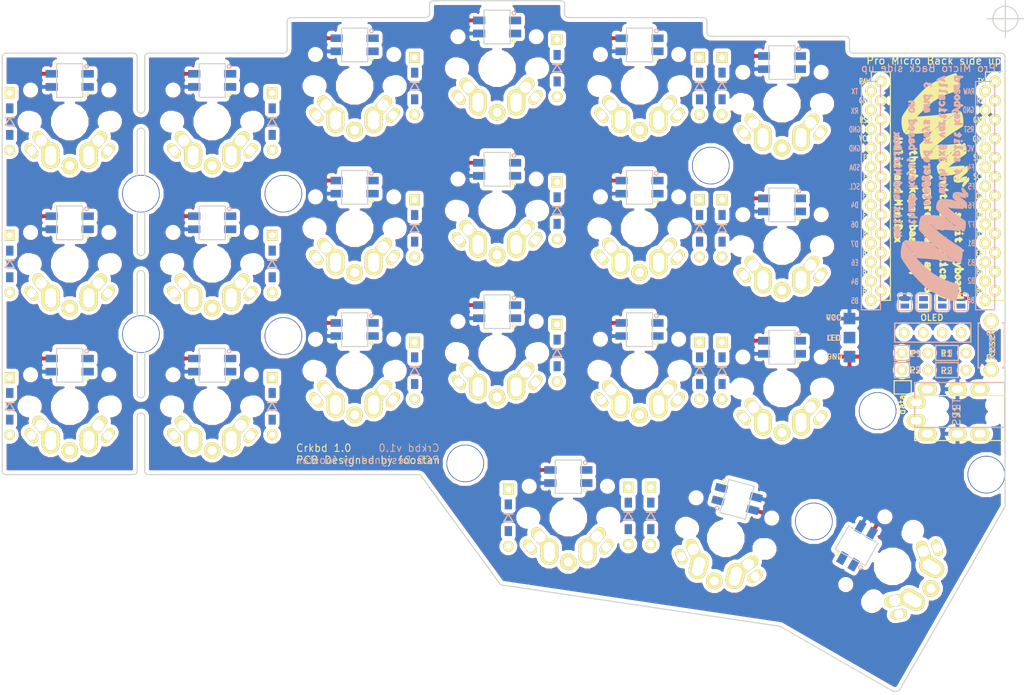
<source format=kicad_pcb>
(kicad_pcb (version 4) (host pcbnew 4.0.7)

  (general
    (links 547)
    (no_connects 452)
    (area 60.924999 60.924999 194.825001 153.259817)
    (thickness 1.6)
    (drawings 164)
    (tracks 0)
    (zones 0)
    (modules 92)
    (nets 71)
  )

  (page A4)
  (title_block
    (title Crkbd)
    (date 2018/04/11)
    (rev 1.0)
    (company foostan)
  )

  (layers
    (0 F.Cu signal)
    (31 B.Cu signal)
    (32 B.Adhes user)
    (33 F.Adhes user)
    (34 B.Paste user)
    (35 F.Paste user)
    (36 B.SilkS user)
    (37 F.SilkS user)
    (38 B.Mask user)
    (39 F.Mask user)
    (40 Dwgs.User user hide)
    (41 Cmts.User user)
    (42 Eco1.User user)
    (43 Eco2.User user hide)
    (44 Edge.Cuts user)
    (45 Margin user)
    (46 B.CrtYd user)
    (47 F.CrtYd user)
    (48 B.Fab user)
    (49 F.Fab user)
  )

  (setup
    (last_trace_width 0.5)
    (user_trace_width 0.5)
    (trace_clearance 0.2)
    (zone_clearance 0.508)
    (zone_45_only no)
    (trace_min 0.2)
    (segment_width 2.1)
    (edge_width 0.15)
    (via_size 0.6)
    (via_drill 0.4)
    (via_min_size 0.4)
    (via_min_drill 0.3)
    (uvia_size 0.3)
    (uvia_drill 0.1)
    (uvias_allowed no)
    (uvia_min_size 0.2)
    (uvia_min_drill 0.1)
    (pcb_text_width 0.3)
    (pcb_text_size 1.5 1.5)
    (mod_edge_width 0.15)
    (mod_text_size 1 1)
    (mod_text_width 0.15)
    (pad_size 5 5)
    (pad_drill 5)
    (pad_to_mask_clearance 0.2)
    (aux_axis_origin 194.8 63.4)
    (visible_elements FFFCCE6D)
    (pcbplotparams
      (layerselection 0x010f0_80000001)
      (usegerberextensions false)
      (excludeedgelayer true)
      (linewidth 0.100000)
      (plotframeref false)
      (viasonmask false)
      (mode 1)
      (useauxorigin false)
      (hpglpennumber 1)
      (hpglpenspeed 20)
      (hpglpendiameter 15)
      (hpglpenoverlay 2)
      (psnegative false)
      (psa4output false)
      (plotreference true)
      (plotvalue true)
      (plotinvisibletext false)
      (padsonsilk true)
      (subtractmaskfromsilk false)
      (outputformat 1)
      (mirror false)
      (drillshape 0)
      (scaleselection 1)
      (outputdirectory /Users/adachi-kousuke/src/github.com/foostan/hdox/garber/))
  )

  (net 0 "")
  (net 1 row0)
  (net 2 "Net-(D1-Pad2)")
  (net 3 row1)
  (net 4 "Net-(D2-Pad2)")
  (net 5 row2)
  (net 6 "Net-(D3-Pad2)")
  (net 7 row3)
  (net 8 "Net-(D4-Pad2)")
  (net 9 "Net-(D5-Pad2)")
  (net 10 "Net-(D6-Pad2)")
  (net 11 "Net-(D7-Pad2)")
  (net 12 "Net-(D8-Pad2)")
  (net 13 "Net-(D9-Pad2)")
  (net 14 "Net-(D10-Pad2)")
  (net 15 "Net-(D11-Pad2)")
  (net 16 "Net-(D12-Pad2)")
  (net 17 "Net-(D13-Pad2)")
  (net 18 "Net-(D14-Pad2)")
  (net 19 "Net-(D15-Pad2)")
  (net 20 "Net-(D16-Pad2)")
  (net 21 "Net-(D17-Pad2)")
  (net 22 "Net-(D18-Pad2)")
  (net 23 "Net-(D19-Pad2)")
  (net 24 "Net-(D20-Pad2)")
  (net 25 "Net-(D21-Pad2)")
  (net 26 GND)
  (net 27 VCC)
  (net 28 col0)
  (net 29 col1)
  (net 30 col2)
  (net 31 col3)
  (net 32 col4)
  (net 33 col5)
  (net 34 LED)
  (net 35 data)
  (net 36 "Net-(L1-Pad3)")
  (net 37 "Net-(L1-Pad1)")
  (net 38 "Net-(L3-Pad3)")
  (net 39 "Net-(L10-Pad1)")
  (net 40 "Net-(L11-Pad1)")
  (net 41 "Net-(L13-Pad1)")
  (net 42 "Net-(L14-Pad3)")
  (net 43 "Net-(L10-Pad3)")
  (net 44 "Net-(L12-Pad1)")
  (net 45 "Net-(L13-Pad3)")
  (net 46 "Net-(L15-Pad3)")
  (net 47 "Net-(L16-Pad3)")
  (net 48 reset)
  (net 49 SCL)
  (net 50 SDA)
  (net 51 "Net-(L5-Pad3)")
  (net 52 "Net-(U1-Pad14)")
  (net 53 "Net-(U1-Pad13)")
  (net 54 "Net-(U1-Pad12)")
  (net 55 "Net-(U1-Pad11)")
  (net 56 "Net-(J2-Pad1)")
  (net 57 "Net-(J2-Pad2)")
  (net 58 "Net-(J2-Pad3)")
  (net 59 "Net-(J2-Pad4)")
  (net 60 "Net-(L2-Pad3)")
  (net 61 "Net-(L3-Pad1)")
  (net 62 "Net-(L11-Pad3)")
  (net 63 "Net-(L14-Pad1)")
  (net 64 "Net-(L12-Pad3)")
  (net 65 "Net-(L17-Pad1)")
  (net 66 "Net-(L18-Pad3)")
  (net 67 "Net-(L19-Pad3)")
  (net 68 "Net-(J1-PadA)")
  (net 69 "Net-(J1-PadB)")
  (net 70 "Net-(U1-Pad24)")

  (net_class Default "これは標準のネット クラスです。"
    (clearance 0.2)
    (trace_width 0.25)
    (via_dia 0.6)
    (via_drill 0.4)
    (uvia_dia 0.3)
    (uvia_drill 0.1)
    (add_net GND)
    (add_net LED)
    (add_net "Net-(D1-Pad2)")
    (add_net "Net-(D10-Pad2)")
    (add_net "Net-(D11-Pad2)")
    (add_net "Net-(D12-Pad2)")
    (add_net "Net-(D13-Pad2)")
    (add_net "Net-(D14-Pad2)")
    (add_net "Net-(D15-Pad2)")
    (add_net "Net-(D16-Pad2)")
    (add_net "Net-(D17-Pad2)")
    (add_net "Net-(D18-Pad2)")
    (add_net "Net-(D19-Pad2)")
    (add_net "Net-(D2-Pad2)")
    (add_net "Net-(D20-Pad2)")
    (add_net "Net-(D21-Pad2)")
    (add_net "Net-(D3-Pad2)")
    (add_net "Net-(D4-Pad2)")
    (add_net "Net-(D5-Pad2)")
    (add_net "Net-(D6-Pad2)")
    (add_net "Net-(D7-Pad2)")
    (add_net "Net-(D8-Pad2)")
    (add_net "Net-(D9-Pad2)")
    (add_net "Net-(J1-PadA)")
    (add_net "Net-(J1-PadB)")
    (add_net "Net-(J2-Pad1)")
    (add_net "Net-(J2-Pad2)")
    (add_net "Net-(J2-Pad3)")
    (add_net "Net-(J2-Pad4)")
    (add_net "Net-(L1-Pad1)")
    (add_net "Net-(L1-Pad3)")
    (add_net "Net-(L10-Pad1)")
    (add_net "Net-(L10-Pad3)")
    (add_net "Net-(L11-Pad1)")
    (add_net "Net-(L11-Pad3)")
    (add_net "Net-(L12-Pad1)")
    (add_net "Net-(L12-Pad3)")
    (add_net "Net-(L13-Pad1)")
    (add_net "Net-(L13-Pad3)")
    (add_net "Net-(L14-Pad1)")
    (add_net "Net-(L14-Pad3)")
    (add_net "Net-(L15-Pad3)")
    (add_net "Net-(L16-Pad3)")
    (add_net "Net-(L17-Pad1)")
    (add_net "Net-(L18-Pad3)")
    (add_net "Net-(L19-Pad3)")
    (add_net "Net-(L2-Pad3)")
    (add_net "Net-(L3-Pad1)")
    (add_net "Net-(L3-Pad3)")
    (add_net "Net-(L5-Pad3)")
    (add_net "Net-(U1-Pad11)")
    (add_net "Net-(U1-Pad12)")
    (add_net "Net-(U1-Pad13)")
    (add_net "Net-(U1-Pad14)")
    (add_net "Net-(U1-Pad24)")
    (add_net SCL)
    (add_net SDA)
    (add_net VCC)
    (add_net col0)
    (add_net col1)
    (add_net col2)
    (add_net col3)
    (add_net col4)
    (add_net col5)
    (add_net data)
    (add_net reset)
    (add_net row0)
    (add_net row1)
    (add_net row2)
    (add_net row3)
  )

  (module kbd:MX_ALPS_PG1350_noLed_1.75u (layer F.Cu) (tedit 5A9F2BC2) (tstamp 5A91C07C)
    (at 179.75 136.5 240)
    (path /5A5E37B0)
    (fp_text reference SW21 (at 4.6 6 240) (layer F.SilkS) hide
      (effects (font (size 1 1) (thickness 0.15)))
    )
    (fp_text value SW_PUSH (at 0.1 9.3 240) (layer F.Fab) hide
      (effects (font (size 1 1) (thickness 0.15)))
    )
    (fp_line (start -14.25 -9) (end 14.25 -9) (layer Eco2.User) (width 0.15))
    (fp_line (start 14.25 -9) (end 14.25 9) (layer Eco2.User) (width 0.15))
    (fp_line (start 14.25 9) (end -14.25 9) (layer Eco2.User) (width 0.15))
    (fp_line (start -14.25 9) (end -14.25 -9) (layer Eco2.User) (width 0.15))
    (fp_line (start -7 -7) (end 7 -7) (layer Eco2.User) (width 0.15))
    (fp_line (start 7 -7) (end 7 7) (layer Eco2.User) (width 0.15))
    (fp_line (start 7 7) (end -7 7) (layer Eco2.User) (width 0.15))
    (fp_line (start -7 7) (end -7 -7) (layer Eco2.User) (width 0.15))
    (pad 1 thru_hole oval (at 5.1 -3.9 190) (size 2.2 1.25) (drill 1.2) (layers *.Cu *.Mask F.SilkS)
      (net 33 col5))
    (pad "" np_thru_hole circle (at 0 0 330) (size 4 4) (drill 4) (layers *.Cu *.Mask F.SilkS))
    (pad "" np_thru_hole circle (at -5.5 0 330) (size 1.9 1.9) (drill 1.9) (layers *.Cu *.Mask F.SilkS))
    (pad "" np_thru_hole circle (at 5.5 0 330) (size 1.9 1.9) (drill 1.9) (layers *.Cu *.Mask F.SilkS))
    (pad 1 thru_hole oval (at -5.1 -3.9 290) (size 2.2 1.25) (drill 1.2) (layers *.Cu *.Mask F.SilkS)
      (net 33 col5))
    (pad 2 thru_hole circle (at 0 -5.9 330) (size 2.2 2.2) (drill 1.2) (layers *.Cu *.Mask F.SilkS)
      (net 25 "Net-(D21-Pad2)"))
    (pad 2 thru_hole circle (at 2.54 -5.08 240) (size 2.4 2.4) (drill 1.5) (layers *.Cu *.Mask F.SilkS)
      (net 25 "Net-(D21-Pad2)"))
    (pad 1 thru_hole oval (at -3.81 -2.54 290) (size 2.8 1.55) (drill 1.5) (layers *.Cu *.Mask F.SilkS)
      (net 33 col5))
    (pad 1 thru_hole circle (at -2.54 -5.08 240) (size 2.4 2.4) (drill 1.5) (layers *.Cu *.Mask F.SilkS)
      (net 33 col5))
    (pad 2 thru_hole oval (at 3.81 -2.54 190) (size 2.8 1.55) (drill 1.5) (layers *.Cu *.Mask F.SilkS)
      (net 25 "Net-(D21-Pad2)"))
    (pad 2 thru_hole circle (at 2.54 -4.5 240) (size 2.4 2.4) (drill 1.5) (layers *.Cu *.Mask F.SilkS)
      (net 25 "Net-(D21-Pad2)"))
    (pad 2 thru_hole circle (at 2.54 -4 240) (size 2.4 2.4) (drill 1.5) (layers *.Cu *.Mask F.SilkS)
      (net 25 "Net-(D21-Pad2)"))
    (pad 1 thru_hole circle (at -2.54 -4 240) (size 2.4 2.4) (drill 1.5) (layers *.Cu *.Mask F.SilkS)
      (net 33 col5))
    (pad 1 thru_hole circle (at -2.54 -4.5 240) (size 2.4 2.4) (drill 1.5) (layers *.Cu *.Mask F.SilkS)
      (net 33 col5))
    (pad "" np_thru_hole circle (at 5.08 0 240) (size 1.7 1.7) (drill 1.7) (layers *.Cu *.Mask F.SilkS))
    (pad "" np_thru_hole circle (at -5.08 0 240) (size 1.7 1.7) (drill 1.7) (layers *.Cu *.Mask F.SilkS))
    (pad "" np_thru_hole circle (at 5.22 4.2 240) (size 1 1) (drill 1) (layers *.Cu *.Mask F.SilkS))
    (pad "" np_thru_hole circle (at -5.22 4.2 240) (size 1 1) (drill 1) (layers *.Cu *.Mask F.SilkS))
  )

  (module kbd:D3_TH_SMD (layer F.Cu) (tedit 59FC3E48) (tstamp 5A91A814)
    (at 62 77.125 270)
    (descr "Resitance 3 pas")
    (tags R)
    (path /5A5E2B5B)
    (autoplace_cost180 10)
    (fp_text reference D1 (at 0 1.75 270) (layer F.SilkS) hide
      (effects (font (size 1 1) (thickness 0.15)))
    )
    (fp_text value D (at 0 -1.6 270) (layer F.SilkS) hide
      (effects (font (size 0.5 0.5) (thickness 0.125)))
    )
    (fp_line (start -0.5 0) (end 0.5 -0.6) (layer B.SilkS) (width 0.15))
    (fp_line (start 0.5 -0.6) (end 0.5 0.6) (layer B.SilkS) (width 0.15))
    (fp_line (start 0.5 0.6) (end -0.5 0) (layer B.SilkS) (width 0.15))
    (fp_line (start -0.5 -0.6) (end -0.5 0.6) (layer B.SilkS) (width 0.15))
    (fp_line (start -0.5 0) (end 0.5 -0.6) (layer F.SilkS) (width 0.15))
    (fp_line (start 0.5 -0.6) (end 0.5 0.6) (layer F.SilkS) (width 0.15))
    (fp_line (start 0.5 0.6) (end -0.5 0) (layer F.SilkS) (width 0.15))
    (fp_line (start -0.5 -0.6) (end -0.5 0.6) (layer F.SilkS) (width 0.15))
    (pad 1 smd rect (at -1.775 0 270) (size 1.3 0.95) (layers F.Cu F.Paste F.Mask)
      (net 1 row0))
    (pad 2 smd rect (at 1.775 0 270) (size 1.3 0.95) (layers B.Cu B.Paste B.Mask)
      (net 2 "Net-(D1-Pad2)"))
    (pad 1 smd rect (at -1.775 0 270) (size 1.3 0.95) (layers B.Cu B.Paste B.Mask)
      (net 1 row0))
    (pad 1 thru_hole rect (at -3.81 0 270) (size 1.397 1.397) (drill 0.8128) (layers *.Cu *.Mask F.SilkS)
      (net 1 row0))
    (pad 2 thru_hole circle (at 3.81 0 270) (size 1.397 1.397) (drill 0.8128) (layers *.Cu *.Mask F.SilkS)
      (net 2 "Net-(D1-Pad2)"))
    (pad 2 smd rect (at 1.775 0 270) (size 1.3 0.95) (layers F.Cu F.Paste F.Mask)
      (net 2 "Net-(D1-Pad2)"))
    (model Diodes_SMD.3dshapes/SMB_Handsoldering.wrl
      (at (xyz 0 0 0))
      (scale (xyz 0.22 0.15 0.15))
      (rotate (xyz 0 0 180))
    )
  )

  (module kbd:D3_TH_SMD (layer F.Cu) (tedit 59FC3E48) (tstamp 5A91A826)
    (at 97 77.125 270)
    (descr "Resitance 3 pas")
    (tags R)
    (path /5A5E26C6)
    (autoplace_cost180 10)
    (fp_text reference D2 (at 0 1.75 270) (layer F.SilkS) hide
      (effects (font (size 1 1) (thickness 0.15)))
    )
    (fp_text value D (at 0 -1.6 270) (layer F.SilkS) hide
      (effects (font (size 0.5 0.5) (thickness 0.125)))
    )
    (fp_line (start -0.5 0) (end 0.5 -0.6) (layer B.SilkS) (width 0.15))
    (fp_line (start 0.5 -0.6) (end 0.5 0.6) (layer B.SilkS) (width 0.15))
    (fp_line (start 0.5 0.6) (end -0.5 0) (layer B.SilkS) (width 0.15))
    (fp_line (start -0.5 -0.6) (end -0.5 0.6) (layer B.SilkS) (width 0.15))
    (fp_line (start -0.5 0) (end 0.5 -0.6) (layer F.SilkS) (width 0.15))
    (fp_line (start 0.5 -0.6) (end 0.5 0.6) (layer F.SilkS) (width 0.15))
    (fp_line (start 0.5 0.6) (end -0.5 0) (layer F.SilkS) (width 0.15))
    (fp_line (start -0.5 -0.6) (end -0.5 0.6) (layer F.SilkS) (width 0.15))
    (pad 1 smd rect (at -1.775 0 270) (size 1.3 0.95) (layers F.Cu F.Paste F.Mask)
      (net 1 row0))
    (pad 2 smd rect (at 1.775 0 270) (size 1.3 0.95) (layers B.Cu B.Paste B.Mask)
      (net 4 "Net-(D2-Pad2)"))
    (pad 1 smd rect (at -1.775 0 270) (size 1.3 0.95) (layers B.Cu B.Paste B.Mask)
      (net 1 row0))
    (pad 1 thru_hole rect (at -3.81 0 270) (size 1.397 1.397) (drill 0.8128) (layers *.Cu *.Mask F.SilkS)
      (net 1 row0))
    (pad 2 thru_hole circle (at 3.81 0 270) (size 1.397 1.397) (drill 0.8128) (layers *.Cu *.Mask F.SilkS)
      (net 4 "Net-(D2-Pad2)"))
    (pad 2 smd rect (at 1.775 0 270) (size 1.3 0.95) (layers F.Cu F.Paste F.Mask)
      (net 4 "Net-(D2-Pad2)"))
    (model Diodes_SMD.3dshapes/SMB_Handsoldering.wrl
      (at (xyz 0 0 0))
      (scale (xyz 0.22 0.15 0.15))
      (rotate (xyz 0 0 180))
    )
  )

  (module kbd:D3_TH_SMD (layer F.Cu) (tedit 59FC3E48) (tstamp 5A91A838)
    (at 116 72.375 270)
    (descr "Resitance 3 pas")
    (tags R)
    (path /5A5E281F)
    (autoplace_cost180 10)
    (fp_text reference D3 (at 0 1.75 270) (layer F.SilkS) hide
      (effects (font (size 1 1) (thickness 0.15)))
    )
    (fp_text value D (at 0 -1.6 270) (layer F.SilkS) hide
      (effects (font (size 0.5 0.5) (thickness 0.125)))
    )
    (fp_line (start -0.5 0) (end 0.5 -0.6) (layer B.SilkS) (width 0.15))
    (fp_line (start 0.5 -0.6) (end 0.5 0.6) (layer B.SilkS) (width 0.15))
    (fp_line (start 0.5 0.6) (end -0.5 0) (layer B.SilkS) (width 0.15))
    (fp_line (start -0.5 -0.6) (end -0.5 0.6) (layer B.SilkS) (width 0.15))
    (fp_line (start -0.5 0) (end 0.5 -0.6) (layer F.SilkS) (width 0.15))
    (fp_line (start 0.5 -0.6) (end 0.5 0.6) (layer F.SilkS) (width 0.15))
    (fp_line (start 0.5 0.6) (end -0.5 0) (layer F.SilkS) (width 0.15))
    (fp_line (start -0.5 -0.6) (end -0.5 0.6) (layer F.SilkS) (width 0.15))
    (pad 1 smd rect (at -1.775 0 270) (size 1.3 0.95) (layers F.Cu F.Paste F.Mask)
      (net 1 row0))
    (pad 2 smd rect (at 1.775 0 270) (size 1.3 0.95) (layers B.Cu B.Paste B.Mask)
      (net 6 "Net-(D3-Pad2)"))
    (pad 1 smd rect (at -1.775 0 270) (size 1.3 0.95) (layers B.Cu B.Paste B.Mask)
      (net 1 row0))
    (pad 1 thru_hole rect (at -3.81 0 270) (size 1.397 1.397) (drill 0.8128) (layers *.Cu *.Mask F.SilkS)
      (net 1 row0))
    (pad 2 thru_hole circle (at 3.81 0 270) (size 1.397 1.397) (drill 0.8128) (layers *.Cu *.Mask F.SilkS)
      (net 6 "Net-(D3-Pad2)"))
    (pad 2 smd rect (at 1.775 0 270) (size 1.3 0.95) (layers F.Cu F.Paste F.Mask)
      (net 6 "Net-(D3-Pad2)"))
    (model Diodes_SMD.3dshapes/SMB_Handsoldering.wrl
      (at (xyz 0 0 0))
      (scale (xyz 0.22 0.15 0.15))
      (rotate (xyz 0 0 180))
    )
  )

  (module kbd:D3_TH_SMD (layer F.Cu) (tedit 59FC3E48) (tstamp 5A91A84A)
    (at 135 70 270)
    (descr "Resitance 3 pas")
    (tags R)
    (path /5A5E29BF)
    (autoplace_cost180 10)
    (fp_text reference D4 (at 0 1.75 270) (layer F.SilkS) hide
      (effects (font (size 1 1) (thickness 0.15)))
    )
    (fp_text value D (at 0 -1.6 270) (layer F.SilkS) hide
      (effects (font (size 0.5 0.5) (thickness 0.125)))
    )
    (fp_line (start -0.5 0) (end 0.5 -0.6) (layer B.SilkS) (width 0.15))
    (fp_line (start 0.5 -0.6) (end 0.5 0.6) (layer B.SilkS) (width 0.15))
    (fp_line (start 0.5 0.6) (end -0.5 0) (layer B.SilkS) (width 0.15))
    (fp_line (start -0.5 -0.6) (end -0.5 0.6) (layer B.SilkS) (width 0.15))
    (fp_line (start -0.5 0) (end 0.5 -0.6) (layer F.SilkS) (width 0.15))
    (fp_line (start 0.5 -0.6) (end 0.5 0.6) (layer F.SilkS) (width 0.15))
    (fp_line (start 0.5 0.6) (end -0.5 0) (layer F.SilkS) (width 0.15))
    (fp_line (start -0.5 -0.6) (end -0.5 0.6) (layer F.SilkS) (width 0.15))
    (pad 1 smd rect (at -1.775 0 270) (size 1.3 0.95) (layers F.Cu F.Paste F.Mask)
      (net 1 row0))
    (pad 2 smd rect (at 1.775 0 270) (size 1.3 0.95) (layers B.Cu B.Paste B.Mask)
      (net 8 "Net-(D4-Pad2)"))
    (pad 1 smd rect (at -1.775 0 270) (size 1.3 0.95) (layers B.Cu B.Paste B.Mask)
      (net 1 row0))
    (pad 1 thru_hole rect (at -3.81 0 270) (size 1.397 1.397) (drill 0.8128) (layers *.Cu *.Mask F.SilkS)
      (net 1 row0))
    (pad 2 thru_hole circle (at 3.81 0 270) (size 1.397 1.397) (drill 0.8128) (layers *.Cu *.Mask F.SilkS)
      (net 8 "Net-(D4-Pad2)"))
    (pad 2 smd rect (at 1.775 0 270) (size 1.3 0.95) (layers F.Cu F.Paste F.Mask)
      (net 8 "Net-(D4-Pad2)"))
    (model Diodes_SMD.3dshapes/SMB_Handsoldering.wrl
      (at (xyz 0 0 0))
      (scale (xyz 0.22 0.15 0.15))
      (rotate (xyz 0 0 180))
    )
  )

  (module kbd:D3_TH_SMD (layer F.Cu) (tedit 59FC3E48) (tstamp 5A91A85C)
    (at 154 72.375 270)
    (descr "Resitance 3 pas")
    (tags R)
    (path /5A5E29F2)
    (autoplace_cost180 10)
    (fp_text reference D5 (at 0 1.75 270) (layer F.SilkS) hide
      (effects (font (size 1 1) (thickness 0.15)))
    )
    (fp_text value D (at 0 -1.6 270) (layer F.SilkS) hide
      (effects (font (size 0.5 0.5) (thickness 0.125)))
    )
    (fp_line (start -0.5 0) (end 0.5 -0.6) (layer B.SilkS) (width 0.15))
    (fp_line (start 0.5 -0.6) (end 0.5 0.6) (layer B.SilkS) (width 0.15))
    (fp_line (start 0.5 0.6) (end -0.5 0) (layer B.SilkS) (width 0.15))
    (fp_line (start -0.5 -0.6) (end -0.5 0.6) (layer B.SilkS) (width 0.15))
    (fp_line (start -0.5 0) (end 0.5 -0.6) (layer F.SilkS) (width 0.15))
    (fp_line (start 0.5 -0.6) (end 0.5 0.6) (layer F.SilkS) (width 0.15))
    (fp_line (start 0.5 0.6) (end -0.5 0) (layer F.SilkS) (width 0.15))
    (fp_line (start -0.5 -0.6) (end -0.5 0.6) (layer F.SilkS) (width 0.15))
    (pad 1 smd rect (at -1.775 0 270) (size 1.3 0.95) (layers F.Cu F.Paste F.Mask)
      (net 1 row0))
    (pad 2 smd rect (at 1.775 0 270) (size 1.3 0.95) (layers B.Cu B.Paste B.Mask)
      (net 9 "Net-(D5-Pad2)"))
    (pad 1 smd rect (at -1.775 0 270) (size 1.3 0.95) (layers B.Cu B.Paste B.Mask)
      (net 1 row0))
    (pad 1 thru_hole rect (at -3.81 0 270) (size 1.397 1.397) (drill 0.8128) (layers *.Cu *.Mask F.SilkS)
      (net 1 row0))
    (pad 2 thru_hole circle (at 3.81 0 270) (size 1.397 1.397) (drill 0.8128) (layers *.Cu *.Mask F.SilkS)
      (net 9 "Net-(D5-Pad2)"))
    (pad 2 smd rect (at 1.775 0 270) (size 1.3 0.95) (layers F.Cu F.Paste F.Mask)
      (net 9 "Net-(D5-Pad2)"))
    (model Diodes_SMD.3dshapes/SMB_Handsoldering.wrl
      (at (xyz 0 0 0))
      (scale (xyz 0.22 0.15 0.15))
      (rotate (xyz 0 0 180))
    )
  )

  (module kbd:D3_TH_SMD (layer F.Cu) (tedit 59FC3E48) (tstamp 5A91A86E)
    (at 157 72.375 270)
    (descr "Resitance 3 pas")
    (tags R)
    (path /5A5E2A33)
    (autoplace_cost180 10)
    (fp_text reference D6 (at 0 1.75 270) (layer F.SilkS) hide
      (effects (font (size 1 1) (thickness 0.15)))
    )
    (fp_text value D (at 0 -1.6 270) (layer F.SilkS) hide
      (effects (font (size 0.5 0.5) (thickness 0.125)))
    )
    (fp_line (start -0.5 0) (end 0.5 -0.6) (layer B.SilkS) (width 0.15))
    (fp_line (start 0.5 -0.6) (end 0.5 0.6) (layer B.SilkS) (width 0.15))
    (fp_line (start 0.5 0.6) (end -0.5 0) (layer B.SilkS) (width 0.15))
    (fp_line (start -0.5 -0.6) (end -0.5 0.6) (layer B.SilkS) (width 0.15))
    (fp_line (start -0.5 0) (end 0.5 -0.6) (layer F.SilkS) (width 0.15))
    (fp_line (start 0.5 -0.6) (end 0.5 0.6) (layer F.SilkS) (width 0.15))
    (fp_line (start 0.5 0.6) (end -0.5 0) (layer F.SilkS) (width 0.15))
    (fp_line (start -0.5 -0.6) (end -0.5 0.6) (layer F.SilkS) (width 0.15))
    (pad 1 smd rect (at -1.775 0 270) (size 1.3 0.95) (layers F.Cu F.Paste F.Mask)
      (net 1 row0))
    (pad 2 smd rect (at 1.775 0 270) (size 1.3 0.95) (layers B.Cu B.Paste B.Mask)
      (net 10 "Net-(D6-Pad2)"))
    (pad 1 smd rect (at -1.775 0 270) (size 1.3 0.95) (layers B.Cu B.Paste B.Mask)
      (net 1 row0))
    (pad 1 thru_hole rect (at -3.81 0 270) (size 1.397 1.397) (drill 0.8128) (layers *.Cu *.Mask F.SilkS)
      (net 1 row0))
    (pad 2 thru_hole circle (at 3.81 0 270) (size 1.397 1.397) (drill 0.8128) (layers *.Cu *.Mask F.SilkS)
      (net 10 "Net-(D6-Pad2)"))
    (pad 2 smd rect (at 1.775 0 270) (size 1.3 0.95) (layers F.Cu F.Paste F.Mask)
      (net 10 "Net-(D6-Pad2)"))
    (model Diodes_SMD.3dshapes/SMB_Handsoldering.wrl
      (at (xyz 0 0 0))
      (scale (xyz 0.22 0.15 0.15))
      (rotate (xyz 0 0 180))
    )
  )

  (module kbd:D3_TH_SMD (layer F.Cu) (tedit 59FC3E48) (tstamp 5A91A880)
    (at 62 96.125 270)
    (descr "Resitance 3 pas")
    (tags R)
    (path /5A5E2D74)
    (autoplace_cost180 10)
    (attr smd)
    (fp_text reference D7 (at 0 1.75 270) (layer F.SilkS) hide
      (effects (font (size 1 1) (thickness 0.15)))
    )
    (fp_text value D (at 0 -1.6 270) (layer F.SilkS) hide
      (effects (font (size 0.5 0.5) (thickness 0.125)))
    )
    (fp_line (start -0.5 0) (end 0.5 -0.6) (layer B.SilkS) (width 0.15))
    (fp_line (start 0.5 -0.6) (end 0.5 0.6) (layer B.SilkS) (width 0.15))
    (fp_line (start 0.5 0.6) (end -0.5 0) (layer B.SilkS) (width 0.15))
    (fp_line (start -0.5 -0.6) (end -0.5 0.6) (layer B.SilkS) (width 0.15))
    (fp_line (start -0.5 0) (end 0.5 -0.6) (layer F.SilkS) (width 0.15))
    (fp_line (start 0.5 -0.6) (end 0.5 0.6) (layer F.SilkS) (width 0.15))
    (fp_line (start 0.5 0.6) (end -0.5 0) (layer F.SilkS) (width 0.15))
    (fp_line (start -0.5 -0.6) (end -0.5 0.6) (layer F.SilkS) (width 0.15))
    (pad 1 smd rect (at -1.775 0 270) (size 1.3 0.95) (layers F.Cu F.Paste F.Mask)
      (net 3 row1))
    (pad 2 smd rect (at 1.775 0 270) (size 1.3 0.95) (layers B.Cu B.Paste B.Mask)
      (net 11 "Net-(D7-Pad2)"))
    (pad 1 smd rect (at -1.775 0 270) (size 1.3 0.95) (layers B.Cu B.Paste B.Mask)
      (net 3 row1))
    (pad 1 thru_hole rect (at -3.81 0 270) (size 1.397 1.397) (drill 0.8128) (layers *.Cu *.Mask F.SilkS)
      (net 3 row1))
    (pad 2 thru_hole circle (at 3.81 0 270) (size 1.397 1.397) (drill 0.8128) (layers *.Cu *.Mask F.SilkS)
      (net 11 "Net-(D7-Pad2)"))
    (pad 2 smd rect (at 1.775 0 270) (size 1.3 0.95) (layers F.Cu F.Paste F.Mask)
      (net 11 "Net-(D7-Pad2)"))
    (model Diodes_SMD.3dshapes/SMB_Handsoldering.wrl
      (at (xyz 0 0 0))
      (scale (xyz 0.22 0.15 0.15))
      (rotate (xyz 0 0 180))
    )
  )

  (module kbd:D3_TH_SMD (layer F.Cu) (tedit 59FC3E48) (tstamp 5A91A892)
    (at 97 96.125 270)
    (descr "Resitance 3 pas")
    (tags R)
    (path /5A5E2D2C)
    (autoplace_cost180 10)
    (fp_text reference D8 (at 0 1.75 270) (layer F.SilkS) hide
      (effects (font (size 1 1) (thickness 0.15)))
    )
    (fp_text value D (at 0 -1.6 270) (layer F.SilkS) hide
      (effects (font (size 0.5 0.5) (thickness 0.125)))
    )
    (fp_line (start -0.5 0) (end 0.5 -0.6) (layer B.SilkS) (width 0.15))
    (fp_line (start 0.5 -0.6) (end 0.5 0.6) (layer B.SilkS) (width 0.15))
    (fp_line (start 0.5 0.6) (end -0.5 0) (layer B.SilkS) (width 0.15))
    (fp_line (start -0.5 -0.6) (end -0.5 0.6) (layer B.SilkS) (width 0.15))
    (fp_line (start -0.5 0) (end 0.5 -0.6) (layer F.SilkS) (width 0.15))
    (fp_line (start 0.5 -0.6) (end 0.5 0.6) (layer F.SilkS) (width 0.15))
    (fp_line (start 0.5 0.6) (end -0.5 0) (layer F.SilkS) (width 0.15))
    (fp_line (start -0.5 -0.6) (end -0.5 0.6) (layer F.SilkS) (width 0.15))
    (pad 1 smd rect (at -1.775 0 270) (size 1.3 0.95) (layers F.Cu F.Paste F.Mask)
      (net 3 row1))
    (pad 2 smd rect (at 1.775 0 270) (size 1.3 0.95) (layers B.Cu B.Paste B.Mask)
      (net 12 "Net-(D8-Pad2)"))
    (pad 1 smd rect (at -1.775 0 270) (size 1.3 0.95) (layers B.Cu B.Paste B.Mask)
      (net 3 row1))
    (pad 1 thru_hole rect (at -3.81 0 270) (size 1.397 1.397) (drill 0.8128) (layers *.Cu *.Mask F.SilkS)
      (net 3 row1))
    (pad 2 thru_hole circle (at 3.81 0 270) (size 1.397 1.397) (drill 0.8128) (layers *.Cu *.Mask F.SilkS)
      (net 12 "Net-(D8-Pad2)"))
    (pad 2 smd rect (at 1.775 0 270) (size 1.3 0.95) (layers F.Cu F.Paste F.Mask)
      (net 12 "Net-(D8-Pad2)"))
    (model Diodes_SMD.3dshapes/SMB_Handsoldering.wrl
      (at (xyz 0 0 0))
      (scale (xyz 0.22 0.15 0.15))
      (rotate (xyz 0 0 180))
    )
  )

  (module kbd:D3_TH_SMD (layer F.Cu) (tedit 59FC3E48) (tstamp 5A91A8A4)
    (at 116 91.375 270)
    (descr "Resitance 3 pas")
    (tags R)
    (path /5A5E2D38)
    (autoplace_cost180 10)
    (fp_text reference D9 (at 0 1.75 270) (layer F.SilkS) hide
      (effects (font (size 1 1) (thickness 0.15)))
    )
    (fp_text value D (at 0 -1.6 270) (layer F.SilkS) hide
      (effects (font (size 0.5 0.5) (thickness 0.125)))
    )
    (fp_line (start -0.5 0) (end 0.5 -0.6) (layer B.SilkS) (width 0.15))
    (fp_line (start 0.5 -0.6) (end 0.5 0.6) (layer B.SilkS) (width 0.15))
    (fp_line (start 0.5 0.6) (end -0.5 0) (layer B.SilkS) (width 0.15))
    (fp_line (start -0.5 -0.6) (end -0.5 0.6) (layer B.SilkS) (width 0.15))
    (fp_line (start -0.5 0) (end 0.5 -0.6) (layer F.SilkS) (width 0.15))
    (fp_line (start 0.5 -0.6) (end 0.5 0.6) (layer F.SilkS) (width 0.15))
    (fp_line (start 0.5 0.6) (end -0.5 0) (layer F.SilkS) (width 0.15))
    (fp_line (start -0.5 -0.6) (end -0.5 0.6) (layer F.SilkS) (width 0.15))
    (pad 1 smd rect (at -1.775 0 270) (size 1.3 0.95) (layers F.Cu F.Paste F.Mask)
      (net 3 row1))
    (pad 2 smd rect (at 1.775 0 270) (size 1.3 0.95) (layers B.Cu B.Paste B.Mask)
      (net 13 "Net-(D9-Pad2)"))
    (pad 1 smd rect (at -1.775 0 270) (size 1.3 0.95) (layers B.Cu B.Paste B.Mask)
      (net 3 row1))
    (pad 1 thru_hole rect (at -3.81 0 270) (size 1.397 1.397) (drill 0.8128) (layers *.Cu *.Mask F.SilkS)
      (net 3 row1))
    (pad 2 thru_hole circle (at 3.81 0 270) (size 1.397 1.397) (drill 0.8128) (layers *.Cu *.Mask F.SilkS)
      (net 13 "Net-(D9-Pad2)"))
    (pad 2 smd rect (at 1.775 0 270) (size 1.3 0.95) (layers F.Cu F.Paste F.Mask)
      (net 13 "Net-(D9-Pad2)"))
    (model Diodes_SMD.3dshapes/SMB_Handsoldering.wrl
      (at (xyz 0 0 0))
      (scale (xyz 0.22 0.15 0.15))
      (rotate (xyz 0 0 180))
    )
  )

  (module kbd:D3_TH_SMD (layer F.Cu) (tedit 59FC3E48) (tstamp 5A91A8B6)
    (at 135 89 270)
    (descr "Resitance 3 pas")
    (tags R)
    (path /5A5E2D56)
    (autoplace_cost180 10)
    (fp_text reference D10 (at 0 1.75 270) (layer F.SilkS) hide
      (effects (font (size 1 1) (thickness 0.15)))
    )
    (fp_text value D (at 0 -1.6 270) (layer F.SilkS) hide
      (effects (font (size 0.5 0.5) (thickness 0.125)))
    )
    (fp_line (start -0.5 0) (end 0.5 -0.6) (layer B.SilkS) (width 0.15))
    (fp_line (start 0.5 -0.6) (end 0.5 0.6) (layer B.SilkS) (width 0.15))
    (fp_line (start 0.5 0.6) (end -0.5 0) (layer B.SilkS) (width 0.15))
    (fp_line (start -0.5 -0.6) (end -0.5 0.6) (layer B.SilkS) (width 0.15))
    (fp_line (start -0.5 0) (end 0.5 -0.6) (layer F.SilkS) (width 0.15))
    (fp_line (start 0.5 -0.6) (end 0.5 0.6) (layer F.SilkS) (width 0.15))
    (fp_line (start 0.5 0.6) (end -0.5 0) (layer F.SilkS) (width 0.15))
    (fp_line (start -0.5 -0.6) (end -0.5 0.6) (layer F.SilkS) (width 0.15))
    (pad 1 smd rect (at -1.775 0 270) (size 1.3 0.95) (layers F.Cu F.Paste F.Mask)
      (net 3 row1))
    (pad 2 smd rect (at 1.775 0 270) (size 1.3 0.95) (layers B.Cu B.Paste B.Mask)
      (net 14 "Net-(D10-Pad2)"))
    (pad 1 smd rect (at -1.775 0 270) (size 1.3 0.95) (layers B.Cu B.Paste B.Mask)
      (net 3 row1))
    (pad 1 thru_hole rect (at -3.81 0 270) (size 1.397 1.397) (drill 0.8128) (layers *.Cu *.Mask F.SilkS)
      (net 3 row1))
    (pad 2 thru_hole circle (at 3.81 0 270) (size 1.397 1.397) (drill 0.8128) (layers *.Cu *.Mask F.SilkS)
      (net 14 "Net-(D10-Pad2)"))
    (pad 2 smd rect (at 1.775 0 270) (size 1.3 0.95) (layers F.Cu F.Paste F.Mask)
      (net 14 "Net-(D10-Pad2)"))
    (model Diodes_SMD.3dshapes/SMB_Handsoldering.wrl
      (at (xyz 0 0 0))
      (scale (xyz 0.22 0.15 0.15))
      (rotate (xyz 0 0 180))
    )
  )

  (module kbd:D3_TH_SMD (layer F.Cu) (tedit 59FC3E48) (tstamp 5A91A8C8)
    (at 154 91.375 270)
    (descr "Resitance 3 pas")
    (tags R)
    (path /5A5E2D5C)
    (autoplace_cost180 10)
    (fp_text reference D11 (at 0 1.75 270) (layer F.SilkS) hide
      (effects (font (size 1 1) (thickness 0.15)))
    )
    (fp_text value D (at 0 -1.6 270) (layer F.SilkS) hide
      (effects (font (size 0.5 0.5) (thickness 0.125)))
    )
    (fp_line (start -0.5 0) (end 0.5 -0.6) (layer B.SilkS) (width 0.15))
    (fp_line (start 0.5 -0.6) (end 0.5 0.6) (layer B.SilkS) (width 0.15))
    (fp_line (start 0.5 0.6) (end -0.5 0) (layer B.SilkS) (width 0.15))
    (fp_line (start -0.5 -0.6) (end -0.5 0.6) (layer B.SilkS) (width 0.15))
    (fp_line (start -0.5 0) (end 0.5 -0.6) (layer F.SilkS) (width 0.15))
    (fp_line (start 0.5 -0.6) (end 0.5 0.6) (layer F.SilkS) (width 0.15))
    (fp_line (start 0.5 0.6) (end -0.5 0) (layer F.SilkS) (width 0.15))
    (fp_line (start -0.5 -0.6) (end -0.5 0.6) (layer F.SilkS) (width 0.15))
    (pad 1 smd rect (at -1.775 0 270) (size 1.3 0.95) (layers F.Cu F.Paste F.Mask)
      (net 3 row1))
    (pad 2 smd rect (at 1.775 0 270) (size 1.3 0.95) (layers B.Cu B.Paste B.Mask)
      (net 15 "Net-(D11-Pad2)"))
    (pad 1 smd rect (at -1.775 0 270) (size 1.3 0.95) (layers B.Cu B.Paste B.Mask)
      (net 3 row1))
    (pad 1 thru_hole rect (at -3.81 0 270) (size 1.397 1.397) (drill 0.8128) (layers *.Cu *.Mask F.SilkS)
      (net 3 row1))
    (pad 2 thru_hole circle (at 3.81 0 270) (size 1.397 1.397) (drill 0.8128) (layers *.Cu *.Mask F.SilkS)
      (net 15 "Net-(D11-Pad2)"))
    (pad 2 smd rect (at 1.775 0 270) (size 1.3 0.95) (layers F.Cu F.Paste F.Mask)
      (net 15 "Net-(D11-Pad2)"))
    (model Diodes_SMD.3dshapes/SMB_Handsoldering.wrl
      (at (xyz 0 0 0))
      (scale (xyz 0.22 0.15 0.15))
      (rotate (xyz 0 0 180))
    )
  )

  (module kbd:D3_TH_SMD (layer F.Cu) (tedit 59FC3E48) (tstamp 5A91A8DA)
    (at 157 91.375 270)
    (descr "Resitance 3 pas")
    (tags R)
    (path /5A5E2D62)
    (autoplace_cost180 10)
    (fp_text reference D12 (at 0 1.75 270) (layer F.SilkS) hide
      (effects (font (size 1 1) (thickness 0.15)))
    )
    (fp_text value D (at 0 -1.6 270) (layer F.SilkS) hide
      (effects (font (size 0.5 0.5) (thickness 0.125)))
    )
    (fp_line (start -0.5 0) (end 0.5 -0.6) (layer B.SilkS) (width 0.15))
    (fp_line (start 0.5 -0.6) (end 0.5 0.6) (layer B.SilkS) (width 0.15))
    (fp_line (start 0.5 0.6) (end -0.5 0) (layer B.SilkS) (width 0.15))
    (fp_line (start -0.5 -0.6) (end -0.5 0.6) (layer B.SilkS) (width 0.15))
    (fp_line (start -0.5 0) (end 0.5 -0.6) (layer F.SilkS) (width 0.15))
    (fp_line (start 0.5 -0.6) (end 0.5 0.6) (layer F.SilkS) (width 0.15))
    (fp_line (start 0.5 0.6) (end -0.5 0) (layer F.SilkS) (width 0.15))
    (fp_line (start -0.5 -0.6) (end -0.5 0.6) (layer F.SilkS) (width 0.15))
    (pad 1 smd rect (at -1.775 0 270) (size 1.3 0.95) (layers F.Cu F.Paste F.Mask)
      (net 3 row1))
    (pad 2 smd rect (at 1.775 0 270) (size 1.3 0.95) (layers B.Cu B.Paste B.Mask)
      (net 16 "Net-(D12-Pad2)"))
    (pad 1 smd rect (at -1.775 0 270) (size 1.3 0.95) (layers B.Cu B.Paste B.Mask)
      (net 3 row1))
    (pad 1 thru_hole rect (at -3.81 0 270) (size 1.397 1.397) (drill 0.8128) (layers *.Cu *.Mask F.SilkS)
      (net 3 row1))
    (pad 2 thru_hole circle (at 3.81 0 270) (size 1.397 1.397) (drill 0.8128) (layers *.Cu *.Mask F.SilkS)
      (net 16 "Net-(D12-Pad2)"))
    (pad 2 smd rect (at 1.775 0 270) (size 1.3 0.95) (layers F.Cu F.Paste F.Mask)
      (net 16 "Net-(D12-Pad2)"))
    (model Diodes_SMD.3dshapes/SMB_Handsoldering.wrl
      (at (xyz 0 0 0))
      (scale (xyz 0.22 0.15 0.15))
      (rotate (xyz 0 0 180))
    )
  )

  (module kbd:D3_TH_SMD (layer F.Cu) (tedit 59FC3E48) (tstamp 5A91A8EC)
    (at 62 115.125 270)
    (descr "Resitance 3 pas")
    (tags R)
    (path /5A5E35FF)
    (autoplace_cost180 10)
    (fp_text reference D13 (at 0 1.75 270) (layer F.SilkS) hide
      (effects (font (size 1 1) (thickness 0.15)))
    )
    (fp_text value D (at 0 -1.6 270) (layer F.SilkS) hide
      (effects (font (size 0.5 0.5) (thickness 0.125)))
    )
    (fp_line (start -0.5 0) (end 0.5 -0.6) (layer B.SilkS) (width 0.15))
    (fp_line (start 0.5 -0.6) (end 0.5 0.6) (layer B.SilkS) (width 0.15))
    (fp_line (start 0.5 0.6) (end -0.5 0) (layer B.SilkS) (width 0.15))
    (fp_line (start -0.5 -0.6) (end -0.5 0.6) (layer B.SilkS) (width 0.15))
    (fp_line (start -0.5 0) (end 0.5 -0.6) (layer F.SilkS) (width 0.15))
    (fp_line (start 0.5 -0.6) (end 0.5 0.6) (layer F.SilkS) (width 0.15))
    (fp_line (start 0.5 0.6) (end -0.5 0) (layer F.SilkS) (width 0.15))
    (fp_line (start -0.5 -0.6) (end -0.5 0.6) (layer F.SilkS) (width 0.15))
    (pad 1 smd rect (at -1.775 0 270) (size 1.3 0.95) (layers F.Cu F.Paste F.Mask)
      (net 5 row2))
    (pad 2 smd rect (at 1.775 0 270) (size 1.3 0.95) (layers B.Cu B.Paste B.Mask)
      (net 17 "Net-(D13-Pad2)"))
    (pad 1 smd rect (at -1.775 0 270) (size 1.3 0.95) (layers B.Cu B.Paste B.Mask)
      (net 5 row2))
    (pad 1 thru_hole rect (at -3.81 0 270) (size 1.397 1.397) (drill 0.8128) (layers *.Cu *.Mask F.SilkS)
      (net 5 row2))
    (pad 2 thru_hole circle (at 3.81 0 270) (size 1.397 1.397) (drill 0.8128) (layers *.Cu *.Mask F.SilkS)
      (net 17 "Net-(D13-Pad2)"))
    (pad 2 smd rect (at 1.775 0 270) (size 1.3 0.95) (layers F.Cu F.Paste F.Mask)
      (net 17 "Net-(D13-Pad2)"))
    (model Diodes_SMD.3dshapes/SMB_Handsoldering.wrl
      (at (xyz 0 0 0))
      (scale (xyz 0.22 0.15 0.15))
      (rotate (xyz 0 0 180))
    )
  )

  (module kbd:D3_TH_SMD (layer F.Cu) (tedit 59FC3E48) (tstamp 5A91A8FE)
    (at 97 115.125 270)
    (descr "Resitance 3 pas")
    (tags R)
    (path /5A5E35B7)
    (autoplace_cost180 10)
    (fp_text reference D14 (at 0 1.75 270) (layer F.SilkS) hide
      (effects (font (size 1 1) (thickness 0.15)))
    )
    (fp_text value D (at 0 -1.6 270) (layer F.SilkS) hide
      (effects (font (size 0.5 0.5) (thickness 0.125)))
    )
    (fp_line (start -0.5 0) (end 0.5 -0.6) (layer B.SilkS) (width 0.15))
    (fp_line (start 0.5 -0.6) (end 0.5 0.6) (layer B.SilkS) (width 0.15))
    (fp_line (start 0.5 0.6) (end -0.5 0) (layer B.SilkS) (width 0.15))
    (fp_line (start -0.5 -0.6) (end -0.5 0.6) (layer B.SilkS) (width 0.15))
    (fp_line (start -0.5 0) (end 0.5 -0.6) (layer F.SilkS) (width 0.15))
    (fp_line (start 0.5 -0.6) (end 0.5 0.6) (layer F.SilkS) (width 0.15))
    (fp_line (start 0.5 0.6) (end -0.5 0) (layer F.SilkS) (width 0.15))
    (fp_line (start -0.5 -0.6) (end -0.5 0.6) (layer F.SilkS) (width 0.15))
    (pad 1 smd rect (at -1.775 0 270) (size 1.3 0.95) (layers F.Cu F.Paste F.Mask)
      (net 5 row2))
    (pad 2 smd rect (at 1.775 0 270) (size 1.3 0.95) (layers B.Cu B.Paste B.Mask)
      (net 18 "Net-(D14-Pad2)"))
    (pad 1 smd rect (at -1.775 0 270) (size 1.3 0.95) (layers B.Cu B.Paste B.Mask)
      (net 5 row2))
    (pad 1 thru_hole rect (at -3.81 0 270) (size 1.397 1.397) (drill 0.8128) (layers *.Cu *.Mask F.SilkS)
      (net 5 row2))
    (pad 2 thru_hole circle (at 3.81 0 270) (size 1.397 1.397) (drill 0.8128) (layers *.Cu *.Mask F.SilkS)
      (net 18 "Net-(D14-Pad2)"))
    (pad 2 smd rect (at 1.775 0 270) (size 1.3 0.95) (layers F.Cu F.Paste F.Mask)
      (net 18 "Net-(D14-Pad2)"))
    (model Diodes_SMD.3dshapes/SMB_Handsoldering.wrl
      (at (xyz 0 0 0))
      (scale (xyz 0.22 0.15 0.15))
      (rotate (xyz 0 0 180))
    )
  )

  (module kbd:D3_TH_SMD (layer F.Cu) (tedit 59FC3E48) (tstamp 5A91A910)
    (at 116 110.375 270)
    (descr "Resitance 3 pas")
    (tags R)
    (path /5A5E35C3)
    (autoplace_cost180 10)
    (fp_text reference D15 (at 0 1.75 270) (layer F.SilkS) hide
      (effects (font (size 1 1) (thickness 0.15)))
    )
    (fp_text value D (at 0 -1.6 270) (layer F.SilkS) hide
      (effects (font (size 0.5 0.5) (thickness 0.125)))
    )
    (fp_line (start -0.5 0) (end 0.5 -0.6) (layer B.SilkS) (width 0.15))
    (fp_line (start 0.5 -0.6) (end 0.5 0.6) (layer B.SilkS) (width 0.15))
    (fp_line (start 0.5 0.6) (end -0.5 0) (layer B.SilkS) (width 0.15))
    (fp_line (start -0.5 -0.6) (end -0.5 0.6) (layer B.SilkS) (width 0.15))
    (fp_line (start -0.5 0) (end 0.5 -0.6) (layer F.SilkS) (width 0.15))
    (fp_line (start 0.5 -0.6) (end 0.5 0.6) (layer F.SilkS) (width 0.15))
    (fp_line (start 0.5 0.6) (end -0.5 0) (layer F.SilkS) (width 0.15))
    (fp_line (start -0.5 -0.6) (end -0.5 0.6) (layer F.SilkS) (width 0.15))
    (pad 1 smd rect (at -1.775 0 270) (size 1.3 0.95) (layers F.Cu F.Paste F.Mask)
      (net 5 row2))
    (pad 2 smd rect (at 1.775 0 270) (size 1.3 0.95) (layers B.Cu B.Paste B.Mask)
      (net 19 "Net-(D15-Pad2)"))
    (pad 1 smd rect (at -1.775 0 270) (size 1.3 0.95) (layers B.Cu B.Paste B.Mask)
      (net 5 row2))
    (pad 1 thru_hole rect (at -3.81 0 270) (size 1.397 1.397) (drill 0.8128) (layers *.Cu *.Mask F.SilkS)
      (net 5 row2))
    (pad 2 thru_hole circle (at 3.81 0 270) (size 1.397 1.397) (drill 0.8128) (layers *.Cu *.Mask F.SilkS)
      (net 19 "Net-(D15-Pad2)"))
    (pad 2 smd rect (at 1.775 0 270) (size 1.3 0.95) (layers F.Cu F.Paste F.Mask)
      (net 19 "Net-(D15-Pad2)"))
    (model Diodes_SMD.3dshapes/SMB_Handsoldering.wrl
      (at (xyz 0 0 0))
      (scale (xyz 0.22 0.15 0.15))
      (rotate (xyz 0 0 180))
    )
  )

  (module kbd:D3_TH_SMD (layer F.Cu) (tedit 59FC3E48) (tstamp 5A91A922)
    (at 135 108 270)
    (descr "Resitance 3 pas")
    (tags R)
    (path /5A5E35E1)
    (autoplace_cost180 10)
    (fp_text reference D16 (at 0 1.75 270) (layer F.SilkS) hide
      (effects (font (size 1 1) (thickness 0.15)))
    )
    (fp_text value D (at 0 -1.6 270) (layer F.SilkS) hide
      (effects (font (size 0.5 0.5) (thickness 0.125)))
    )
    (fp_line (start -0.5 0) (end 0.5 -0.6) (layer B.SilkS) (width 0.15))
    (fp_line (start 0.5 -0.6) (end 0.5 0.6) (layer B.SilkS) (width 0.15))
    (fp_line (start 0.5 0.6) (end -0.5 0) (layer B.SilkS) (width 0.15))
    (fp_line (start -0.5 -0.6) (end -0.5 0.6) (layer B.SilkS) (width 0.15))
    (fp_line (start -0.5 0) (end 0.5 -0.6) (layer F.SilkS) (width 0.15))
    (fp_line (start 0.5 -0.6) (end 0.5 0.6) (layer F.SilkS) (width 0.15))
    (fp_line (start 0.5 0.6) (end -0.5 0) (layer F.SilkS) (width 0.15))
    (fp_line (start -0.5 -0.6) (end -0.5 0.6) (layer F.SilkS) (width 0.15))
    (pad 1 smd rect (at -1.775 0 270) (size 1.3 0.95) (layers F.Cu F.Paste F.Mask)
      (net 5 row2))
    (pad 2 smd rect (at 1.775 0 270) (size 1.3 0.95) (layers B.Cu B.Paste B.Mask)
      (net 20 "Net-(D16-Pad2)"))
    (pad 1 smd rect (at -1.775 0 270) (size 1.3 0.95) (layers B.Cu B.Paste B.Mask)
      (net 5 row2))
    (pad 1 thru_hole rect (at -3.81 0 270) (size 1.397 1.397) (drill 0.8128) (layers *.Cu *.Mask F.SilkS)
      (net 5 row2))
    (pad 2 thru_hole circle (at 3.81 0 270) (size 1.397 1.397) (drill 0.8128) (layers *.Cu *.Mask F.SilkS)
      (net 20 "Net-(D16-Pad2)"))
    (pad 2 smd rect (at 1.775 0 270) (size 1.3 0.95) (layers F.Cu F.Paste F.Mask)
      (net 20 "Net-(D16-Pad2)"))
    (model Diodes_SMD.3dshapes/SMB_Handsoldering.wrl
      (at (xyz 0 0 0))
      (scale (xyz 0.22 0.15 0.15))
      (rotate (xyz 0 0 180))
    )
  )

  (module kbd:D3_TH_SMD (layer F.Cu) (tedit 59FC3E48) (tstamp 5A91A946)
    (at 157 110.375 270)
    (descr "Resitance 3 pas")
    (tags R)
    (path /5A5E35ED)
    (autoplace_cost180 10)
    (fp_text reference D18 (at 0 1.75 270) (layer F.SilkS) hide
      (effects (font (size 1 1) (thickness 0.15)))
    )
    (fp_text value D (at 0 -1.6 270) (layer F.SilkS) hide
      (effects (font (size 0.5 0.5) (thickness 0.125)))
    )
    (fp_line (start -0.5 0) (end 0.5 -0.6) (layer B.SilkS) (width 0.15))
    (fp_line (start 0.5 -0.6) (end 0.5 0.6) (layer B.SilkS) (width 0.15))
    (fp_line (start 0.5 0.6) (end -0.5 0) (layer B.SilkS) (width 0.15))
    (fp_line (start -0.5 -0.6) (end -0.5 0.6) (layer B.SilkS) (width 0.15))
    (fp_line (start -0.5 0) (end 0.5 -0.6) (layer F.SilkS) (width 0.15))
    (fp_line (start 0.5 -0.6) (end 0.5 0.6) (layer F.SilkS) (width 0.15))
    (fp_line (start 0.5 0.6) (end -0.5 0) (layer F.SilkS) (width 0.15))
    (fp_line (start -0.5 -0.6) (end -0.5 0.6) (layer F.SilkS) (width 0.15))
    (pad 1 smd rect (at -1.775 0 270) (size 1.3 0.95) (layers F.Cu F.Paste F.Mask)
      (net 5 row2))
    (pad 2 smd rect (at 1.775 0 270) (size 1.3 0.95) (layers B.Cu B.Paste B.Mask)
      (net 22 "Net-(D18-Pad2)"))
    (pad 1 smd rect (at -1.775 0 270) (size 1.3 0.95) (layers B.Cu B.Paste B.Mask)
      (net 5 row2))
    (pad 1 thru_hole rect (at -3.81 0 270) (size 1.397 1.397) (drill 0.8128) (layers *.Cu *.Mask F.SilkS)
      (net 5 row2))
    (pad 2 thru_hole circle (at 3.81 0 270) (size 1.397 1.397) (drill 0.8128) (layers *.Cu *.Mask F.SilkS)
      (net 22 "Net-(D18-Pad2)"))
    (pad 2 smd rect (at 1.775 0 270) (size 1.3 0.95) (layers F.Cu F.Paste F.Mask)
      (net 22 "Net-(D18-Pad2)"))
    (model Diodes_SMD.3dshapes/SMB_Handsoldering.wrl
      (at (xyz 0 0 0))
      (scale (xyz 0.22 0.15 0.15))
      (rotate (xyz 0 0 180))
    )
  )

  (module kbd:D3_TH_SMD (layer F.Cu) (tedit 59FC3E48) (tstamp 5A91A958)
    (at 128.5 130 270)
    (descr "Resitance 3 pas")
    (tags R)
    (path /5A5E37F2)
    (autoplace_cost180 10)
    (fp_text reference D19 (at 0 1.75 270) (layer F.SilkS) hide
      (effects (font (size 1 1) (thickness 0.15)))
    )
    (fp_text value D (at 0 -1.6 270) (layer F.SilkS) hide
      (effects (font (size 0.5 0.5) (thickness 0.125)))
    )
    (fp_line (start -0.5 0) (end 0.5 -0.6) (layer B.SilkS) (width 0.15))
    (fp_line (start 0.5 -0.6) (end 0.5 0.6) (layer B.SilkS) (width 0.15))
    (fp_line (start 0.5 0.6) (end -0.5 0) (layer B.SilkS) (width 0.15))
    (fp_line (start -0.5 -0.6) (end -0.5 0.6) (layer B.SilkS) (width 0.15))
    (fp_line (start -0.5 0) (end 0.5 -0.6) (layer F.SilkS) (width 0.15))
    (fp_line (start 0.5 -0.6) (end 0.5 0.6) (layer F.SilkS) (width 0.15))
    (fp_line (start 0.5 0.6) (end -0.5 0) (layer F.SilkS) (width 0.15))
    (fp_line (start -0.5 -0.6) (end -0.5 0.6) (layer F.SilkS) (width 0.15))
    (pad 1 smd rect (at -1.775 0 270) (size 1.3 0.95) (layers F.Cu F.Paste F.Mask)
      (net 7 row3))
    (pad 2 smd rect (at 1.775 0 270) (size 1.3 0.95) (layers B.Cu B.Paste B.Mask)
      (net 23 "Net-(D19-Pad2)"))
    (pad 1 smd rect (at -1.775 0 270) (size 1.3 0.95) (layers B.Cu B.Paste B.Mask)
      (net 7 row3))
    (pad 1 thru_hole rect (at -3.81 0 270) (size 1.397 1.397) (drill 0.8128) (layers *.Cu *.Mask F.SilkS)
      (net 7 row3))
    (pad 2 thru_hole circle (at 3.81 0 270) (size 1.397 1.397) (drill 0.8128) (layers *.Cu *.Mask F.SilkS)
      (net 23 "Net-(D19-Pad2)"))
    (pad 2 smd rect (at 1.775 0 270) (size 1.3 0.95) (layers F.Cu F.Paste F.Mask)
      (net 23 "Net-(D19-Pad2)"))
    (model Diodes_SMD.3dshapes/SMB_Handsoldering.wrl
      (at (xyz 0 0 0))
      (scale (xyz 0.22 0.15 0.15))
      (rotate (xyz 0 0 180))
    )
  )

  (module kbd:D3_TH_SMD (layer F.Cu) (tedit 59FC3E48) (tstamp 5A91A96A)
    (at 144.5 129.75 270)
    (descr "Resitance 3 pas")
    (tags R)
    (path /5A5E37AA)
    (autoplace_cost180 10)
    (fp_text reference D20 (at 0 1.75 270) (layer F.SilkS) hide
      (effects (font (size 1 1) (thickness 0.15)))
    )
    (fp_text value D (at 0 -1.6 270) (layer F.SilkS) hide
      (effects (font (size 0.5 0.5) (thickness 0.125)))
    )
    (fp_line (start -0.5 0) (end 0.5 -0.6) (layer B.SilkS) (width 0.15))
    (fp_line (start 0.5 -0.6) (end 0.5 0.6) (layer B.SilkS) (width 0.15))
    (fp_line (start 0.5 0.6) (end -0.5 0) (layer B.SilkS) (width 0.15))
    (fp_line (start -0.5 -0.6) (end -0.5 0.6) (layer B.SilkS) (width 0.15))
    (fp_line (start -0.5 0) (end 0.5 -0.6) (layer F.SilkS) (width 0.15))
    (fp_line (start 0.5 -0.6) (end 0.5 0.6) (layer F.SilkS) (width 0.15))
    (fp_line (start 0.5 0.6) (end -0.5 0) (layer F.SilkS) (width 0.15))
    (fp_line (start -0.5 -0.6) (end -0.5 0.6) (layer F.SilkS) (width 0.15))
    (pad 1 smd rect (at -1.775 0 270) (size 1.3 0.95) (layers F.Cu F.Paste F.Mask)
      (net 7 row3))
    (pad 2 smd rect (at 1.775 0 270) (size 1.3 0.95) (layers B.Cu B.Paste B.Mask)
      (net 24 "Net-(D20-Pad2)"))
    (pad 1 smd rect (at -1.775 0 270) (size 1.3 0.95) (layers B.Cu B.Paste B.Mask)
      (net 7 row3))
    (pad 1 thru_hole rect (at -3.81 0 270) (size 1.397 1.397) (drill 0.8128) (layers *.Cu *.Mask F.SilkS)
      (net 7 row3))
    (pad 2 thru_hole circle (at 3.81 0 270) (size 1.397 1.397) (drill 0.8128) (layers *.Cu *.Mask F.SilkS)
      (net 24 "Net-(D20-Pad2)"))
    (pad 2 smd rect (at 1.775 0 270) (size 1.3 0.95) (layers F.Cu F.Paste F.Mask)
      (net 24 "Net-(D20-Pad2)"))
    (model Diodes_SMD.3dshapes/SMB_Handsoldering.wrl
      (at (xyz 0 0 0))
      (scale (xyz 0.22 0.15 0.15))
      (rotate (xyz 0 0 180))
    )
  )

  (module kbd:D3_TH_SMD (layer F.Cu) (tedit 59FC3E48) (tstamp 5A91A97C)
    (at 147.5 129.75 270)
    (descr "Resitance 3 pas")
    (tags R)
    (path /5A5E37B6)
    (autoplace_cost180 10)
    (fp_text reference D21 (at 0 1.75 270) (layer F.SilkS) hide
      (effects (font (size 1 1) (thickness 0.15)))
    )
    (fp_text value D (at 0 -1.6 270) (layer F.SilkS) hide
      (effects (font (size 0.5 0.5) (thickness 0.125)))
    )
    (fp_line (start -0.5 0) (end 0.5 -0.6) (layer B.SilkS) (width 0.15))
    (fp_line (start 0.5 -0.6) (end 0.5 0.6) (layer B.SilkS) (width 0.15))
    (fp_line (start 0.5 0.6) (end -0.5 0) (layer B.SilkS) (width 0.15))
    (fp_line (start -0.5 -0.6) (end -0.5 0.6) (layer B.SilkS) (width 0.15))
    (fp_line (start -0.5 0) (end 0.5 -0.6) (layer F.SilkS) (width 0.15))
    (fp_line (start 0.5 -0.6) (end 0.5 0.6) (layer F.SilkS) (width 0.15))
    (fp_line (start 0.5 0.6) (end -0.5 0) (layer F.SilkS) (width 0.15))
    (fp_line (start -0.5 -0.6) (end -0.5 0.6) (layer F.SilkS) (width 0.15))
    (pad 1 smd rect (at -1.775 0 270) (size 1.3 0.95) (layers F.Cu F.Paste F.Mask)
      (net 7 row3))
    (pad 2 smd rect (at 1.775 0 270) (size 1.3 0.95) (layers B.Cu B.Paste B.Mask)
      (net 25 "Net-(D21-Pad2)"))
    (pad 1 smd rect (at -1.775 0 270) (size 1.3 0.95) (layers B.Cu B.Paste B.Mask)
      (net 7 row3))
    (pad 1 thru_hole rect (at -3.81 0 270) (size 1.397 1.397) (drill 0.8128) (layers *.Cu *.Mask F.SilkS)
      (net 7 row3))
    (pad 2 thru_hole circle (at 3.81 0 270) (size 1.397 1.397) (drill 0.8128) (layers *.Cu *.Mask F.SilkS)
      (net 25 "Net-(D21-Pad2)"))
    (pad 2 smd rect (at 1.775 0 270) (size 1.3 0.95) (layers F.Cu F.Paste F.Mask)
      (net 25 "Net-(D21-Pad2)"))
    (model Diodes_SMD.3dshapes/SMB_Handsoldering.wrl
      (at (xyz 0 0 0))
      (scale (xyz 0.22 0.15 0.15))
      (rotate (xyz 0 0 180))
    )
  )

  (module kbd:SK6812MINI_rev (layer F.Cu) (tedit 5A0FD7FE) (tstamp 5A91AB5F)
    (at 70 71.625)
    (path /5A774B99)
    (fp_text reference L1 (at 0 -2.5) (layer F.SilkS) hide
      (effects (font (size 1 1) (thickness 0.15)))
    )
    (fp_text value SK6812MINI (at -0.3 2.7) (layer F.Fab) hide
      (effects (font (size 1 1) (thickness 0.15)))
    )
    (fp_line (start 1.75 2.25) (end -1.75 2.25) (layer F.Fab) (width 0.15))
    (fp_line (start -1.75 -2.25) (end 1.75 -2.25) (layer F.Fab) (width 0.15))
    (fp_line (start 1.75 -2.25) (end 1.75 2.25) (layer F.Fab) (width 0.15))
    (fp_line (start -1.75 -2.25) (end -1.75 2.25) (layer F.Fab) (width 0.15))
    (fp_circle (center 2.25 -1.85) (end 2.25 -2.1) (layer B.SilkS) (width 0.15))
    (fp_circle (center 2.25 1.85) (end 2.25 1.6) (layer F.SilkS) (width 0.15))
    (pad 4 smd rect (at 2.4 0.875) (size 1.6 1) (layers F.Cu F.Paste F.Mask)
      (net 27 VCC))
    (pad 3 smd rect (at 2.4 -0.875) (size 1.6 1) (layers F.Cu F.Paste F.Mask)
      (net 36 "Net-(L1-Pad3)"))
    (pad 1 smd rect (at -2.4 0.875) (size 1.6 1) (layers F.Cu F.Paste F.Mask)
      (net 37 "Net-(L1-Pad1)"))
    (pad 2 smd rect (at -2.4 -0.875) (size 1.6 1) (layers F.Cu F.Paste F.Mask)
      (net 26 GND))
    (pad 3 smd rect (at 2.4 0.875) (size 1.6 1) (layers B.Cu B.Paste B.Mask)
      (net 36 "Net-(L1-Pad3)"))
    (pad 4 smd rect (at 2.4 -0.875) (size 1.6 1) (layers B.Cu B.Paste B.Mask)
      (net 27 VCC))
    (pad 1 smd rect (at -2.4 -0.875) (size 1.6 1) (layers B.Cu B.Paste B.Mask)
      (net 37 "Net-(L1-Pad1)"))
    (pad 2 smd rect (at -2.4 0.875) (size 1.6 1) (layers B.Cu B.Paste B.Mask)
      (net 26 GND))
  )

  (module kbd:SK6812MINI_rev (layer F.Cu) (tedit 5A0FD7FE) (tstamp 5A91AB71)
    (at 89 71.625)
    (path /5A7737BA)
    (fp_text reference L2 (at 0 -2.5) (layer F.SilkS) hide
      (effects (font (size 1 1) (thickness 0.15)))
    )
    (fp_text value SK6812MINI (at -0.3 2.7) (layer F.Fab) hide
      (effects (font (size 1 1) (thickness 0.15)))
    )
    (fp_line (start 1.75 2.25) (end -1.75 2.25) (layer F.Fab) (width 0.15))
    (fp_line (start -1.75 -2.25) (end 1.75 -2.25) (layer F.Fab) (width 0.15))
    (fp_line (start 1.75 -2.25) (end 1.75 2.25) (layer F.Fab) (width 0.15))
    (fp_line (start -1.75 -2.25) (end -1.75 2.25) (layer F.Fab) (width 0.15))
    (fp_circle (center 2.25 -1.85) (end 2.25 -2.1) (layer B.SilkS) (width 0.15))
    (fp_circle (center 2.25 1.85) (end 2.25 1.6) (layer F.SilkS) (width 0.15))
    (pad 4 smd rect (at 2.4 0.875) (size 1.6 1) (layers F.Cu F.Paste F.Mask)
      (net 27 VCC))
    (pad 3 smd rect (at 2.4 -0.875) (size 1.6 1) (layers F.Cu F.Paste F.Mask)
      (net 60 "Net-(L2-Pad3)"))
    (pad 1 smd rect (at -2.4 0.875) (size 1.6 1) (layers F.Cu F.Paste F.Mask)
      (net 36 "Net-(L1-Pad3)"))
    (pad 2 smd rect (at -2.4 -0.875) (size 1.6 1) (layers F.Cu F.Paste F.Mask)
      (net 26 GND))
    (pad 3 smd rect (at 2.4 0.875) (size 1.6 1) (layers B.Cu B.Paste B.Mask)
      (net 60 "Net-(L2-Pad3)"))
    (pad 4 smd rect (at 2.4 -0.875) (size 1.6 1) (layers B.Cu B.Paste B.Mask)
      (net 27 VCC))
    (pad 1 smd rect (at -2.4 -0.875) (size 1.6 1) (layers B.Cu B.Paste B.Mask)
      (net 36 "Net-(L1-Pad3)"))
    (pad 2 smd rect (at -2.4 0.875) (size 1.6 1) (layers B.Cu B.Paste B.Mask)
      (net 26 GND))
  )

  (module kbd:SK6812MINI_rev (layer F.Cu) (tedit 5A0FD7FE) (tstamp 5A91AB83)
    (at 108 66.875)
    (path /5A77395F)
    (fp_text reference L3 (at 0 -2.5) (layer F.SilkS) hide
      (effects (font (size 1 1) (thickness 0.15)))
    )
    (fp_text value SK6812MINI (at -0.3 2.7) (layer F.Fab) hide
      (effects (font (size 1 1) (thickness 0.15)))
    )
    (fp_line (start 1.75 2.25) (end -1.75 2.25) (layer F.Fab) (width 0.15))
    (fp_line (start -1.75 -2.25) (end 1.75 -2.25) (layer F.Fab) (width 0.15))
    (fp_line (start 1.75 -2.25) (end 1.75 2.25) (layer F.Fab) (width 0.15))
    (fp_line (start -1.75 -2.25) (end -1.75 2.25) (layer F.Fab) (width 0.15))
    (fp_circle (center 2.25 -1.85) (end 2.25 -2.1) (layer B.SilkS) (width 0.15))
    (fp_circle (center 2.25 1.85) (end 2.25 1.6) (layer F.SilkS) (width 0.15))
    (pad 4 smd rect (at 2.4 0.875) (size 1.6 1) (layers F.Cu F.Paste F.Mask)
      (net 27 VCC))
    (pad 3 smd rect (at 2.4 -0.875) (size 1.6 1) (layers F.Cu F.Paste F.Mask)
      (net 38 "Net-(L3-Pad3)"))
    (pad 1 smd rect (at -2.4 0.875) (size 1.6 1) (layers F.Cu F.Paste F.Mask)
      (net 61 "Net-(L3-Pad1)"))
    (pad 2 smd rect (at -2.4 -0.875) (size 1.6 1) (layers F.Cu F.Paste F.Mask)
      (net 26 GND))
    (pad 3 smd rect (at 2.4 0.875) (size 1.6 1) (layers B.Cu B.Paste B.Mask)
      (net 38 "Net-(L3-Pad3)"))
    (pad 4 smd rect (at 2.4 -0.875) (size 1.6 1) (layers B.Cu B.Paste B.Mask)
      (net 27 VCC))
    (pad 1 smd rect (at -2.4 -0.875) (size 1.6 1) (layers B.Cu B.Paste B.Mask)
      (net 61 "Net-(L3-Pad1)"))
    (pad 2 smd rect (at -2.4 0.875) (size 1.6 1) (layers B.Cu B.Paste B.Mask)
      (net 26 GND))
  )

  (module kbd:SK6812MINI_rev (layer F.Cu) (tedit 5A0FD7FE) (tstamp 5A91AB95)
    (at 127 64.5)
    (path /5A77468D)
    (fp_text reference L4 (at 0 -2.5) (layer F.SilkS) hide
      (effects (font (size 1 1) (thickness 0.15)))
    )
    (fp_text value SK6812MINI (at -0.3 2.7) (layer F.Fab) hide
      (effects (font (size 1 1) (thickness 0.15)))
    )
    (fp_line (start 1.75 2.25) (end -1.75 2.25) (layer F.Fab) (width 0.15))
    (fp_line (start -1.75 -2.25) (end 1.75 -2.25) (layer F.Fab) (width 0.15))
    (fp_line (start 1.75 -2.25) (end 1.75 2.25) (layer F.Fab) (width 0.15))
    (fp_line (start -1.75 -2.25) (end -1.75 2.25) (layer F.Fab) (width 0.15))
    (fp_circle (center 2.25 -1.85) (end 2.25 -2.1) (layer B.SilkS) (width 0.15))
    (fp_circle (center 2.25 1.85) (end 2.25 1.6) (layer F.SilkS) (width 0.15))
    (pad 4 smd rect (at 2.4 0.875) (size 1.6 1) (layers F.Cu F.Paste F.Mask)
      (net 27 VCC))
    (pad 3 smd rect (at 2.4 -0.875) (size 1.6 1) (layers F.Cu F.Paste F.Mask)
      (net 39 "Net-(L10-Pad1)"))
    (pad 1 smd rect (at -2.4 0.875) (size 1.6 1) (layers F.Cu F.Paste F.Mask)
      (net 38 "Net-(L3-Pad3)"))
    (pad 2 smd rect (at -2.4 -0.875) (size 1.6 1) (layers F.Cu F.Paste F.Mask)
      (net 26 GND))
    (pad 3 smd rect (at 2.4 0.875) (size 1.6 1) (layers B.Cu B.Paste B.Mask)
      (net 39 "Net-(L10-Pad1)"))
    (pad 4 smd rect (at 2.4 -0.875) (size 1.6 1) (layers B.Cu B.Paste B.Mask)
      (net 27 VCC))
    (pad 1 smd rect (at -2.4 -0.875) (size 1.6 1) (layers B.Cu B.Paste B.Mask)
      (net 38 "Net-(L3-Pad3)"))
    (pad 2 smd rect (at -2.4 0.875) (size 1.6 1) (layers B.Cu B.Paste B.Mask)
      (net 26 GND))
  )

  (module kbd:SK6812MINI_rev (layer F.Cu) (tedit 5A0FD7FE) (tstamp 5A91ABA7)
    (at 146 66.875)
    (path /5A774838)
    (fp_text reference L5 (at 0 -2.5) (layer F.SilkS) hide
      (effects (font (size 1 1) (thickness 0.15)))
    )
    (fp_text value SK6812MINI (at -0.3 2.7) (layer F.Fab) hide
      (effects (font (size 1 1) (thickness 0.15)))
    )
    (fp_line (start 1.75 2.25) (end -1.75 2.25) (layer F.Fab) (width 0.15))
    (fp_line (start -1.75 -2.25) (end 1.75 -2.25) (layer F.Fab) (width 0.15))
    (fp_line (start 1.75 -2.25) (end 1.75 2.25) (layer F.Fab) (width 0.15))
    (fp_line (start -1.75 -2.25) (end -1.75 2.25) (layer F.Fab) (width 0.15))
    (fp_circle (center 2.25 -1.85) (end 2.25 -2.1) (layer B.SilkS) (width 0.15))
    (fp_circle (center 2.25 1.85) (end 2.25 1.6) (layer F.SilkS) (width 0.15))
    (pad 4 smd rect (at 2.4 0.875) (size 1.6 1) (layers F.Cu F.Paste F.Mask)
      (net 27 VCC))
    (pad 3 smd rect (at 2.4 -0.875) (size 1.6 1) (layers F.Cu F.Paste F.Mask)
      (net 51 "Net-(L5-Pad3)"))
    (pad 1 smd rect (at -2.4 0.875) (size 1.6 1) (layers F.Cu F.Paste F.Mask)
      (net 62 "Net-(L11-Pad3)"))
    (pad 2 smd rect (at -2.4 -0.875) (size 1.6 1) (layers F.Cu F.Paste F.Mask)
      (net 26 GND))
    (pad 3 smd rect (at 2.4 0.875) (size 1.6 1) (layers B.Cu B.Paste B.Mask)
      (net 51 "Net-(L5-Pad3)"))
    (pad 4 smd rect (at 2.4 -0.875) (size 1.6 1) (layers B.Cu B.Paste B.Mask)
      (net 27 VCC))
    (pad 1 smd rect (at -2.4 -0.875) (size 1.6 1) (layers B.Cu B.Paste B.Mask)
      (net 62 "Net-(L11-Pad3)"))
    (pad 2 smd rect (at -2.4 0.875) (size 1.6 1) (layers B.Cu B.Paste B.Mask)
      (net 26 GND))
  )

  (module kbd:SK6812MINI_rev (layer F.Cu) (tedit 5A0FD7FE) (tstamp 5A91ABB9)
    (at 165 69.25)
    (path /5A7749E7)
    (fp_text reference L6 (at 0 -2.5) (layer F.SilkS) hide
      (effects (font (size 1 1) (thickness 0.15)))
    )
    (fp_text value SK6812MINI (at -0.3 2.7) (layer F.Fab) hide
      (effects (font (size 1 1) (thickness 0.15)))
    )
    (fp_line (start 1.75 2.25) (end -1.75 2.25) (layer F.Fab) (width 0.15))
    (fp_line (start -1.75 -2.25) (end 1.75 -2.25) (layer F.Fab) (width 0.15))
    (fp_line (start 1.75 -2.25) (end 1.75 2.25) (layer F.Fab) (width 0.15))
    (fp_line (start -1.75 -2.25) (end -1.75 2.25) (layer F.Fab) (width 0.15))
    (fp_circle (center 2.25 -1.85) (end 2.25 -2.1) (layer B.SilkS) (width 0.15))
    (fp_circle (center 2.25 1.85) (end 2.25 1.6) (layer F.SilkS) (width 0.15))
    (pad 4 smd rect (at 2.4 0.875) (size 1.6 1) (layers F.Cu F.Paste F.Mask)
      (net 27 VCC))
    (pad 3 smd rect (at 2.4 -0.875) (size 1.6 1) (layers F.Cu F.Paste F.Mask)
      (net 44 "Net-(L12-Pad1)"))
    (pad 1 smd rect (at -2.4 0.875) (size 1.6 1) (layers F.Cu F.Paste F.Mask)
      (net 51 "Net-(L5-Pad3)"))
    (pad 2 smd rect (at -2.4 -0.875) (size 1.6 1) (layers F.Cu F.Paste F.Mask)
      (net 26 GND))
    (pad 3 smd rect (at 2.4 0.875) (size 1.6 1) (layers B.Cu B.Paste B.Mask)
      (net 44 "Net-(L12-Pad1)"))
    (pad 4 smd rect (at 2.4 -0.875) (size 1.6 1) (layers B.Cu B.Paste B.Mask)
      (net 27 VCC))
    (pad 1 smd rect (at -2.4 -0.875) (size 1.6 1) (layers B.Cu B.Paste B.Mask)
      (net 51 "Net-(L5-Pad3)"))
    (pad 2 smd rect (at -2.4 0.875) (size 1.6 1) (layers B.Cu B.Paste B.Mask)
      (net 26 GND))
  )

  (module kbd:SK6812MINI_rev (layer F.Cu) (tedit 5A0FD7FE) (tstamp 5A91ABCB)
    (at 70 90.625)
    (path /5A774F6C)
    (attr smd)
    (fp_text reference L7 (at 0 -2.5) (layer F.SilkS) hide
      (effects (font (size 1 1) (thickness 0.15)))
    )
    (fp_text value SK6812MINI (at -0.3 2.7) (layer F.Fab) hide
      (effects (font (size 1 1) (thickness 0.15)))
    )
    (fp_line (start 1.75 2.25) (end -1.75 2.25) (layer F.Fab) (width 0.15))
    (fp_line (start -1.75 -2.25) (end 1.75 -2.25) (layer F.Fab) (width 0.15))
    (fp_line (start 1.75 -2.25) (end 1.75 2.25) (layer F.Fab) (width 0.15))
    (fp_line (start -1.75 -2.25) (end -1.75 2.25) (layer F.Fab) (width 0.15))
    (fp_circle (center 2.25 -1.85) (end 2.25 -2.1) (layer B.SilkS) (width 0.15))
    (fp_circle (center 2.25 1.85) (end 2.25 1.6) (layer F.SilkS) (width 0.15))
    (pad 4 smd rect (at 2.4 0.875) (size 1.6 1) (layers F.Cu F.Paste F.Mask)
      (net 27 VCC))
    (pad 3 smd rect (at 2.4 -0.875) (size 1.6 1) (layers F.Cu F.Paste F.Mask)
      (net 37 "Net-(L1-Pad1)"))
    (pad 1 smd rect (at -2.4 0.875) (size 1.6 1) (layers F.Cu F.Paste F.Mask)
      (net 45 "Net-(L13-Pad3)"))
    (pad 2 smd rect (at -2.4 -0.875) (size 1.6 1) (layers F.Cu F.Paste F.Mask)
      (net 26 GND))
    (pad 3 smd rect (at 2.4 0.875) (size 1.6 1) (layers B.Cu B.Paste B.Mask)
      (net 37 "Net-(L1-Pad1)"))
    (pad 4 smd rect (at 2.4 -0.875) (size 1.6 1) (layers B.Cu B.Paste B.Mask)
      (net 27 VCC))
    (pad 1 smd rect (at -2.4 -0.875) (size 1.6 1) (layers B.Cu B.Paste B.Mask)
      (net 45 "Net-(L13-Pad3)"))
    (pad 2 smd rect (at -2.4 0.875) (size 1.6 1) (layers B.Cu B.Paste B.Mask)
      (net 26 GND))
  )

  (module kbd:SK6812MINI_rev (layer F.Cu) (tedit 5A0FD7FE) (tstamp 5A91ABDD)
    (at 89 90.625)
    (path /5A774F4E)
    (fp_text reference L8 (at 0 -2.5) (layer F.SilkS) hide
      (effects (font (size 1 1) (thickness 0.15)))
    )
    (fp_text value SK6812MINI (at -0.3 2.7) (layer F.Fab) hide
      (effects (font (size 1 1) (thickness 0.15)))
    )
    (fp_line (start 1.75 2.25) (end -1.75 2.25) (layer F.Fab) (width 0.15))
    (fp_line (start -1.75 -2.25) (end 1.75 -2.25) (layer F.Fab) (width 0.15))
    (fp_line (start 1.75 -2.25) (end 1.75 2.25) (layer F.Fab) (width 0.15))
    (fp_line (start -1.75 -2.25) (end -1.75 2.25) (layer F.Fab) (width 0.15))
    (fp_circle (center 2.25 -1.85) (end 2.25 -2.1) (layer B.SilkS) (width 0.15))
    (fp_circle (center 2.25 1.85) (end 2.25 1.6) (layer F.SilkS) (width 0.15))
    (pad 4 smd rect (at 2.4 0.875) (size 1.6 1) (layers F.Cu F.Paste F.Mask)
      (net 27 VCC))
    (pad 3 smd rect (at 2.4 -0.875) (size 1.6 1) (layers F.Cu F.Paste F.Mask)
      (net 63 "Net-(L14-Pad1)"))
    (pad 1 smd rect (at -2.4 0.875) (size 1.6 1) (layers F.Cu F.Paste F.Mask)
      (net 60 "Net-(L2-Pad3)"))
    (pad 2 smd rect (at -2.4 -0.875) (size 1.6 1) (layers F.Cu F.Paste F.Mask)
      (net 26 GND))
    (pad 3 smd rect (at 2.4 0.875) (size 1.6 1) (layers B.Cu B.Paste B.Mask)
      (net 63 "Net-(L14-Pad1)"))
    (pad 4 smd rect (at 2.4 -0.875) (size 1.6 1) (layers B.Cu B.Paste B.Mask)
      (net 27 VCC))
    (pad 1 smd rect (at -2.4 -0.875) (size 1.6 1) (layers B.Cu B.Paste B.Mask)
      (net 60 "Net-(L2-Pad3)"))
    (pad 2 smd rect (at -2.4 0.875) (size 1.6 1) (layers B.Cu B.Paste B.Mask)
      (net 26 GND))
  )

  (module kbd:SK6812MINI_rev (layer F.Cu) (tedit 5A0FD7FE) (tstamp 5A91ABEF)
    (at 108 85.875)
    (path /5A774F54)
    (fp_text reference L9 (at 0 -2.5) (layer F.SilkS) hide
      (effects (font (size 1 1) (thickness 0.15)))
    )
    (fp_text value SK6812MINI (at -0.3 2.7) (layer F.Fab) hide
      (effects (font (size 1 1) (thickness 0.15)))
    )
    (fp_line (start 1.75 2.25) (end -1.75 2.25) (layer F.Fab) (width 0.15))
    (fp_line (start -1.75 -2.25) (end 1.75 -2.25) (layer F.Fab) (width 0.15))
    (fp_line (start 1.75 -2.25) (end 1.75 2.25) (layer F.Fab) (width 0.15))
    (fp_line (start -1.75 -2.25) (end -1.75 2.25) (layer F.Fab) (width 0.15))
    (fp_circle (center 2.25 -1.85) (end 2.25 -2.1) (layer B.SilkS) (width 0.15))
    (fp_circle (center 2.25 1.85) (end 2.25 1.6) (layer F.SilkS) (width 0.15))
    (pad 4 smd rect (at 2.4 0.875) (size 1.6 1) (layers F.Cu F.Paste F.Mask)
      (net 27 VCC))
    (pad 3 smd rect (at 2.4 -0.875) (size 1.6 1) (layers F.Cu F.Paste F.Mask)
      (net 61 "Net-(L3-Pad1)"))
    (pad 1 smd rect (at -2.4 0.875) (size 1.6 1) (layers F.Cu F.Paste F.Mask)
      (net 46 "Net-(L15-Pad3)"))
    (pad 2 smd rect (at -2.4 -0.875) (size 1.6 1) (layers F.Cu F.Paste F.Mask)
      (net 26 GND))
    (pad 3 smd rect (at 2.4 0.875) (size 1.6 1) (layers B.Cu B.Paste B.Mask)
      (net 61 "Net-(L3-Pad1)"))
    (pad 4 smd rect (at 2.4 -0.875) (size 1.6 1) (layers B.Cu B.Paste B.Mask)
      (net 27 VCC))
    (pad 1 smd rect (at -2.4 -0.875) (size 1.6 1) (layers B.Cu B.Paste B.Mask)
      (net 46 "Net-(L15-Pad3)"))
    (pad 2 smd rect (at -2.4 0.875) (size 1.6 1) (layers B.Cu B.Paste B.Mask)
      (net 26 GND))
  )

  (module kbd:SK6812MINI_rev (layer F.Cu) (tedit 5A0FD7FE) (tstamp 5A91AC01)
    (at 127 83.5)
    (path /5A774F5A)
    (fp_text reference L10 (at 0 -2.5) (layer F.SilkS) hide
      (effects (font (size 1 1) (thickness 0.15)))
    )
    (fp_text value SK6812MINI (at -0.3 2.7) (layer F.Fab) hide
      (effects (font (size 1 1) (thickness 0.15)))
    )
    (fp_line (start 1.75 2.25) (end -1.75 2.25) (layer F.Fab) (width 0.15))
    (fp_line (start -1.75 -2.25) (end 1.75 -2.25) (layer F.Fab) (width 0.15))
    (fp_line (start 1.75 -2.25) (end 1.75 2.25) (layer F.Fab) (width 0.15))
    (fp_line (start -1.75 -2.25) (end -1.75 2.25) (layer F.Fab) (width 0.15))
    (fp_circle (center 2.25 -1.85) (end 2.25 -2.1) (layer B.SilkS) (width 0.15))
    (fp_circle (center 2.25 1.85) (end 2.25 1.6) (layer F.SilkS) (width 0.15))
    (pad 4 smd rect (at 2.4 0.875) (size 1.6 1) (layers F.Cu F.Paste F.Mask)
      (net 27 VCC))
    (pad 3 smd rect (at 2.4 -0.875) (size 1.6 1) (layers F.Cu F.Paste F.Mask)
      (net 43 "Net-(L10-Pad3)"))
    (pad 1 smd rect (at -2.4 0.875) (size 1.6 1) (layers F.Cu F.Paste F.Mask)
      (net 39 "Net-(L10-Pad1)"))
    (pad 2 smd rect (at -2.4 -0.875) (size 1.6 1) (layers F.Cu F.Paste F.Mask)
      (net 26 GND))
    (pad 3 smd rect (at 2.4 0.875) (size 1.6 1) (layers B.Cu B.Paste B.Mask)
      (net 43 "Net-(L10-Pad3)"))
    (pad 4 smd rect (at 2.4 -0.875) (size 1.6 1) (layers B.Cu B.Paste B.Mask)
      (net 27 VCC))
    (pad 1 smd rect (at -2.4 -0.875) (size 1.6 1) (layers B.Cu B.Paste B.Mask)
      (net 39 "Net-(L10-Pad1)"))
    (pad 2 smd rect (at -2.4 0.875) (size 1.6 1) (layers B.Cu B.Paste B.Mask)
      (net 26 GND))
  )

  (module kbd:SK6812MINI_rev (layer F.Cu) (tedit 5A0FD7FE) (tstamp 5A91AC13)
    (at 146 85.875)
    (path /5A774F60)
    (fp_text reference L11 (at 0 -2.5) (layer F.SilkS) hide
      (effects (font (size 1 1) (thickness 0.15)))
    )
    (fp_text value SK6812MINI (at -0.3 2.7) (layer F.Fab) hide
      (effects (font (size 1 1) (thickness 0.15)))
    )
    (fp_line (start 1.75 2.25) (end -1.75 2.25) (layer F.Fab) (width 0.15))
    (fp_line (start -1.75 -2.25) (end 1.75 -2.25) (layer F.Fab) (width 0.15))
    (fp_line (start 1.75 -2.25) (end 1.75 2.25) (layer F.Fab) (width 0.15))
    (fp_line (start -1.75 -2.25) (end -1.75 2.25) (layer F.Fab) (width 0.15))
    (fp_circle (center 2.25 -1.85) (end 2.25 -2.1) (layer B.SilkS) (width 0.15))
    (fp_circle (center 2.25 1.85) (end 2.25 1.6) (layer F.SilkS) (width 0.15))
    (pad 4 smd rect (at 2.4 0.875) (size 1.6 1) (layers F.Cu F.Paste F.Mask)
      (net 27 VCC))
    (pad 3 smd rect (at 2.4 -0.875) (size 1.6 1) (layers F.Cu F.Paste F.Mask)
      (net 62 "Net-(L11-Pad3)"))
    (pad 1 smd rect (at -2.4 0.875) (size 1.6 1) (layers F.Cu F.Paste F.Mask)
      (net 40 "Net-(L11-Pad1)"))
    (pad 2 smd rect (at -2.4 -0.875) (size 1.6 1) (layers F.Cu F.Paste F.Mask)
      (net 26 GND))
    (pad 3 smd rect (at 2.4 0.875) (size 1.6 1) (layers B.Cu B.Paste B.Mask)
      (net 62 "Net-(L11-Pad3)"))
    (pad 4 smd rect (at 2.4 -0.875) (size 1.6 1) (layers B.Cu B.Paste B.Mask)
      (net 27 VCC))
    (pad 1 smd rect (at -2.4 -0.875) (size 1.6 1) (layers B.Cu B.Paste B.Mask)
      (net 40 "Net-(L11-Pad1)"))
    (pad 2 smd rect (at -2.4 0.875) (size 1.6 1) (layers B.Cu B.Paste B.Mask)
      (net 26 GND))
  )

  (module kbd:SK6812MINI_rev (layer F.Cu) (tedit 5A0FD7FE) (tstamp 5A91AC25)
    (at 165 88.25)
    (path /5A774F66)
    (fp_text reference L12 (at 0 -2.5) (layer F.SilkS) hide
      (effects (font (size 1 1) (thickness 0.15)))
    )
    (fp_text value SK6812MINI (at -0.3 2.7) (layer F.Fab) hide
      (effects (font (size 1 1) (thickness 0.15)))
    )
    (fp_line (start 1.75 2.25) (end -1.75 2.25) (layer F.Fab) (width 0.15))
    (fp_line (start -1.75 -2.25) (end 1.75 -2.25) (layer F.Fab) (width 0.15))
    (fp_line (start 1.75 -2.25) (end 1.75 2.25) (layer F.Fab) (width 0.15))
    (fp_line (start -1.75 -2.25) (end -1.75 2.25) (layer F.Fab) (width 0.15))
    (fp_circle (center 2.25 -1.85) (end 2.25 -2.1) (layer B.SilkS) (width 0.15))
    (fp_circle (center 2.25 1.85) (end 2.25 1.6) (layer F.SilkS) (width 0.15))
    (pad 4 smd rect (at 2.4 0.875) (size 1.6 1) (layers F.Cu F.Paste F.Mask)
      (net 27 VCC))
    (pad 3 smd rect (at 2.4 -0.875) (size 1.6 1) (layers F.Cu F.Paste F.Mask)
      (net 64 "Net-(L12-Pad3)"))
    (pad 1 smd rect (at -2.4 0.875) (size 1.6 1) (layers F.Cu F.Paste F.Mask)
      (net 44 "Net-(L12-Pad1)"))
    (pad 2 smd rect (at -2.4 -0.875) (size 1.6 1) (layers F.Cu F.Paste F.Mask)
      (net 26 GND))
    (pad 3 smd rect (at 2.4 0.875) (size 1.6 1) (layers B.Cu B.Paste B.Mask)
      (net 64 "Net-(L12-Pad3)"))
    (pad 4 smd rect (at 2.4 -0.875) (size 1.6 1) (layers B.Cu B.Paste B.Mask)
      (net 27 VCC))
    (pad 1 smd rect (at -2.4 -0.875) (size 1.6 1) (layers B.Cu B.Paste B.Mask)
      (net 44 "Net-(L12-Pad1)"))
    (pad 2 smd rect (at -2.4 0.875) (size 1.6 1) (layers B.Cu B.Paste B.Mask)
      (net 26 GND))
  )

  (module kbd:SK6812MINI_rev (layer F.Cu) (tedit 5A0FD7FE) (tstamp 5A91AC37)
    (at 70 109.625)
    (path /5A77516E)
    (fp_text reference L13 (at 0 -2.5) (layer F.SilkS) hide
      (effects (font (size 1 1) (thickness 0.15)))
    )
    (fp_text value SK6812MINI (at -0.3 2.7) (layer F.Fab) hide
      (effects (font (size 1 1) (thickness 0.15)))
    )
    (fp_line (start 1.75 2.25) (end -1.75 2.25) (layer F.Fab) (width 0.15))
    (fp_line (start -1.75 -2.25) (end 1.75 -2.25) (layer F.Fab) (width 0.15))
    (fp_line (start 1.75 -2.25) (end 1.75 2.25) (layer F.Fab) (width 0.15))
    (fp_line (start -1.75 -2.25) (end -1.75 2.25) (layer F.Fab) (width 0.15))
    (fp_circle (center 2.25 -1.85) (end 2.25 -2.1) (layer B.SilkS) (width 0.15))
    (fp_circle (center 2.25 1.85) (end 2.25 1.6) (layer F.SilkS) (width 0.15))
    (pad 4 smd rect (at 2.4 0.875) (size 1.6 1) (layers F.Cu F.Paste F.Mask)
      (net 27 VCC))
    (pad 3 smd rect (at 2.4 -0.875) (size 1.6 1) (layers F.Cu F.Paste F.Mask)
      (net 45 "Net-(L13-Pad3)"))
    (pad 1 smd rect (at -2.4 0.875) (size 1.6 1) (layers F.Cu F.Paste F.Mask)
      (net 41 "Net-(L13-Pad1)"))
    (pad 2 smd rect (at -2.4 -0.875) (size 1.6 1) (layers F.Cu F.Paste F.Mask)
      (net 26 GND))
    (pad 3 smd rect (at 2.4 0.875) (size 1.6 1) (layers B.Cu B.Paste B.Mask)
      (net 45 "Net-(L13-Pad3)"))
    (pad 4 smd rect (at 2.4 -0.875) (size 1.6 1) (layers B.Cu B.Paste B.Mask)
      (net 27 VCC))
    (pad 1 smd rect (at -2.4 -0.875) (size 1.6 1) (layers B.Cu B.Paste B.Mask)
      (net 41 "Net-(L13-Pad1)"))
    (pad 2 smd rect (at -2.4 0.875) (size 1.6 1) (layers B.Cu B.Paste B.Mask)
      (net 26 GND))
  )

  (module kbd:SK6812MINI_rev (layer F.Cu) (tedit 5A0FD7FE) (tstamp 5A91AC49)
    (at 89 109.625)
    (path /5A775150)
    (fp_text reference L14 (at 0 -2.5) (layer F.SilkS) hide
      (effects (font (size 1 1) (thickness 0.15)))
    )
    (fp_text value SK6812MINI (at -0.3 2.7) (layer F.Fab) hide
      (effects (font (size 1 1) (thickness 0.15)))
    )
    (fp_line (start 1.75 2.25) (end -1.75 2.25) (layer F.Fab) (width 0.15))
    (fp_line (start -1.75 -2.25) (end 1.75 -2.25) (layer F.Fab) (width 0.15))
    (fp_line (start 1.75 -2.25) (end 1.75 2.25) (layer F.Fab) (width 0.15))
    (fp_line (start -1.75 -2.25) (end -1.75 2.25) (layer F.Fab) (width 0.15))
    (fp_circle (center 2.25 -1.85) (end 2.25 -2.1) (layer B.SilkS) (width 0.15))
    (fp_circle (center 2.25 1.85) (end 2.25 1.6) (layer F.SilkS) (width 0.15))
    (pad 4 smd rect (at 2.4 0.875) (size 1.6 1) (layers F.Cu F.Paste F.Mask)
      (net 27 VCC))
    (pad 3 smd rect (at 2.4 -0.875) (size 1.6 1) (layers F.Cu F.Paste F.Mask)
      (net 42 "Net-(L14-Pad3)"))
    (pad 1 smd rect (at -2.4 0.875) (size 1.6 1) (layers F.Cu F.Paste F.Mask)
      (net 63 "Net-(L14-Pad1)"))
    (pad 2 smd rect (at -2.4 -0.875) (size 1.6 1) (layers F.Cu F.Paste F.Mask)
      (net 26 GND))
    (pad 3 smd rect (at 2.4 0.875) (size 1.6 1) (layers B.Cu B.Paste B.Mask)
      (net 42 "Net-(L14-Pad3)"))
    (pad 4 smd rect (at 2.4 -0.875) (size 1.6 1) (layers B.Cu B.Paste B.Mask)
      (net 27 VCC))
    (pad 1 smd rect (at -2.4 -0.875) (size 1.6 1) (layers B.Cu B.Paste B.Mask)
      (net 63 "Net-(L14-Pad1)"))
    (pad 2 smd rect (at -2.4 0.875) (size 1.6 1) (layers B.Cu B.Paste B.Mask)
      (net 26 GND))
  )

  (module kbd:SK6812MINI_rev (layer F.Cu) (tedit 5A0FD7FE) (tstamp 5A91AC5B)
    (at 108 104.875)
    (path /5A775156)
    (fp_text reference L15 (at 0 -2.5) (layer F.SilkS) hide
      (effects (font (size 1 1) (thickness 0.15)))
    )
    (fp_text value SK6812MINI (at -0.3 2.7) (layer F.Fab) hide
      (effects (font (size 1 1) (thickness 0.15)))
    )
    (fp_line (start 1.75 2.25) (end -1.75 2.25) (layer F.Fab) (width 0.15))
    (fp_line (start -1.75 -2.25) (end 1.75 -2.25) (layer F.Fab) (width 0.15))
    (fp_line (start 1.75 -2.25) (end 1.75 2.25) (layer F.Fab) (width 0.15))
    (fp_line (start -1.75 -2.25) (end -1.75 2.25) (layer F.Fab) (width 0.15))
    (fp_circle (center 2.25 -1.85) (end 2.25 -2.1) (layer B.SilkS) (width 0.15))
    (fp_circle (center 2.25 1.85) (end 2.25 1.6) (layer F.SilkS) (width 0.15))
    (pad 4 smd rect (at 2.4 0.875) (size 1.6 1) (layers F.Cu F.Paste F.Mask)
      (net 27 VCC))
    (pad 3 smd rect (at 2.4 -0.875) (size 1.6 1) (layers F.Cu F.Paste F.Mask)
      (net 46 "Net-(L15-Pad3)"))
    (pad 1 smd rect (at -2.4 0.875) (size 1.6 1) (layers F.Cu F.Paste F.Mask)
      (net 42 "Net-(L14-Pad3)"))
    (pad 2 smd rect (at -2.4 -0.875) (size 1.6 1) (layers F.Cu F.Paste F.Mask)
      (net 26 GND))
    (pad 3 smd rect (at 2.4 0.875) (size 1.6 1) (layers B.Cu B.Paste B.Mask)
      (net 46 "Net-(L15-Pad3)"))
    (pad 4 smd rect (at 2.4 -0.875) (size 1.6 1) (layers B.Cu B.Paste B.Mask)
      (net 27 VCC))
    (pad 1 smd rect (at -2.4 -0.875) (size 1.6 1) (layers B.Cu B.Paste B.Mask)
      (net 42 "Net-(L14-Pad3)"))
    (pad 2 smd rect (at -2.4 0.875) (size 1.6 1) (layers B.Cu B.Paste B.Mask)
      (net 26 GND))
  )

  (module kbd:SK6812MINI_rev (layer F.Cu) (tedit 5A0FD7FE) (tstamp 5A91AC6D)
    (at 127 102.5)
    (path /5A77515C)
    (fp_text reference L16 (at 0 -2.5) (layer F.SilkS) hide
      (effects (font (size 1 1) (thickness 0.15)))
    )
    (fp_text value SK6812MINI (at -0.3 2.7) (layer F.Fab) hide
      (effects (font (size 1 1) (thickness 0.15)))
    )
    (fp_line (start 1.75 2.25) (end -1.75 2.25) (layer F.Fab) (width 0.15))
    (fp_line (start -1.75 -2.25) (end 1.75 -2.25) (layer F.Fab) (width 0.15))
    (fp_line (start 1.75 -2.25) (end 1.75 2.25) (layer F.Fab) (width 0.15))
    (fp_line (start -1.75 -2.25) (end -1.75 2.25) (layer F.Fab) (width 0.15))
    (fp_circle (center 2.25 -1.85) (end 2.25 -2.1) (layer B.SilkS) (width 0.15))
    (fp_circle (center 2.25 1.85) (end 2.25 1.6) (layer F.SilkS) (width 0.15))
    (pad 4 smd rect (at 2.4 0.875) (size 1.6 1) (layers F.Cu F.Paste F.Mask)
      (net 27 VCC))
    (pad 3 smd rect (at 2.4 -0.875) (size 1.6 1) (layers F.Cu F.Paste F.Mask)
      (net 47 "Net-(L16-Pad3)"))
    (pad 1 smd rect (at -2.4 0.875) (size 1.6 1) (layers F.Cu F.Paste F.Mask)
      (net 43 "Net-(L10-Pad3)"))
    (pad 2 smd rect (at -2.4 -0.875) (size 1.6 1) (layers F.Cu F.Paste F.Mask)
      (net 26 GND))
    (pad 3 smd rect (at 2.4 0.875) (size 1.6 1) (layers B.Cu B.Paste B.Mask)
      (net 47 "Net-(L16-Pad3)"))
    (pad 4 smd rect (at 2.4 -0.875) (size 1.6 1) (layers B.Cu B.Paste B.Mask)
      (net 27 VCC))
    (pad 1 smd rect (at -2.4 -0.875) (size 1.6 1) (layers B.Cu B.Paste B.Mask)
      (net 43 "Net-(L10-Pad3)"))
    (pad 2 smd rect (at -2.4 0.875) (size 1.6 1) (layers B.Cu B.Paste B.Mask)
      (net 26 GND))
  )

  (module kbd:SK6812MINI_rev (layer F.Cu) (tedit 5A0FD7FE) (tstamp 5A91AC7F)
    (at 146 104.875)
    (path /5A775162)
    (fp_text reference L17 (at 0 -2.5) (layer F.SilkS) hide
      (effects (font (size 1 1) (thickness 0.15)))
    )
    (fp_text value SK6812MINI (at -0.3 2.7) (layer F.Fab) hide
      (effects (font (size 1 1) (thickness 0.15)))
    )
    (fp_line (start 1.75 2.25) (end -1.75 2.25) (layer F.Fab) (width 0.15))
    (fp_line (start -1.75 -2.25) (end 1.75 -2.25) (layer F.Fab) (width 0.15))
    (fp_line (start 1.75 -2.25) (end 1.75 2.25) (layer F.Fab) (width 0.15))
    (fp_line (start -1.75 -2.25) (end -1.75 2.25) (layer F.Fab) (width 0.15))
    (fp_circle (center 2.25 -1.85) (end 2.25 -2.1) (layer B.SilkS) (width 0.15))
    (fp_circle (center 2.25 1.85) (end 2.25 1.6) (layer F.SilkS) (width 0.15))
    (pad 4 smd rect (at 2.4 0.875) (size 1.6 1) (layers F.Cu F.Paste F.Mask)
      (net 27 VCC))
    (pad 3 smd rect (at 2.4 -0.875) (size 1.6 1) (layers F.Cu F.Paste F.Mask)
      (net 40 "Net-(L11-Pad1)"))
    (pad 1 smd rect (at -2.4 0.875) (size 1.6 1) (layers F.Cu F.Paste F.Mask)
      (net 65 "Net-(L17-Pad1)"))
    (pad 2 smd rect (at -2.4 -0.875) (size 1.6 1) (layers F.Cu F.Paste F.Mask)
      (net 26 GND))
    (pad 3 smd rect (at 2.4 0.875) (size 1.6 1) (layers B.Cu B.Paste B.Mask)
      (net 40 "Net-(L11-Pad1)"))
    (pad 4 smd rect (at 2.4 -0.875) (size 1.6 1) (layers B.Cu B.Paste B.Mask)
      (net 27 VCC))
    (pad 1 smd rect (at -2.4 -0.875) (size 1.6 1) (layers B.Cu B.Paste B.Mask)
      (net 65 "Net-(L17-Pad1)"))
    (pad 2 smd rect (at -2.4 0.875) (size 1.6 1) (layers B.Cu B.Paste B.Mask)
      (net 26 GND))
  )

  (module kbd:SK6812MINI_rev (layer F.Cu) (tedit 5A0FD7FE) (tstamp 5A91AC91)
    (at 165 107.25)
    (path /5A775168)
    (fp_text reference L18 (at 0 -2.5) (layer F.SilkS) hide
      (effects (font (size 1 1) (thickness 0.15)))
    )
    (fp_text value SK6812MINI (at -0.3 2.7) (layer F.Fab) hide
      (effects (font (size 1 1) (thickness 0.15)))
    )
    (fp_line (start 1.75 2.25) (end -1.75 2.25) (layer F.Fab) (width 0.15))
    (fp_line (start -1.75 -2.25) (end 1.75 -2.25) (layer F.Fab) (width 0.15))
    (fp_line (start 1.75 -2.25) (end 1.75 2.25) (layer F.Fab) (width 0.15))
    (fp_line (start -1.75 -2.25) (end -1.75 2.25) (layer F.Fab) (width 0.15))
    (fp_circle (center 2.25 -1.85) (end 2.25 -2.1) (layer B.SilkS) (width 0.15))
    (fp_circle (center 2.25 1.85) (end 2.25 1.6) (layer F.SilkS) (width 0.15))
    (pad 4 smd rect (at 2.4 0.875) (size 1.6 1) (layers F.Cu F.Paste F.Mask)
      (net 27 VCC))
    (pad 3 smd rect (at 2.4 -0.875) (size 1.6 1) (layers F.Cu F.Paste F.Mask)
      (net 66 "Net-(L18-Pad3)"))
    (pad 1 smd rect (at -2.4 0.875) (size 1.6 1) (layers F.Cu F.Paste F.Mask)
      (net 64 "Net-(L12-Pad3)"))
    (pad 2 smd rect (at -2.4 -0.875) (size 1.6 1) (layers F.Cu F.Paste F.Mask)
      (net 26 GND))
    (pad 3 smd rect (at 2.4 0.875) (size 1.6 1) (layers B.Cu B.Paste B.Mask)
      (net 66 "Net-(L18-Pad3)"))
    (pad 4 smd rect (at 2.4 -0.875) (size 1.6 1) (layers B.Cu B.Paste B.Mask)
      (net 27 VCC))
    (pad 1 smd rect (at -2.4 -0.875) (size 1.6 1) (layers B.Cu B.Paste B.Mask)
      (net 64 "Net-(L12-Pad3)"))
    (pad 2 smd rect (at -2.4 0.875) (size 1.6 1) (layers B.Cu B.Paste B.Mask)
      (net 26 GND))
  )

  (module kbd:SK6812MINI_rev (layer F.Cu) (tedit 5A0FD7FE) (tstamp 5A91ACA3)
    (at 136.5 124.5)
    (path /5A775192)
    (fp_text reference L19 (at 0 -2.5) (layer F.SilkS) hide
      (effects (font (size 1 1) (thickness 0.15)))
    )
    (fp_text value SK6812MINI (at -0.3 2.7) (layer F.Fab) hide
      (effects (font (size 1 1) (thickness 0.15)))
    )
    (fp_line (start 1.75 2.25) (end -1.75 2.25) (layer F.Fab) (width 0.15))
    (fp_line (start -1.75 -2.25) (end 1.75 -2.25) (layer F.Fab) (width 0.15))
    (fp_line (start 1.75 -2.25) (end 1.75 2.25) (layer F.Fab) (width 0.15))
    (fp_line (start -1.75 -2.25) (end -1.75 2.25) (layer F.Fab) (width 0.15))
    (fp_circle (center 2.25 -1.85) (end 2.25 -2.1) (layer B.SilkS) (width 0.15))
    (fp_circle (center 2.25 1.85) (end 2.25 1.6) (layer F.SilkS) (width 0.15))
    (pad 4 smd rect (at 2.4 0.875) (size 1.6 1) (layers F.Cu F.Paste F.Mask)
      (net 27 VCC))
    (pad 3 smd rect (at 2.4 -0.875) (size 1.6 1) (layers F.Cu F.Paste F.Mask)
      (net 67 "Net-(L19-Pad3)"))
    (pad 1 smd rect (at -2.4 0.875) (size 1.6 1) (layers F.Cu F.Paste F.Mask)
      (net 47 "Net-(L16-Pad3)"))
    (pad 2 smd rect (at -2.4 -0.875) (size 1.6 1) (layers F.Cu F.Paste F.Mask)
      (net 26 GND))
    (pad 3 smd rect (at 2.4 0.875) (size 1.6 1) (layers B.Cu B.Paste B.Mask)
      (net 67 "Net-(L19-Pad3)"))
    (pad 4 smd rect (at 2.4 -0.875) (size 1.6 1) (layers B.Cu B.Paste B.Mask)
      (net 27 VCC))
    (pad 1 smd rect (at -2.4 -0.875) (size 1.6 1) (layers B.Cu B.Paste B.Mask)
      (net 47 "Net-(L16-Pad3)"))
    (pad 2 smd rect (at -2.4 0.875) (size 1.6 1) (layers B.Cu B.Paste B.Mask)
      (net 26 GND))
  )

  (module kbd:SK6812MINI_rev (layer F.Cu) (tedit 5A0FD7FE) (tstamp 5A91ACB5)
    (at 159 127.5 165)
    (path /5A775174)
    (fp_text reference L20 (at 0 -2.5 165) (layer F.SilkS) hide
      (effects (font (size 1 1) (thickness 0.15)))
    )
    (fp_text value SK6812MINI (at -0.3 2.7 165) (layer F.Fab) hide
      (effects (font (size 1 1) (thickness 0.15)))
    )
    (fp_line (start 1.75 2.25) (end -1.75 2.25) (layer F.Fab) (width 0.15))
    (fp_line (start -1.75 -2.25) (end 1.75 -2.25) (layer F.Fab) (width 0.15))
    (fp_line (start 1.75 -2.25) (end 1.75 2.25) (layer F.Fab) (width 0.15))
    (fp_line (start -1.75 -2.25) (end -1.75 2.25) (layer F.Fab) (width 0.15))
    (fp_circle (center 2.25 -1.85) (end 2.25 -2.1) (layer B.SilkS) (width 0.15))
    (fp_circle (center 2.25 1.85) (end 2.25 1.6) (layer F.SilkS) (width 0.15))
    (pad 4 smd rect (at 2.4 0.875 165) (size 1.6 1) (layers F.Cu F.Paste F.Mask)
      (net 27 VCC))
    (pad 3 smd rect (at 2.4 -0.875 165) (size 1.6 1) (layers F.Cu F.Paste F.Mask)
      (net 65 "Net-(L17-Pad1)"))
    (pad 1 smd rect (at -2.4 0.875 165) (size 1.6 1) (layers F.Cu F.Paste F.Mask)
      (net 67 "Net-(L19-Pad3)"))
    (pad 2 smd rect (at -2.4 -0.875 165) (size 1.6 1) (layers F.Cu F.Paste F.Mask)
      (net 26 GND))
    (pad 3 smd rect (at 2.4 0.875 165) (size 1.6 1) (layers B.Cu B.Paste B.Mask)
      (net 65 "Net-(L17-Pad1)"))
    (pad 4 smd rect (at 2.4 -0.875 165) (size 1.6 1) (layers B.Cu B.Paste B.Mask)
      (net 27 VCC))
    (pad 1 smd rect (at -2.4 -0.875 165) (size 1.6 1) (layers B.Cu B.Paste B.Mask)
      (net 67 "Net-(L19-Pad3)"))
    (pad 2 smd rect (at -2.4 0.875 165) (size 1.6 1) (layers B.Cu B.Paste B.Mask)
      (net 26 GND))
  )

  (module kbd:SK6812MINI_rev (layer F.Cu) (tedit 5A0FD7FE) (tstamp 5A91ACC7)
    (at 175 133.75 240)
    (path /5A77517A)
    (fp_text reference L21 (at 0 -2.5 240) (layer F.SilkS) hide
      (effects (font (size 1 1) (thickness 0.15)))
    )
    (fp_text value SK6812MINI (at -0.3 2.7 240) (layer F.Fab) hide
      (effects (font (size 1 1) (thickness 0.15)))
    )
    (fp_line (start 1.75 2.25) (end -1.75 2.25) (layer F.Fab) (width 0.15))
    (fp_line (start -1.75 -2.25) (end 1.75 -2.25) (layer F.Fab) (width 0.15))
    (fp_line (start 1.75 -2.25) (end 1.75 2.25) (layer F.Fab) (width 0.15))
    (fp_line (start -1.75 -2.25) (end -1.75 2.25) (layer F.Fab) (width 0.15))
    (fp_circle (center 2.25 -1.85) (end 2.25 -2.1) (layer B.SilkS) (width 0.15))
    (fp_circle (center 2.25 1.85) (end 2.25 1.6) (layer F.SilkS) (width 0.15))
    (pad 4 smd rect (at 2.4 0.875 240) (size 1.6 1) (layers F.Cu F.Paste F.Mask)
      (net 27 VCC))
    (pad 3 smd rect (at 2.4 -0.875 240) (size 1.6 1) (layers F.Cu F.Paste F.Mask)
      (net 34 LED))
    (pad 1 smd rect (at -2.4 0.875 240) (size 1.6 1) (layers F.Cu F.Paste F.Mask)
      (net 66 "Net-(L18-Pad3)"))
    (pad 2 smd rect (at -2.4 -0.875 240) (size 1.6 1) (layers F.Cu F.Paste F.Mask)
      (net 26 GND))
    (pad 3 smd rect (at 2.4 0.875 240) (size 1.6 1) (layers B.Cu B.Paste B.Mask)
      (net 34 LED))
    (pad 4 smd rect (at 2.4 -0.875 240) (size 1.6 1) (layers B.Cu B.Paste B.Mask)
      (net 27 VCC))
    (pad 1 smd rect (at -2.4 -0.875 240) (size 1.6 1) (layers B.Cu B.Paste B.Mask)
      (net 66 "Net-(L18-Pad3)"))
    (pad 2 smd rect (at -2.4 0.875 240) (size 1.6 1) (layers B.Cu B.Paste B.Mask)
      (net 26 GND))
  )

  (module kbd:MX_ALPS_PG1350_noLed (layer F.Cu) (tedit 5A2D21B6) (tstamp 5A91ACF7)
    (at 70 77.125 180)
    (path /5A5E2B19)
    (fp_text reference SW1 (at 4.6 6 180) (layer F.SilkS) hide
      (effects (font (size 1 1) (thickness 0.15)))
    )
    (fp_text value SW_PUSH (at 0.1 9.3 180) (layer F.Fab) hide
      (effects (font (size 1 1) (thickness 0.15)))
    )
    (fp_line (start -9 -9) (end 9 -9) (layer Eco2.User) (width 0.15))
    (fp_line (start 9 -9) (end 9 9) (layer Eco2.User) (width 0.15))
    (fp_line (start 9 9) (end -9 9) (layer Eco2.User) (width 0.15))
    (fp_line (start -9 9) (end -9 -9) (layer Eco2.User) (width 0.15))
    (fp_line (start -7 -7) (end 7 -7) (layer Eco2.User) (width 0.15))
    (fp_line (start 7 -7) (end 7 7) (layer Eco2.User) (width 0.15))
    (fp_line (start 7 7) (end -7 7) (layer Eco2.User) (width 0.15))
    (fp_line (start -7 7) (end -7 -7) (layer Eco2.User) (width 0.15))
    (pad 1 thru_hole oval (at 5.1 -3.9 130) (size 2.2 1.25) (drill 1.2) (layers *.Cu *.Mask F.SilkS)
      (net 28 col0))
    (pad "" np_thru_hole circle (at 0 0 270) (size 4 4) (drill 4) (layers *.Cu *.Mask F.SilkS))
    (pad "" np_thru_hole circle (at -5.5 0 270) (size 1.9 1.9) (drill 1.9) (layers *.Cu *.Mask F.SilkS))
    (pad "" np_thru_hole circle (at 5.5 0 270) (size 1.9 1.9) (drill 1.9) (layers *.Cu *.Mask F.SilkS))
    (pad 1 thru_hole oval (at -5.1 -3.9 230) (size 2.2 1.25) (drill 1.2) (layers *.Cu *.Mask F.SilkS)
      (net 28 col0))
    (pad 2 thru_hole circle (at 0 -5.9 270) (size 2.2 2.2) (drill 1.2) (layers *.Cu *.Mask F.SilkS)
      (net 2 "Net-(D1-Pad2)"))
    (pad 2 thru_hole circle (at 2.54 -5.08 180) (size 2.4 2.4) (drill 1.5) (layers *.Cu *.Mask F.SilkS)
      (net 2 "Net-(D1-Pad2)"))
    (pad 1 thru_hole oval (at -3.81 -2.54 230) (size 2.8 1.55) (drill 1.5) (layers *.Cu *.Mask F.SilkS)
      (net 28 col0))
    (pad 1 thru_hole circle (at -2.54 -5.08 180) (size 2.4 2.4) (drill 1.5) (layers *.Cu *.Mask F.SilkS)
      (net 28 col0))
    (pad 2 thru_hole oval (at 3.81 -2.54 130) (size 2.8 1.55) (drill 1.5) (layers *.Cu *.Mask F.SilkS)
      (net 2 "Net-(D1-Pad2)"))
    (pad 2 thru_hole circle (at 2.54 -4.5 180) (size 2.4 2.4) (drill 1.5) (layers *.Cu *.Mask F.SilkS)
      (net 2 "Net-(D1-Pad2)"))
    (pad 2 thru_hole circle (at 2.54 -4 180) (size 2.4 2.4) (drill 1.5) (layers *.Cu *.Mask F.SilkS)
      (net 2 "Net-(D1-Pad2)"))
    (pad 1 thru_hole circle (at -2.54 -4 180) (size 2.4 2.4) (drill 1.5) (layers *.Cu *.Mask F.SilkS)
      (net 28 col0))
    (pad 1 thru_hole circle (at -2.54 -4.5 180) (size 2.4 2.4) (drill 1.5) (layers *.Cu *.Mask F.SilkS)
      (net 28 col0))
    (pad "" np_thru_hole circle (at 5.08 0 180) (size 1.7 1.7) (drill 1.7) (layers *.Cu *.Mask F.SilkS))
    (pad "" np_thru_hole circle (at -5.08 0 180) (size 1.7 1.7) (drill 1.7) (layers *.Cu *.Mask F.SilkS))
    (pad "" np_thru_hole circle (at 5.22 4.2 180) (size 1 1) (drill 1) (layers *.Cu *.Mask F.SilkS))
    (pad "" np_thru_hole circle (at -5.22 4.2 180) (size 1 1) (drill 1) (layers *.Cu *.Mask F.SilkS))
  )

  (module kbd:MX_ALPS_PG1350_noLed (layer F.Cu) (tedit 5A2D21B6) (tstamp 5A91AD15)
    (at 89 77.125 180)
    (path /5A5E2699)
    (fp_text reference SW2 (at 4.6 6 180) (layer F.SilkS) hide
      (effects (font (size 1 1) (thickness 0.15)))
    )
    (fp_text value SW_PUSH (at 0.1 9.3 180) (layer F.Fab) hide
      (effects (font (size 1 1) (thickness 0.15)))
    )
    (fp_line (start -9 -9) (end 9 -9) (layer Eco2.User) (width 0.15))
    (fp_line (start 9 -9) (end 9 9) (layer Eco2.User) (width 0.15))
    (fp_line (start 9 9) (end -9 9) (layer Eco2.User) (width 0.15))
    (fp_line (start -9 9) (end -9 -9) (layer Eco2.User) (width 0.15))
    (fp_line (start -7 -7) (end 7 -7) (layer Eco2.User) (width 0.15))
    (fp_line (start 7 -7) (end 7 7) (layer Eco2.User) (width 0.15))
    (fp_line (start 7 7) (end -7 7) (layer Eco2.User) (width 0.15))
    (fp_line (start -7 7) (end -7 -7) (layer Eco2.User) (width 0.15))
    (pad 1 thru_hole oval (at 5.1 -3.9 130) (size 2.2 1.25) (drill 1.2) (layers *.Cu *.Mask F.SilkS)
      (net 29 col1))
    (pad "" np_thru_hole circle (at 0 0 270) (size 4 4) (drill 4) (layers *.Cu *.Mask F.SilkS))
    (pad "" np_thru_hole circle (at -5.5 0 270) (size 1.9 1.9) (drill 1.9) (layers *.Cu *.Mask F.SilkS))
    (pad "" np_thru_hole circle (at 5.5 0 270) (size 1.9 1.9) (drill 1.9) (layers *.Cu *.Mask F.SilkS))
    (pad 1 thru_hole oval (at -5.1 -3.9 230) (size 2.2 1.25) (drill 1.2) (layers *.Cu *.Mask F.SilkS)
      (net 29 col1))
    (pad 2 thru_hole circle (at 0 -5.9 270) (size 2.2 2.2) (drill 1.2) (layers *.Cu *.Mask F.SilkS)
      (net 4 "Net-(D2-Pad2)"))
    (pad 2 thru_hole circle (at 2.54 -5.08 180) (size 2.4 2.4) (drill 1.5) (layers *.Cu *.Mask F.SilkS)
      (net 4 "Net-(D2-Pad2)"))
    (pad 1 thru_hole oval (at -3.81 -2.54 230) (size 2.8 1.55) (drill 1.5) (layers *.Cu *.Mask F.SilkS)
      (net 29 col1))
    (pad 1 thru_hole circle (at -2.54 -5.08 180) (size 2.4 2.4) (drill 1.5) (layers *.Cu *.Mask F.SilkS)
      (net 29 col1))
    (pad 2 thru_hole oval (at 3.81 -2.54 130) (size 2.8 1.55) (drill 1.5) (layers *.Cu *.Mask F.SilkS)
      (net 4 "Net-(D2-Pad2)"))
    (pad 2 thru_hole circle (at 2.54 -4.5 180) (size 2.4 2.4) (drill 1.5) (layers *.Cu *.Mask F.SilkS)
      (net 4 "Net-(D2-Pad2)"))
    (pad 2 thru_hole circle (at 2.54 -4 180) (size 2.4 2.4) (drill 1.5) (layers *.Cu *.Mask F.SilkS)
      (net 4 "Net-(D2-Pad2)"))
    (pad 1 thru_hole circle (at -2.54 -4 180) (size 2.4 2.4) (drill 1.5) (layers *.Cu *.Mask F.SilkS)
      (net 29 col1))
    (pad 1 thru_hole circle (at -2.54 -4.5 180) (size 2.4 2.4) (drill 1.5) (layers *.Cu *.Mask F.SilkS)
      (net 29 col1))
    (pad "" np_thru_hole circle (at 5.08 0 180) (size 1.7 1.7) (drill 1.7) (layers *.Cu *.Mask F.SilkS))
    (pad "" np_thru_hole circle (at -5.08 0 180) (size 1.7 1.7) (drill 1.7) (layers *.Cu *.Mask F.SilkS))
    (pad "" np_thru_hole circle (at 5.22 4.2 180) (size 1 1) (drill 1) (layers *.Cu *.Mask F.SilkS))
    (pad "" np_thru_hole circle (at -5.22 4.2 180) (size 1 1) (drill 1) (layers *.Cu *.Mask F.SilkS))
  )

  (module kbd:MX_ALPS_PG1350_noLed (layer F.Cu) (tedit 5A2D21B6) (tstamp 5A91AD33)
    (at 108 72.375 180)
    (path /5A5E27F9)
    (fp_text reference SW3 (at 4.6 6 180) (layer F.SilkS) hide
      (effects (font (size 1 1) (thickness 0.15)))
    )
    (fp_text value SW_PUSH (at 0.1 9.3 180) (layer F.Fab) hide
      (effects (font (size 1 1) (thickness 0.15)))
    )
    (fp_line (start -9 -9) (end 9 -9) (layer Eco2.User) (width 0.15))
    (fp_line (start 9 -9) (end 9 9) (layer Eco2.User) (width 0.15))
    (fp_line (start 9 9) (end -9 9) (layer Eco2.User) (width 0.15))
    (fp_line (start -9 9) (end -9 -9) (layer Eco2.User) (width 0.15))
    (fp_line (start -7 -7) (end 7 -7) (layer Eco2.User) (width 0.15))
    (fp_line (start 7 -7) (end 7 7) (layer Eco2.User) (width 0.15))
    (fp_line (start 7 7) (end -7 7) (layer Eco2.User) (width 0.15))
    (fp_line (start -7 7) (end -7 -7) (layer Eco2.User) (width 0.15))
    (pad 1 thru_hole oval (at 5.1 -3.9 130) (size 2.2 1.25) (drill 1.2) (layers *.Cu *.Mask F.SilkS)
      (net 30 col2))
    (pad "" np_thru_hole circle (at 0 0 270) (size 4 4) (drill 4) (layers *.Cu *.Mask F.SilkS))
    (pad "" np_thru_hole circle (at -5.5 0 270) (size 1.9 1.9) (drill 1.9) (layers *.Cu *.Mask F.SilkS))
    (pad "" np_thru_hole circle (at 5.5 0 270) (size 1.9 1.9) (drill 1.9) (layers *.Cu *.Mask F.SilkS))
    (pad 1 thru_hole oval (at -5.1 -3.9 230) (size 2.2 1.25) (drill 1.2) (layers *.Cu *.Mask F.SilkS)
      (net 30 col2))
    (pad 2 thru_hole circle (at 0 -5.9 270) (size 2.2 2.2) (drill 1.2) (layers *.Cu *.Mask F.SilkS)
      (net 6 "Net-(D3-Pad2)"))
    (pad 2 thru_hole circle (at 2.54 -5.08 180) (size 2.4 2.4) (drill 1.5) (layers *.Cu *.Mask F.SilkS)
      (net 6 "Net-(D3-Pad2)"))
    (pad 1 thru_hole oval (at -3.81 -2.54 230) (size 2.8 1.55) (drill 1.5) (layers *.Cu *.Mask F.SilkS)
      (net 30 col2))
    (pad 1 thru_hole circle (at -2.54 -5.08 180) (size 2.4 2.4) (drill 1.5) (layers *.Cu *.Mask F.SilkS)
      (net 30 col2))
    (pad 2 thru_hole oval (at 3.81 -2.54 130) (size 2.8 1.55) (drill 1.5) (layers *.Cu *.Mask F.SilkS)
      (net 6 "Net-(D3-Pad2)"))
    (pad 2 thru_hole circle (at 2.54 -4.5 180) (size 2.4 2.4) (drill 1.5) (layers *.Cu *.Mask F.SilkS)
      (net 6 "Net-(D3-Pad2)"))
    (pad 2 thru_hole circle (at 2.54 -4 180) (size 2.4 2.4) (drill 1.5) (layers *.Cu *.Mask F.SilkS)
      (net 6 "Net-(D3-Pad2)"))
    (pad 1 thru_hole circle (at -2.54 -4 180) (size 2.4 2.4) (drill 1.5) (layers *.Cu *.Mask F.SilkS)
      (net 30 col2))
    (pad 1 thru_hole circle (at -2.54 -4.5 180) (size 2.4 2.4) (drill 1.5) (layers *.Cu *.Mask F.SilkS)
      (net 30 col2))
    (pad "" np_thru_hole circle (at 5.08 0 180) (size 1.7 1.7) (drill 1.7) (layers *.Cu *.Mask F.SilkS))
    (pad "" np_thru_hole circle (at -5.08 0 180) (size 1.7 1.7) (drill 1.7) (layers *.Cu *.Mask F.SilkS))
    (pad "" np_thru_hole circle (at 5.22 4.2 180) (size 1 1) (drill 1) (layers *.Cu *.Mask F.SilkS))
    (pad "" np_thru_hole circle (at -5.22 4.2 180) (size 1 1) (drill 1) (layers *.Cu *.Mask F.SilkS))
  )

  (module kbd:MX_ALPS_PG1350_noLed (layer F.Cu) (tedit 5A2D21B6) (tstamp 5A91AD51)
    (at 127 70 180)
    (path /5A5E2908)
    (fp_text reference SW4 (at 4.6 6 180) (layer F.SilkS) hide
      (effects (font (size 1 1) (thickness 0.15)))
    )
    (fp_text value SW_PUSH (at 0.1 9.3 180) (layer F.Fab) hide
      (effects (font (size 1 1) (thickness 0.15)))
    )
    (fp_line (start -9 -9) (end 9 -9) (layer Eco2.User) (width 0.15))
    (fp_line (start 9 -9) (end 9 9) (layer Eco2.User) (width 0.15))
    (fp_line (start 9 9) (end -9 9) (layer Eco2.User) (width 0.15))
    (fp_line (start -9 9) (end -9 -9) (layer Eco2.User) (width 0.15))
    (fp_line (start -7 -7) (end 7 -7) (layer Eco2.User) (width 0.15))
    (fp_line (start 7 -7) (end 7 7) (layer Eco2.User) (width 0.15))
    (fp_line (start 7 7) (end -7 7) (layer Eco2.User) (width 0.15))
    (fp_line (start -7 7) (end -7 -7) (layer Eco2.User) (width 0.15))
    (pad 1 thru_hole oval (at 5.1 -3.9 130) (size 2.2 1.25) (drill 1.2) (layers *.Cu *.Mask F.SilkS)
      (net 31 col3))
    (pad "" np_thru_hole circle (at 0 0 270) (size 4 4) (drill 4) (layers *.Cu *.Mask F.SilkS))
    (pad "" np_thru_hole circle (at -5.5 0 270) (size 1.9 1.9) (drill 1.9) (layers *.Cu *.Mask F.SilkS))
    (pad "" np_thru_hole circle (at 5.5 0 270) (size 1.9 1.9) (drill 1.9) (layers *.Cu *.Mask F.SilkS))
    (pad 1 thru_hole oval (at -5.1 -3.9 230) (size 2.2 1.25) (drill 1.2) (layers *.Cu *.Mask F.SilkS)
      (net 31 col3))
    (pad 2 thru_hole circle (at 0 -5.9 270) (size 2.2 2.2) (drill 1.2) (layers *.Cu *.Mask F.SilkS)
      (net 8 "Net-(D4-Pad2)"))
    (pad 2 thru_hole circle (at 2.54 -5.08 180) (size 2.4 2.4) (drill 1.5) (layers *.Cu *.Mask F.SilkS)
      (net 8 "Net-(D4-Pad2)"))
    (pad 1 thru_hole oval (at -3.81 -2.54 230) (size 2.8 1.55) (drill 1.5) (layers *.Cu *.Mask F.SilkS)
      (net 31 col3))
    (pad 1 thru_hole circle (at -2.54 -5.08 180) (size 2.4 2.4) (drill 1.5) (layers *.Cu *.Mask F.SilkS)
      (net 31 col3))
    (pad 2 thru_hole oval (at 3.81 -2.54 130) (size 2.8 1.55) (drill 1.5) (layers *.Cu *.Mask F.SilkS)
      (net 8 "Net-(D4-Pad2)"))
    (pad 2 thru_hole circle (at 2.54 -4.5 180) (size 2.4 2.4) (drill 1.5) (layers *.Cu *.Mask F.SilkS)
      (net 8 "Net-(D4-Pad2)"))
    (pad 2 thru_hole circle (at 2.54 -4 180) (size 2.4 2.4) (drill 1.5) (layers *.Cu *.Mask F.SilkS)
      (net 8 "Net-(D4-Pad2)"))
    (pad 1 thru_hole circle (at -2.54 -4 180) (size 2.4 2.4) (drill 1.5) (layers *.Cu *.Mask F.SilkS)
      (net 31 col3))
    (pad 1 thru_hole circle (at -2.54 -4.5 180) (size 2.4 2.4) (drill 1.5) (layers *.Cu *.Mask F.SilkS)
      (net 31 col3))
    (pad "" np_thru_hole circle (at 5.08 0 180) (size 1.7 1.7) (drill 1.7) (layers *.Cu *.Mask F.SilkS))
    (pad "" np_thru_hole circle (at -5.08 0 180) (size 1.7 1.7) (drill 1.7) (layers *.Cu *.Mask F.SilkS))
    (pad "" np_thru_hole circle (at 5.22 4.2 180) (size 1 1) (drill 1) (layers *.Cu *.Mask F.SilkS))
    (pad "" np_thru_hole circle (at -5.22 4.2 180) (size 1 1) (drill 1) (layers *.Cu *.Mask F.SilkS))
  )

  (module kbd:MX_ALPS_PG1350_noLed (layer F.Cu) (tedit 5A2D21B6) (tstamp 5A91AD6F)
    (at 146 72.375 180)
    (path /5A5E2933)
    (fp_text reference SW5 (at 4.6 6 180) (layer F.SilkS) hide
      (effects (font (size 1 1) (thickness 0.15)))
    )
    (fp_text value SW_PUSH (at 0.1 9.3 180) (layer F.Fab) hide
      (effects (font (size 1 1) (thickness 0.15)))
    )
    (fp_line (start -9 -9) (end 9 -9) (layer Eco2.User) (width 0.15))
    (fp_line (start 9 -9) (end 9 9) (layer Eco2.User) (width 0.15))
    (fp_line (start 9 9) (end -9 9) (layer Eco2.User) (width 0.15))
    (fp_line (start -9 9) (end -9 -9) (layer Eco2.User) (width 0.15))
    (fp_line (start -7 -7) (end 7 -7) (layer Eco2.User) (width 0.15))
    (fp_line (start 7 -7) (end 7 7) (layer Eco2.User) (width 0.15))
    (fp_line (start 7 7) (end -7 7) (layer Eco2.User) (width 0.15))
    (fp_line (start -7 7) (end -7 -7) (layer Eco2.User) (width 0.15))
    (pad 1 thru_hole oval (at 5.1 -3.9 130) (size 2.2 1.25) (drill 1.2) (layers *.Cu *.Mask F.SilkS)
      (net 32 col4))
    (pad "" np_thru_hole circle (at 0 0 270) (size 4 4) (drill 4) (layers *.Cu *.Mask F.SilkS))
    (pad "" np_thru_hole circle (at -5.5 0 270) (size 1.9 1.9) (drill 1.9) (layers *.Cu *.Mask F.SilkS))
    (pad "" np_thru_hole circle (at 5.5 0 270) (size 1.9 1.9) (drill 1.9) (layers *.Cu *.Mask F.SilkS))
    (pad 1 thru_hole oval (at -5.1 -3.9 230) (size 2.2 1.25) (drill 1.2) (layers *.Cu *.Mask F.SilkS)
      (net 32 col4))
    (pad 2 thru_hole circle (at 0 -5.9 270) (size 2.2 2.2) (drill 1.2) (layers *.Cu *.Mask F.SilkS)
      (net 9 "Net-(D5-Pad2)"))
    (pad 2 thru_hole circle (at 2.54 -5.08 180) (size 2.4 2.4) (drill 1.5) (layers *.Cu *.Mask F.SilkS)
      (net 9 "Net-(D5-Pad2)"))
    (pad 1 thru_hole oval (at -3.81 -2.54 230) (size 2.8 1.55) (drill 1.5) (layers *.Cu *.Mask F.SilkS)
      (net 32 col4))
    (pad 1 thru_hole circle (at -2.54 -5.08 180) (size 2.4 2.4) (drill 1.5) (layers *.Cu *.Mask F.SilkS)
      (net 32 col4))
    (pad 2 thru_hole oval (at 3.81 -2.54 130) (size 2.8 1.55) (drill 1.5) (layers *.Cu *.Mask F.SilkS)
      (net 9 "Net-(D5-Pad2)"))
    (pad 2 thru_hole circle (at 2.54 -4.5 180) (size 2.4 2.4) (drill 1.5) (layers *.Cu *.Mask F.SilkS)
      (net 9 "Net-(D5-Pad2)"))
    (pad 2 thru_hole circle (at 2.54 -4 180) (size 2.4 2.4) (drill 1.5) (layers *.Cu *.Mask F.SilkS)
      (net 9 "Net-(D5-Pad2)"))
    (pad 1 thru_hole circle (at -2.54 -4 180) (size 2.4 2.4) (drill 1.5) (layers *.Cu *.Mask F.SilkS)
      (net 32 col4))
    (pad 1 thru_hole circle (at -2.54 -4.5 180) (size 2.4 2.4) (drill 1.5) (layers *.Cu *.Mask F.SilkS)
      (net 32 col4))
    (pad "" np_thru_hole circle (at 5.08 0 180) (size 1.7 1.7) (drill 1.7) (layers *.Cu *.Mask F.SilkS))
    (pad "" np_thru_hole circle (at -5.08 0 180) (size 1.7 1.7) (drill 1.7) (layers *.Cu *.Mask F.SilkS))
    (pad "" np_thru_hole circle (at 5.22 4.2 180) (size 1 1) (drill 1) (layers *.Cu *.Mask F.SilkS))
    (pad "" np_thru_hole circle (at -5.22 4.2 180) (size 1 1) (drill 1) (layers *.Cu *.Mask F.SilkS))
  )

  (module kbd:MX_ALPS_PG1350_noLed (layer F.Cu) (tedit 5A2D21B6) (tstamp 5A91AD8D)
    (at 165 74.75 180)
    (path /5A5E295E)
    (fp_text reference SW6 (at 4.6 6 180) (layer F.SilkS) hide
      (effects (font (size 1 1) (thickness 0.15)))
    )
    (fp_text value SW_PUSH (at 0.1 9.3 180) (layer F.Fab) hide
      (effects (font (size 1 1) (thickness 0.15)))
    )
    (fp_line (start -9 -9) (end 9 -9) (layer Eco2.User) (width 0.15))
    (fp_line (start 9 -9) (end 9 9) (layer Eco2.User) (width 0.15))
    (fp_line (start 9 9) (end -9 9) (layer Eco2.User) (width 0.15))
    (fp_line (start -9 9) (end -9 -9) (layer Eco2.User) (width 0.15))
    (fp_line (start -7 -7) (end 7 -7) (layer Eco2.User) (width 0.15))
    (fp_line (start 7 -7) (end 7 7) (layer Eco2.User) (width 0.15))
    (fp_line (start 7 7) (end -7 7) (layer Eco2.User) (width 0.15))
    (fp_line (start -7 7) (end -7 -7) (layer Eco2.User) (width 0.15))
    (pad 1 thru_hole oval (at 5.1 -3.9 130) (size 2.2 1.25) (drill 1.2) (layers *.Cu *.Mask F.SilkS)
      (net 33 col5))
    (pad "" np_thru_hole circle (at 0 0 270) (size 4 4) (drill 4) (layers *.Cu *.Mask F.SilkS))
    (pad "" np_thru_hole circle (at -5.5 0 270) (size 1.9 1.9) (drill 1.9) (layers *.Cu *.Mask F.SilkS))
    (pad "" np_thru_hole circle (at 5.5 0 270) (size 1.9 1.9) (drill 1.9) (layers *.Cu *.Mask F.SilkS))
    (pad 1 thru_hole oval (at -5.1 -3.9 230) (size 2.2 1.25) (drill 1.2) (layers *.Cu *.Mask F.SilkS)
      (net 33 col5))
    (pad 2 thru_hole circle (at 0 -5.9 270) (size 2.2 2.2) (drill 1.2) (layers *.Cu *.Mask F.SilkS)
      (net 10 "Net-(D6-Pad2)"))
    (pad 2 thru_hole circle (at 2.54 -5.08 180) (size 2.4 2.4) (drill 1.5) (layers *.Cu *.Mask F.SilkS)
      (net 10 "Net-(D6-Pad2)"))
    (pad 1 thru_hole oval (at -3.81 -2.54 230) (size 2.8 1.55) (drill 1.5) (layers *.Cu *.Mask F.SilkS)
      (net 33 col5))
    (pad 1 thru_hole circle (at -2.54 -5.08 180) (size 2.4 2.4) (drill 1.5) (layers *.Cu *.Mask F.SilkS)
      (net 33 col5))
    (pad 2 thru_hole oval (at 3.81 -2.54 130) (size 2.8 1.55) (drill 1.5) (layers *.Cu *.Mask F.SilkS)
      (net 10 "Net-(D6-Pad2)"))
    (pad 2 thru_hole circle (at 2.54 -4.5 180) (size 2.4 2.4) (drill 1.5) (layers *.Cu *.Mask F.SilkS)
      (net 10 "Net-(D6-Pad2)"))
    (pad 2 thru_hole circle (at 2.54 -4 180) (size 2.4 2.4) (drill 1.5) (layers *.Cu *.Mask F.SilkS)
      (net 10 "Net-(D6-Pad2)"))
    (pad 1 thru_hole circle (at -2.54 -4 180) (size 2.4 2.4) (drill 1.5) (layers *.Cu *.Mask F.SilkS)
      (net 33 col5))
    (pad 1 thru_hole circle (at -2.54 -4.5 180) (size 2.4 2.4) (drill 1.5) (layers *.Cu *.Mask F.SilkS)
      (net 33 col5))
    (pad "" np_thru_hole circle (at 5.08 0 180) (size 1.7 1.7) (drill 1.7) (layers *.Cu *.Mask F.SilkS))
    (pad "" np_thru_hole circle (at -5.08 0 180) (size 1.7 1.7) (drill 1.7) (layers *.Cu *.Mask F.SilkS))
    (pad "" np_thru_hole circle (at 5.22 4.2 180) (size 1 1) (drill 1) (layers *.Cu *.Mask F.SilkS))
    (pad "" np_thru_hole circle (at -5.22 4.2 180) (size 1 1) (drill 1) (layers *.Cu *.Mask F.SilkS))
  )

  (module kbd:MX_ALPS_PG1350_noLed (layer F.Cu) (tedit 5A2D21B6) (tstamp 5A91ADAB)
    (at 70 96.125 180)
    (path /5A5E2D6E)
    (fp_text reference SW7 (at 4.6 6 180) (layer F.SilkS) hide
      (effects (font (size 1 1) (thickness 0.15)))
    )
    (fp_text value SW_PUSH (at 0.1 9.3 180) (layer F.Fab) hide
      (effects (font (size 1 1) (thickness 0.15)))
    )
    (fp_line (start -9 -9) (end 9 -9) (layer Eco2.User) (width 0.15))
    (fp_line (start 9 -9) (end 9 9) (layer Eco2.User) (width 0.15))
    (fp_line (start 9 9) (end -9 9) (layer Eco2.User) (width 0.15))
    (fp_line (start -9 9) (end -9 -9) (layer Eco2.User) (width 0.15))
    (fp_line (start -7 -7) (end 7 -7) (layer Eco2.User) (width 0.15))
    (fp_line (start 7 -7) (end 7 7) (layer Eco2.User) (width 0.15))
    (fp_line (start 7 7) (end -7 7) (layer Eco2.User) (width 0.15))
    (fp_line (start -7 7) (end -7 -7) (layer Eco2.User) (width 0.15))
    (pad 1 thru_hole oval (at 5.1 -3.9 130) (size 2.2 1.25) (drill 1.2) (layers *.Cu *.Mask F.SilkS)
      (net 28 col0))
    (pad "" np_thru_hole circle (at 0 0 270) (size 4 4) (drill 4) (layers *.Cu *.Mask F.SilkS))
    (pad "" np_thru_hole circle (at -5.5 0 270) (size 1.9 1.9) (drill 1.9) (layers *.Cu *.Mask F.SilkS))
    (pad "" np_thru_hole circle (at 5.5 0 270) (size 1.9 1.9) (drill 1.9) (layers *.Cu *.Mask F.SilkS))
    (pad 1 thru_hole oval (at -5.1 -3.9 230) (size 2.2 1.25) (drill 1.2) (layers *.Cu *.Mask F.SilkS)
      (net 28 col0))
    (pad 2 thru_hole circle (at 0 -5.9 270) (size 2.2 2.2) (drill 1.2) (layers *.Cu *.Mask F.SilkS)
      (net 11 "Net-(D7-Pad2)"))
    (pad 2 thru_hole circle (at 2.54 -5.08 180) (size 2.4 2.4) (drill 1.5) (layers *.Cu *.Mask F.SilkS)
      (net 11 "Net-(D7-Pad2)"))
    (pad 1 thru_hole oval (at -3.81 -2.54 230) (size 2.8 1.55) (drill 1.5) (layers *.Cu *.Mask F.SilkS)
      (net 28 col0))
    (pad 1 thru_hole circle (at -2.54 -5.08 180) (size 2.4 2.4) (drill 1.5) (layers *.Cu *.Mask F.SilkS)
      (net 28 col0))
    (pad 2 thru_hole oval (at 3.81 -2.54 130) (size 2.8 1.55) (drill 1.5) (layers *.Cu *.Mask F.SilkS)
      (net 11 "Net-(D7-Pad2)"))
    (pad 2 thru_hole circle (at 2.54 -4.5 180) (size 2.4 2.4) (drill 1.5) (layers *.Cu *.Mask F.SilkS)
      (net 11 "Net-(D7-Pad2)"))
    (pad 2 thru_hole circle (at 2.54 -4 180) (size 2.4 2.4) (drill 1.5) (layers *.Cu *.Mask F.SilkS)
      (net 11 "Net-(D7-Pad2)"))
    (pad 1 thru_hole circle (at -2.54 -4 180) (size 2.4 2.4) (drill 1.5) (layers *.Cu *.Mask F.SilkS)
      (net 28 col0))
    (pad 1 thru_hole circle (at -2.54 -4.5 180) (size 2.4 2.4) (drill 1.5) (layers *.Cu *.Mask F.SilkS)
      (net 28 col0))
    (pad "" np_thru_hole circle (at 5.08 0 180) (size 1.7 1.7) (drill 1.7) (layers *.Cu *.Mask F.SilkS))
    (pad "" np_thru_hole circle (at -5.08 0 180) (size 1.7 1.7) (drill 1.7) (layers *.Cu *.Mask F.SilkS))
    (pad "" np_thru_hole circle (at 5.22 4.2 180) (size 1 1) (drill 1) (layers *.Cu *.Mask F.SilkS))
    (pad "" np_thru_hole circle (at -5.22 4.2 180) (size 1 1) (drill 1) (layers *.Cu *.Mask F.SilkS))
  )

  (module kbd:MX_ALPS_PG1350_noLed (layer F.Cu) (tedit 5A2D21B6) (tstamp 5A91ADC9)
    (at 89 96.125 180)
    (path /5A5E2D26)
    (fp_text reference SW8 (at 4.6 6 180) (layer F.SilkS) hide
      (effects (font (size 1 1) (thickness 0.15)))
    )
    (fp_text value SW_PUSH (at 0.1 9.3 180) (layer F.Fab) hide
      (effects (font (size 1 1) (thickness 0.15)))
    )
    (fp_line (start -9 -9) (end 9 -9) (layer Eco2.User) (width 0.15))
    (fp_line (start 9 -9) (end 9 9) (layer Eco2.User) (width 0.15))
    (fp_line (start 9 9) (end -9 9) (layer Eco2.User) (width 0.15))
    (fp_line (start -9 9) (end -9 -9) (layer Eco2.User) (width 0.15))
    (fp_line (start -7 -7) (end 7 -7) (layer Eco2.User) (width 0.15))
    (fp_line (start 7 -7) (end 7 7) (layer Eco2.User) (width 0.15))
    (fp_line (start 7 7) (end -7 7) (layer Eco2.User) (width 0.15))
    (fp_line (start -7 7) (end -7 -7) (layer Eco2.User) (width 0.15))
    (pad 1 thru_hole oval (at 5.1 -3.9 130) (size 2.2 1.25) (drill 1.2) (layers *.Cu *.Mask F.SilkS)
      (net 29 col1))
    (pad "" np_thru_hole circle (at 0 0 270) (size 4 4) (drill 4) (layers *.Cu *.Mask F.SilkS))
    (pad "" np_thru_hole circle (at -5.5 0 270) (size 1.9 1.9) (drill 1.9) (layers *.Cu *.Mask F.SilkS))
    (pad "" np_thru_hole circle (at 5.5 0 270) (size 1.9 1.9) (drill 1.9) (layers *.Cu *.Mask F.SilkS))
    (pad 1 thru_hole oval (at -5.1 -3.9 230) (size 2.2 1.25) (drill 1.2) (layers *.Cu *.Mask F.SilkS)
      (net 29 col1))
    (pad 2 thru_hole circle (at 0 -5.9 270) (size 2.2 2.2) (drill 1.2) (layers *.Cu *.Mask F.SilkS)
      (net 12 "Net-(D8-Pad2)"))
    (pad 2 thru_hole circle (at 2.54 -5.08 180) (size 2.4 2.4) (drill 1.5) (layers *.Cu *.Mask F.SilkS)
      (net 12 "Net-(D8-Pad2)"))
    (pad 1 thru_hole oval (at -3.81 -2.54 230) (size 2.8 1.55) (drill 1.5) (layers *.Cu *.Mask F.SilkS)
      (net 29 col1))
    (pad 1 thru_hole circle (at -2.54 -5.08 180) (size 2.4 2.4) (drill 1.5) (layers *.Cu *.Mask F.SilkS)
      (net 29 col1))
    (pad 2 thru_hole oval (at 3.81 -2.54 130) (size 2.8 1.55) (drill 1.5) (layers *.Cu *.Mask F.SilkS)
      (net 12 "Net-(D8-Pad2)"))
    (pad 2 thru_hole circle (at 2.54 -4.5 180) (size 2.4 2.4) (drill 1.5) (layers *.Cu *.Mask F.SilkS)
      (net 12 "Net-(D8-Pad2)"))
    (pad 2 thru_hole circle (at 2.54 -4 180) (size 2.4 2.4) (drill 1.5) (layers *.Cu *.Mask F.SilkS)
      (net 12 "Net-(D8-Pad2)"))
    (pad 1 thru_hole circle (at -2.54 -4 180) (size 2.4 2.4) (drill 1.5) (layers *.Cu *.Mask F.SilkS)
      (net 29 col1))
    (pad 1 thru_hole circle (at -2.54 -4.5 180) (size 2.4 2.4) (drill 1.5) (layers *.Cu *.Mask F.SilkS)
      (net 29 col1))
    (pad "" np_thru_hole circle (at 5.08 0 180) (size 1.7 1.7) (drill 1.7) (layers *.Cu *.Mask F.SilkS))
    (pad "" np_thru_hole circle (at -5.08 0 180) (size 1.7 1.7) (drill 1.7) (layers *.Cu *.Mask F.SilkS))
    (pad "" np_thru_hole circle (at 5.22 4.2 180) (size 1 1) (drill 1) (layers *.Cu *.Mask F.SilkS))
    (pad "" np_thru_hole circle (at -5.22 4.2 180) (size 1 1) (drill 1) (layers *.Cu *.Mask F.SilkS))
  )

  (module kbd:MX_ALPS_PG1350_noLed (layer F.Cu) (tedit 5A2D21B6) (tstamp 5A91ADE7)
    (at 108 91.375 180)
    (path /5A5E2D32)
    (fp_text reference SW9 (at 4.6 6 180) (layer F.SilkS) hide
      (effects (font (size 1 1) (thickness 0.15)))
    )
    (fp_text value SW_PUSH (at 0.1 9.3 180) (layer F.Fab) hide
      (effects (font (size 1 1) (thickness 0.15)))
    )
    (fp_line (start -9 -9) (end 9 -9) (layer Eco2.User) (width 0.15))
    (fp_line (start 9 -9) (end 9 9) (layer Eco2.User) (width 0.15))
    (fp_line (start 9 9) (end -9 9) (layer Eco2.User) (width 0.15))
    (fp_line (start -9 9) (end -9 -9) (layer Eco2.User) (width 0.15))
    (fp_line (start -7 -7) (end 7 -7) (layer Eco2.User) (width 0.15))
    (fp_line (start 7 -7) (end 7 7) (layer Eco2.User) (width 0.15))
    (fp_line (start 7 7) (end -7 7) (layer Eco2.User) (width 0.15))
    (fp_line (start -7 7) (end -7 -7) (layer Eco2.User) (width 0.15))
    (pad 1 thru_hole oval (at 5.1 -3.9 130) (size 2.2 1.25) (drill 1.2) (layers *.Cu *.Mask F.SilkS)
      (net 30 col2))
    (pad "" np_thru_hole circle (at 0 0 270) (size 4 4) (drill 4) (layers *.Cu *.Mask F.SilkS))
    (pad "" np_thru_hole circle (at -5.5 0 270) (size 1.9 1.9) (drill 1.9) (layers *.Cu *.Mask F.SilkS))
    (pad "" np_thru_hole circle (at 5.5 0 270) (size 1.9 1.9) (drill 1.9) (layers *.Cu *.Mask F.SilkS))
    (pad 1 thru_hole oval (at -5.1 -3.9 230) (size 2.2 1.25) (drill 1.2) (layers *.Cu *.Mask F.SilkS)
      (net 30 col2))
    (pad 2 thru_hole circle (at 0 -5.9 270) (size 2.2 2.2) (drill 1.2) (layers *.Cu *.Mask F.SilkS)
      (net 13 "Net-(D9-Pad2)"))
    (pad 2 thru_hole circle (at 2.54 -5.08 180) (size 2.4 2.4) (drill 1.5) (layers *.Cu *.Mask F.SilkS)
      (net 13 "Net-(D9-Pad2)"))
    (pad 1 thru_hole oval (at -3.81 -2.54 230) (size 2.8 1.55) (drill 1.5) (layers *.Cu *.Mask F.SilkS)
      (net 30 col2))
    (pad 1 thru_hole circle (at -2.54 -5.08 180) (size 2.4 2.4) (drill 1.5) (layers *.Cu *.Mask F.SilkS)
      (net 30 col2))
    (pad 2 thru_hole oval (at 3.81 -2.54 130) (size 2.8 1.55) (drill 1.5) (layers *.Cu *.Mask F.SilkS)
      (net 13 "Net-(D9-Pad2)"))
    (pad 2 thru_hole circle (at 2.54 -4.5 180) (size 2.4 2.4) (drill 1.5) (layers *.Cu *.Mask F.SilkS)
      (net 13 "Net-(D9-Pad2)"))
    (pad 2 thru_hole circle (at 2.54 -4 180) (size 2.4 2.4) (drill 1.5) (layers *.Cu *.Mask F.SilkS)
      (net 13 "Net-(D9-Pad2)"))
    (pad 1 thru_hole circle (at -2.54 -4 180) (size 2.4 2.4) (drill 1.5) (layers *.Cu *.Mask F.SilkS)
      (net 30 col2))
    (pad 1 thru_hole circle (at -2.54 -4.5 180) (size 2.4 2.4) (drill 1.5) (layers *.Cu *.Mask F.SilkS)
      (net 30 col2))
    (pad "" np_thru_hole circle (at 5.08 0 180) (size 1.7 1.7) (drill 1.7) (layers *.Cu *.Mask F.SilkS))
    (pad "" np_thru_hole circle (at -5.08 0 180) (size 1.7 1.7) (drill 1.7) (layers *.Cu *.Mask F.SilkS))
    (pad "" np_thru_hole circle (at 5.22 4.2 180) (size 1 1) (drill 1) (layers *.Cu *.Mask F.SilkS))
    (pad "" np_thru_hole circle (at -5.22 4.2 180) (size 1 1) (drill 1) (layers *.Cu *.Mask F.SilkS))
  )

  (module kbd:MX_ALPS_PG1350_noLed (layer F.Cu) (tedit 5A2D21B6) (tstamp 5A91AE05)
    (at 127 89 180)
    (path /5A5E2D3E)
    (fp_text reference SW10 (at 4.6 6 180) (layer F.SilkS) hide
      (effects (font (size 1 1) (thickness 0.15)))
    )
    (fp_text value SW_PUSH (at 0.1 9.3 180) (layer F.Fab) hide
      (effects (font (size 1 1) (thickness 0.15)))
    )
    (fp_line (start -9 -9) (end 9 -9) (layer Eco2.User) (width 0.15))
    (fp_line (start 9 -9) (end 9 9) (layer Eco2.User) (width 0.15))
    (fp_line (start 9 9) (end -9 9) (layer Eco2.User) (width 0.15))
    (fp_line (start -9 9) (end -9 -9) (layer Eco2.User) (width 0.15))
    (fp_line (start -7 -7) (end 7 -7) (layer Eco2.User) (width 0.15))
    (fp_line (start 7 -7) (end 7 7) (layer Eco2.User) (width 0.15))
    (fp_line (start 7 7) (end -7 7) (layer Eco2.User) (width 0.15))
    (fp_line (start -7 7) (end -7 -7) (layer Eco2.User) (width 0.15))
    (pad 1 thru_hole oval (at 5.1 -3.9 130) (size 2.2 1.25) (drill 1.2) (layers *.Cu *.Mask F.SilkS)
      (net 31 col3))
    (pad "" np_thru_hole circle (at 0 0 270) (size 4 4) (drill 4) (layers *.Cu *.Mask F.SilkS))
    (pad "" np_thru_hole circle (at -5.5 0 270) (size 1.9 1.9) (drill 1.9) (layers *.Cu *.Mask F.SilkS))
    (pad "" np_thru_hole circle (at 5.5 0 270) (size 1.9 1.9) (drill 1.9) (layers *.Cu *.Mask F.SilkS))
    (pad 1 thru_hole oval (at -5.1 -3.9 230) (size 2.2 1.25) (drill 1.2) (layers *.Cu *.Mask F.SilkS)
      (net 31 col3))
    (pad 2 thru_hole circle (at 0 -5.9 270) (size 2.2 2.2) (drill 1.2) (layers *.Cu *.Mask F.SilkS)
      (net 14 "Net-(D10-Pad2)"))
    (pad 2 thru_hole circle (at 2.54 -5.08 180) (size 2.4 2.4) (drill 1.5) (layers *.Cu *.Mask F.SilkS)
      (net 14 "Net-(D10-Pad2)"))
    (pad 1 thru_hole oval (at -3.81 -2.54 230) (size 2.8 1.55) (drill 1.5) (layers *.Cu *.Mask F.SilkS)
      (net 31 col3))
    (pad 1 thru_hole circle (at -2.54 -5.08 180) (size 2.4 2.4) (drill 1.5) (layers *.Cu *.Mask F.SilkS)
      (net 31 col3))
    (pad 2 thru_hole oval (at 3.81 -2.54 130) (size 2.8 1.55) (drill 1.5) (layers *.Cu *.Mask F.SilkS)
      (net 14 "Net-(D10-Pad2)"))
    (pad 2 thru_hole circle (at 2.54 -4.5 180) (size 2.4 2.4) (drill 1.5) (layers *.Cu *.Mask F.SilkS)
      (net 14 "Net-(D10-Pad2)"))
    (pad 2 thru_hole circle (at 2.54 -4 180) (size 2.4 2.4) (drill 1.5) (layers *.Cu *.Mask F.SilkS)
      (net 14 "Net-(D10-Pad2)"))
    (pad 1 thru_hole circle (at -2.54 -4 180) (size 2.4 2.4) (drill 1.5) (layers *.Cu *.Mask F.SilkS)
      (net 31 col3))
    (pad 1 thru_hole circle (at -2.54 -4.5 180) (size 2.4 2.4) (drill 1.5) (layers *.Cu *.Mask F.SilkS)
      (net 31 col3))
    (pad "" np_thru_hole circle (at 5.08 0 180) (size 1.7 1.7) (drill 1.7) (layers *.Cu *.Mask F.SilkS))
    (pad "" np_thru_hole circle (at -5.08 0 180) (size 1.7 1.7) (drill 1.7) (layers *.Cu *.Mask F.SilkS))
    (pad "" np_thru_hole circle (at 5.22 4.2 180) (size 1 1) (drill 1) (layers *.Cu *.Mask F.SilkS))
    (pad "" np_thru_hole circle (at -5.22 4.2 180) (size 1 1) (drill 1) (layers *.Cu *.Mask F.SilkS))
  )

  (module kbd:MX_ALPS_PG1350_noLed (layer F.Cu) (tedit 5A2D21B6) (tstamp 5A91AE23)
    (at 146 91.375 180)
    (path /5A5E2D44)
    (fp_text reference SW11 (at 4.6 6 180) (layer F.SilkS) hide
      (effects (font (size 1 1) (thickness 0.15)))
    )
    (fp_text value SW_PUSH (at 0.1 9.3 180) (layer F.Fab) hide
      (effects (font (size 1 1) (thickness 0.15)))
    )
    (fp_line (start -9 -9) (end 9 -9) (layer Eco2.User) (width 0.15))
    (fp_line (start 9 -9) (end 9 9) (layer Eco2.User) (width 0.15))
    (fp_line (start 9 9) (end -9 9) (layer Eco2.User) (width 0.15))
    (fp_line (start -9 9) (end -9 -9) (layer Eco2.User) (width 0.15))
    (fp_line (start -7 -7) (end 7 -7) (layer Eco2.User) (width 0.15))
    (fp_line (start 7 -7) (end 7 7) (layer Eco2.User) (width 0.15))
    (fp_line (start 7 7) (end -7 7) (layer Eco2.User) (width 0.15))
    (fp_line (start -7 7) (end -7 -7) (layer Eco2.User) (width 0.15))
    (pad 1 thru_hole oval (at 5.1 -3.9 130) (size 2.2 1.25) (drill 1.2) (layers *.Cu *.Mask F.SilkS)
      (net 32 col4))
    (pad "" np_thru_hole circle (at 0 0 270) (size 4 4) (drill 4) (layers *.Cu *.Mask F.SilkS))
    (pad "" np_thru_hole circle (at -5.5 0 270) (size 1.9 1.9) (drill 1.9) (layers *.Cu *.Mask F.SilkS))
    (pad "" np_thru_hole circle (at 5.5 0 270) (size 1.9 1.9) (drill 1.9) (layers *.Cu *.Mask F.SilkS))
    (pad 1 thru_hole oval (at -5.1 -3.9 230) (size 2.2 1.25) (drill 1.2) (layers *.Cu *.Mask F.SilkS)
      (net 32 col4))
    (pad 2 thru_hole circle (at 0 -5.9 270) (size 2.2 2.2) (drill 1.2) (layers *.Cu *.Mask F.SilkS)
      (net 15 "Net-(D11-Pad2)"))
    (pad 2 thru_hole circle (at 2.54 -5.08 180) (size 2.4 2.4) (drill 1.5) (layers *.Cu *.Mask F.SilkS)
      (net 15 "Net-(D11-Pad2)"))
    (pad 1 thru_hole oval (at -3.81 -2.54 230) (size 2.8 1.55) (drill 1.5) (layers *.Cu *.Mask F.SilkS)
      (net 32 col4))
    (pad 1 thru_hole circle (at -2.54 -5.08 180) (size 2.4 2.4) (drill 1.5) (layers *.Cu *.Mask F.SilkS)
      (net 32 col4))
    (pad 2 thru_hole oval (at 3.81 -2.54 130) (size 2.8 1.55) (drill 1.5) (layers *.Cu *.Mask F.SilkS)
      (net 15 "Net-(D11-Pad2)"))
    (pad 2 thru_hole circle (at 2.54 -4.5 180) (size 2.4 2.4) (drill 1.5) (layers *.Cu *.Mask F.SilkS)
      (net 15 "Net-(D11-Pad2)"))
    (pad 2 thru_hole circle (at 2.54 -4 180) (size 2.4 2.4) (drill 1.5) (layers *.Cu *.Mask F.SilkS)
      (net 15 "Net-(D11-Pad2)"))
    (pad 1 thru_hole circle (at -2.54 -4 180) (size 2.4 2.4) (drill 1.5) (layers *.Cu *.Mask F.SilkS)
      (net 32 col4))
    (pad 1 thru_hole circle (at -2.54 -4.5 180) (size 2.4 2.4) (drill 1.5) (layers *.Cu *.Mask F.SilkS)
      (net 32 col4))
    (pad "" np_thru_hole circle (at 5.08 0 180) (size 1.7 1.7) (drill 1.7) (layers *.Cu *.Mask F.SilkS))
    (pad "" np_thru_hole circle (at -5.08 0 180) (size 1.7 1.7) (drill 1.7) (layers *.Cu *.Mask F.SilkS))
    (pad "" np_thru_hole circle (at 5.22 4.2 180) (size 1 1) (drill 1) (layers *.Cu *.Mask F.SilkS))
    (pad "" np_thru_hole circle (at -5.22 4.2 180) (size 1 1) (drill 1) (layers *.Cu *.Mask F.SilkS))
  )

  (module kbd:MX_ALPS_PG1350_noLed (layer F.Cu) (tedit 5A2D21B6) (tstamp 5A91AE41)
    (at 165 93.75 180)
    (path /5A5E2D4A)
    (fp_text reference SW12 (at 4.6 6 180) (layer F.SilkS) hide
      (effects (font (size 1 1) (thickness 0.15)))
    )
    (fp_text value SW_PUSH (at 0.1 9.3 180) (layer F.Fab) hide
      (effects (font (size 1 1) (thickness 0.15)))
    )
    (fp_line (start -9 -9) (end 9 -9) (layer Eco2.User) (width 0.15))
    (fp_line (start 9 -9) (end 9 9) (layer Eco2.User) (width 0.15))
    (fp_line (start 9 9) (end -9 9) (layer Eco2.User) (width 0.15))
    (fp_line (start -9 9) (end -9 -9) (layer Eco2.User) (width 0.15))
    (fp_line (start -7 -7) (end 7 -7) (layer Eco2.User) (width 0.15))
    (fp_line (start 7 -7) (end 7 7) (layer Eco2.User) (width 0.15))
    (fp_line (start 7 7) (end -7 7) (layer Eco2.User) (width 0.15))
    (fp_line (start -7 7) (end -7 -7) (layer Eco2.User) (width 0.15))
    (pad 1 thru_hole oval (at 5.1 -3.9 130) (size 2.2 1.25) (drill 1.2) (layers *.Cu *.Mask F.SilkS)
      (net 33 col5))
    (pad "" np_thru_hole circle (at 0 0 270) (size 4 4) (drill 4) (layers *.Cu *.Mask F.SilkS))
    (pad "" np_thru_hole circle (at -5.5 0 270) (size 1.9 1.9) (drill 1.9) (layers *.Cu *.Mask F.SilkS))
    (pad "" np_thru_hole circle (at 5.5 0 270) (size 1.9 1.9) (drill 1.9) (layers *.Cu *.Mask F.SilkS))
    (pad 1 thru_hole oval (at -5.1 -3.9 230) (size 2.2 1.25) (drill 1.2) (layers *.Cu *.Mask F.SilkS)
      (net 33 col5))
    (pad 2 thru_hole circle (at 0 -5.9 270) (size 2.2 2.2) (drill 1.2) (layers *.Cu *.Mask F.SilkS)
      (net 16 "Net-(D12-Pad2)"))
    (pad 2 thru_hole circle (at 2.54 -5.08 180) (size 2.4 2.4) (drill 1.5) (layers *.Cu *.Mask F.SilkS)
      (net 16 "Net-(D12-Pad2)"))
    (pad 1 thru_hole oval (at -3.81 -2.54 230) (size 2.8 1.55) (drill 1.5) (layers *.Cu *.Mask F.SilkS)
      (net 33 col5))
    (pad 1 thru_hole circle (at -2.54 -5.08 180) (size 2.4 2.4) (drill 1.5) (layers *.Cu *.Mask F.SilkS)
      (net 33 col5))
    (pad 2 thru_hole oval (at 3.81 -2.54 130) (size 2.8 1.55) (drill 1.5) (layers *.Cu *.Mask F.SilkS)
      (net 16 "Net-(D12-Pad2)"))
    (pad 2 thru_hole circle (at 2.54 -4.5 180) (size 2.4 2.4) (drill 1.5) (layers *.Cu *.Mask F.SilkS)
      (net 16 "Net-(D12-Pad2)"))
    (pad 2 thru_hole circle (at 2.54 -4 180) (size 2.4 2.4) (drill 1.5) (layers *.Cu *.Mask F.SilkS)
      (net 16 "Net-(D12-Pad2)"))
    (pad 1 thru_hole circle (at -2.54 -4 180) (size 2.4 2.4) (drill 1.5) (layers *.Cu *.Mask F.SilkS)
      (net 33 col5))
    (pad 1 thru_hole circle (at -2.54 -4.5 180) (size 2.4 2.4) (drill 1.5) (layers *.Cu *.Mask F.SilkS)
      (net 33 col5))
    (pad "" np_thru_hole circle (at 5.08 0 180) (size 1.7 1.7) (drill 1.7) (layers *.Cu *.Mask F.SilkS))
    (pad "" np_thru_hole circle (at -5.08 0 180) (size 1.7 1.7) (drill 1.7) (layers *.Cu *.Mask F.SilkS))
    (pad "" np_thru_hole circle (at 5.22 4.2 180) (size 1 1) (drill 1) (layers *.Cu *.Mask F.SilkS))
    (pad "" np_thru_hole circle (at -5.22 4.2 180) (size 1 1) (drill 1) (layers *.Cu *.Mask F.SilkS))
  )

  (module kbd:MX_ALPS_PG1350_noLed (layer F.Cu) (tedit 5A2D21B6) (tstamp 5A91AE5F)
    (at 70 115.125 180)
    (path /5A5E35F9)
    (fp_text reference SW13 (at 4.6 6 180) (layer F.SilkS) hide
      (effects (font (size 1 1) (thickness 0.15)))
    )
    (fp_text value SW_PUSH (at 0.1 9.3 180) (layer F.Fab) hide
      (effects (font (size 1 1) (thickness 0.15)))
    )
    (fp_line (start -9 -9) (end 9 -9) (layer Eco2.User) (width 0.15))
    (fp_line (start 9 -9) (end 9 9) (layer Eco2.User) (width 0.15))
    (fp_line (start 9 9) (end -9 9) (layer Eco2.User) (width 0.15))
    (fp_line (start -9 9) (end -9 -9) (layer Eco2.User) (width 0.15))
    (fp_line (start -7 -7) (end 7 -7) (layer Eco2.User) (width 0.15))
    (fp_line (start 7 -7) (end 7 7) (layer Eco2.User) (width 0.15))
    (fp_line (start 7 7) (end -7 7) (layer Eco2.User) (width 0.15))
    (fp_line (start -7 7) (end -7 -7) (layer Eco2.User) (width 0.15))
    (pad 1 thru_hole oval (at 5.1 -3.9 130) (size 2.2 1.25) (drill 1.2) (layers *.Cu *.Mask F.SilkS)
      (net 28 col0))
    (pad "" np_thru_hole circle (at 0 0 270) (size 4 4) (drill 4) (layers *.Cu *.Mask F.SilkS))
    (pad "" np_thru_hole circle (at -5.5 0 270) (size 1.9 1.9) (drill 1.9) (layers *.Cu *.Mask F.SilkS))
    (pad "" np_thru_hole circle (at 5.5 0 270) (size 1.9 1.9) (drill 1.9) (layers *.Cu *.Mask F.SilkS))
    (pad 1 thru_hole oval (at -5.1 -3.9 230) (size 2.2 1.25) (drill 1.2) (layers *.Cu *.Mask F.SilkS)
      (net 28 col0))
    (pad 2 thru_hole circle (at 0 -5.9 270) (size 2.2 2.2) (drill 1.2) (layers *.Cu *.Mask F.SilkS)
      (net 17 "Net-(D13-Pad2)"))
    (pad 2 thru_hole circle (at 2.54 -5.08 180) (size 2.4 2.4) (drill 1.5) (layers *.Cu *.Mask F.SilkS)
      (net 17 "Net-(D13-Pad2)"))
    (pad 1 thru_hole oval (at -3.81 -2.54 230) (size 2.8 1.55) (drill 1.5) (layers *.Cu *.Mask F.SilkS)
      (net 28 col0))
    (pad 1 thru_hole circle (at -2.54 -5.08 180) (size 2.4 2.4) (drill 1.5) (layers *.Cu *.Mask F.SilkS)
      (net 28 col0))
    (pad 2 thru_hole oval (at 3.81 -2.54 130) (size 2.8 1.55) (drill 1.5) (layers *.Cu *.Mask F.SilkS)
      (net 17 "Net-(D13-Pad2)"))
    (pad 2 thru_hole circle (at 2.54 -4.5 180) (size 2.4 2.4) (drill 1.5) (layers *.Cu *.Mask F.SilkS)
      (net 17 "Net-(D13-Pad2)"))
    (pad 2 thru_hole circle (at 2.54 -4 180) (size 2.4 2.4) (drill 1.5) (layers *.Cu *.Mask F.SilkS)
      (net 17 "Net-(D13-Pad2)"))
    (pad 1 thru_hole circle (at -2.54 -4 180) (size 2.4 2.4) (drill 1.5) (layers *.Cu *.Mask F.SilkS)
      (net 28 col0))
    (pad 1 thru_hole circle (at -2.54 -4.5 180) (size 2.4 2.4) (drill 1.5) (layers *.Cu *.Mask F.SilkS)
      (net 28 col0))
    (pad "" np_thru_hole circle (at 5.08 0 180) (size 1.7 1.7) (drill 1.7) (layers *.Cu *.Mask F.SilkS))
    (pad "" np_thru_hole circle (at -5.08 0 180) (size 1.7 1.7) (drill 1.7) (layers *.Cu *.Mask F.SilkS))
    (pad "" np_thru_hole circle (at 5.22 4.2 180) (size 1 1) (drill 1) (layers *.Cu *.Mask F.SilkS))
    (pad "" np_thru_hole circle (at -5.22 4.2 180) (size 1 1) (drill 1) (layers *.Cu *.Mask F.SilkS))
  )

  (module kbd:MX_ALPS_PG1350_noLed (layer F.Cu) (tedit 5A2D21B6) (tstamp 5A91AE7D)
    (at 89 115.125 180)
    (path /5A5E35B1)
    (fp_text reference SW14 (at 4.6 6 180) (layer F.SilkS) hide
      (effects (font (size 1 1) (thickness 0.15)))
    )
    (fp_text value SW_PUSH (at 0.1 9.3 180) (layer F.Fab) hide
      (effects (font (size 1 1) (thickness 0.15)))
    )
    (fp_line (start -9 -9) (end 9 -9) (layer Eco2.User) (width 0.15))
    (fp_line (start 9 -9) (end 9 9) (layer Eco2.User) (width 0.15))
    (fp_line (start 9 9) (end -9 9) (layer Eco2.User) (width 0.15))
    (fp_line (start -9 9) (end -9 -9) (layer Eco2.User) (width 0.15))
    (fp_line (start -7 -7) (end 7 -7) (layer Eco2.User) (width 0.15))
    (fp_line (start 7 -7) (end 7 7) (layer Eco2.User) (width 0.15))
    (fp_line (start 7 7) (end -7 7) (layer Eco2.User) (width 0.15))
    (fp_line (start -7 7) (end -7 -7) (layer Eco2.User) (width 0.15))
    (pad 1 thru_hole oval (at 5.1 -3.9 130) (size 2.2 1.25) (drill 1.2) (layers *.Cu *.Mask F.SilkS)
      (net 29 col1))
    (pad "" np_thru_hole circle (at 0 0 270) (size 4 4) (drill 4) (layers *.Cu *.Mask F.SilkS))
    (pad "" np_thru_hole circle (at -5.5 0 270) (size 1.9 1.9) (drill 1.9) (layers *.Cu *.Mask F.SilkS))
    (pad "" np_thru_hole circle (at 5.5 0 270) (size 1.9 1.9) (drill 1.9) (layers *.Cu *.Mask F.SilkS))
    (pad 1 thru_hole oval (at -5.1 -3.9 230) (size 2.2 1.25) (drill 1.2) (layers *.Cu *.Mask F.SilkS)
      (net 29 col1))
    (pad 2 thru_hole circle (at 0 -5.9 270) (size 2.2 2.2) (drill 1.2) (layers *.Cu *.Mask F.SilkS)
      (net 18 "Net-(D14-Pad2)"))
    (pad 2 thru_hole circle (at 2.54 -5.08 180) (size 2.4 2.4) (drill 1.5) (layers *.Cu *.Mask F.SilkS)
      (net 18 "Net-(D14-Pad2)"))
    (pad 1 thru_hole oval (at -3.81 -2.54 230) (size 2.8 1.55) (drill 1.5) (layers *.Cu *.Mask F.SilkS)
      (net 29 col1))
    (pad 1 thru_hole circle (at -2.54 -5.08 180) (size 2.4 2.4) (drill 1.5) (layers *.Cu *.Mask F.SilkS)
      (net 29 col1))
    (pad 2 thru_hole oval (at 3.81 -2.54 130) (size 2.8 1.55) (drill 1.5) (layers *.Cu *.Mask F.SilkS)
      (net 18 "Net-(D14-Pad2)"))
    (pad 2 thru_hole circle (at 2.54 -4.5 180) (size 2.4 2.4) (drill 1.5) (layers *.Cu *.Mask F.SilkS)
      (net 18 "Net-(D14-Pad2)"))
    (pad 2 thru_hole circle (at 2.54 -4 180) (size 2.4 2.4) (drill 1.5) (layers *.Cu *.Mask F.SilkS)
      (net 18 "Net-(D14-Pad2)"))
    (pad 1 thru_hole circle (at -2.54 -4 180) (size 2.4 2.4) (drill 1.5) (layers *.Cu *.Mask F.SilkS)
      (net 29 col1))
    (pad 1 thru_hole circle (at -2.54 -4.5 180) (size 2.4 2.4) (drill 1.5) (layers *.Cu *.Mask F.SilkS)
      (net 29 col1))
    (pad "" np_thru_hole circle (at 5.08 0 180) (size 1.7 1.7) (drill 1.7) (layers *.Cu *.Mask F.SilkS))
    (pad "" np_thru_hole circle (at -5.08 0 180) (size 1.7 1.7) (drill 1.7) (layers *.Cu *.Mask F.SilkS))
    (pad "" np_thru_hole circle (at 5.22 4.2 180) (size 1 1) (drill 1) (layers *.Cu *.Mask F.SilkS))
    (pad "" np_thru_hole circle (at -5.22 4.2 180) (size 1 1) (drill 1) (layers *.Cu *.Mask F.SilkS))
  )

  (module kbd:MX_ALPS_PG1350_noLed (layer F.Cu) (tedit 5A2D21B6) (tstamp 5A91AE9B)
    (at 108 110.375 180)
    (path /5A5E35BD)
    (fp_text reference SW15 (at 4.6 6 180) (layer F.SilkS) hide
      (effects (font (size 1 1) (thickness 0.15)))
    )
    (fp_text value SW_PUSH (at 0.1 9.3 180) (layer F.Fab) hide
      (effects (font (size 1 1) (thickness 0.15)))
    )
    (fp_line (start -9 -9) (end 9 -9) (layer Eco2.User) (width 0.15))
    (fp_line (start 9 -9) (end 9 9) (layer Eco2.User) (width 0.15))
    (fp_line (start 9 9) (end -9 9) (layer Eco2.User) (width 0.15))
    (fp_line (start -9 9) (end -9 -9) (layer Eco2.User) (width 0.15))
    (fp_line (start -7 -7) (end 7 -7) (layer Eco2.User) (width 0.15))
    (fp_line (start 7 -7) (end 7 7) (layer Eco2.User) (width 0.15))
    (fp_line (start 7 7) (end -7 7) (layer Eco2.User) (width 0.15))
    (fp_line (start -7 7) (end -7 -7) (layer Eco2.User) (width 0.15))
    (pad 1 thru_hole oval (at 5.1 -3.9 130) (size 2.2 1.25) (drill 1.2) (layers *.Cu *.Mask F.SilkS)
      (net 30 col2))
    (pad "" np_thru_hole circle (at 0 0 270) (size 4 4) (drill 4) (layers *.Cu *.Mask F.SilkS))
    (pad "" np_thru_hole circle (at -5.5 0 270) (size 1.9 1.9) (drill 1.9) (layers *.Cu *.Mask F.SilkS))
    (pad "" np_thru_hole circle (at 5.5 0 270) (size 1.9 1.9) (drill 1.9) (layers *.Cu *.Mask F.SilkS))
    (pad 1 thru_hole oval (at -5.1 -3.9 230) (size 2.2 1.25) (drill 1.2) (layers *.Cu *.Mask F.SilkS)
      (net 30 col2))
    (pad 2 thru_hole circle (at 0 -5.9 270) (size 2.2 2.2) (drill 1.2) (layers *.Cu *.Mask F.SilkS)
      (net 19 "Net-(D15-Pad2)"))
    (pad 2 thru_hole circle (at 2.54 -5.08 180) (size 2.4 2.4) (drill 1.5) (layers *.Cu *.Mask F.SilkS)
      (net 19 "Net-(D15-Pad2)"))
    (pad 1 thru_hole oval (at -3.81 -2.54 230) (size 2.8 1.55) (drill 1.5) (layers *.Cu *.Mask F.SilkS)
      (net 30 col2))
    (pad 1 thru_hole circle (at -2.54 -5.08 180) (size 2.4 2.4) (drill 1.5) (layers *.Cu *.Mask F.SilkS)
      (net 30 col2))
    (pad 2 thru_hole oval (at 3.81 -2.54 130) (size 2.8 1.55) (drill 1.5) (layers *.Cu *.Mask F.SilkS)
      (net 19 "Net-(D15-Pad2)"))
    (pad 2 thru_hole circle (at 2.54 -4.5 180) (size 2.4 2.4) (drill 1.5) (layers *.Cu *.Mask F.SilkS)
      (net 19 "Net-(D15-Pad2)"))
    (pad 2 thru_hole circle (at 2.54 -4 180) (size 2.4 2.4) (drill 1.5) (layers *.Cu *.Mask F.SilkS)
      (net 19 "Net-(D15-Pad2)"))
    (pad 1 thru_hole circle (at -2.54 -4 180) (size 2.4 2.4) (drill 1.5) (layers *.Cu *.Mask F.SilkS)
      (net 30 col2))
    (pad 1 thru_hole circle (at -2.54 -4.5 180) (size 2.4 2.4) (drill 1.5) (layers *.Cu *.Mask F.SilkS)
      (net 30 col2))
    (pad "" np_thru_hole circle (at 5.08 0 180) (size 1.7 1.7) (drill 1.7) (layers *.Cu *.Mask F.SilkS))
    (pad "" np_thru_hole circle (at -5.08 0 180) (size 1.7 1.7) (drill 1.7) (layers *.Cu *.Mask F.SilkS))
    (pad "" np_thru_hole circle (at 5.22 4.2 180) (size 1 1) (drill 1) (layers *.Cu *.Mask F.SilkS))
    (pad "" np_thru_hole circle (at -5.22 4.2 180) (size 1 1) (drill 1) (layers *.Cu *.Mask F.SilkS))
  )

  (module kbd:MX_ALPS_PG1350_noLed (layer F.Cu) (tedit 5A2D21B6) (tstamp 5A91AED7)
    (at 146 110.375 180)
    (path /5A5E35CF)
    (fp_text reference SW17 (at 4.6 6 180) (layer F.SilkS) hide
      (effects (font (size 1 1) (thickness 0.15)))
    )
    (fp_text value SW_PUSH (at 0.1 9.3 180) (layer F.Fab) hide
      (effects (font (size 1 1) (thickness 0.15)))
    )
    (fp_line (start -9 -9) (end 9 -9) (layer Eco2.User) (width 0.15))
    (fp_line (start 9 -9) (end 9 9) (layer Eco2.User) (width 0.15))
    (fp_line (start 9 9) (end -9 9) (layer Eco2.User) (width 0.15))
    (fp_line (start -9 9) (end -9 -9) (layer Eco2.User) (width 0.15))
    (fp_line (start -7 -7) (end 7 -7) (layer Eco2.User) (width 0.15))
    (fp_line (start 7 -7) (end 7 7) (layer Eco2.User) (width 0.15))
    (fp_line (start 7 7) (end -7 7) (layer Eco2.User) (width 0.15))
    (fp_line (start -7 7) (end -7 -7) (layer Eco2.User) (width 0.15))
    (pad 1 thru_hole oval (at 5.1 -3.9 130) (size 2.2 1.25) (drill 1.2) (layers *.Cu *.Mask F.SilkS)
      (net 32 col4))
    (pad "" np_thru_hole circle (at 0 0 270) (size 4 4) (drill 4) (layers *.Cu *.Mask F.SilkS))
    (pad "" np_thru_hole circle (at -5.5 0 270) (size 1.9 1.9) (drill 1.9) (layers *.Cu *.Mask F.SilkS))
    (pad "" np_thru_hole circle (at 5.5 0 270) (size 1.9 1.9) (drill 1.9) (layers *.Cu *.Mask F.SilkS))
    (pad 1 thru_hole oval (at -5.1 -3.9 230) (size 2.2 1.25) (drill 1.2) (layers *.Cu *.Mask F.SilkS)
      (net 32 col4))
    (pad 2 thru_hole circle (at 0 -5.9 270) (size 2.2 2.2) (drill 1.2) (layers *.Cu *.Mask F.SilkS)
      (net 21 "Net-(D17-Pad2)"))
    (pad 2 thru_hole circle (at 2.54 -5.08 180) (size 2.4 2.4) (drill 1.5) (layers *.Cu *.Mask F.SilkS)
      (net 21 "Net-(D17-Pad2)"))
    (pad 1 thru_hole oval (at -3.81 -2.54 230) (size 2.8 1.55) (drill 1.5) (layers *.Cu *.Mask F.SilkS)
      (net 32 col4))
    (pad 1 thru_hole circle (at -2.54 -5.08 180) (size 2.4 2.4) (drill 1.5) (layers *.Cu *.Mask F.SilkS)
      (net 32 col4))
    (pad 2 thru_hole oval (at 3.81 -2.54 130) (size 2.8 1.55) (drill 1.5) (layers *.Cu *.Mask F.SilkS)
      (net 21 "Net-(D17-Pad2)"))
    (pad 2 thru_hole circle (at 2.54 -4.5 180) (size 2.4 2.4) (drill 1.5) (layers *.Cu *.Mask F.SilkS)
      (net 21 "Net-(D17-Pad2)"))
    (pad 2 thru_hole circle (at 2.54 -4 180) (size 2.4 2.4) (drill 1.5) (layers *.Cu *.Mask F.SilkS)
      (net 21 "Net-(D17-Pad2)"))
    (pad 1 thru_hole circle (at -2.54 -4 180) (size 2.4 2.4) (drill 1.5) (layers *.Cu *.Mask F.SilkS)
      (net 32 col4))
    (pad 1 thru_hole circle (at -2.54 -4.5 180) (size 2.4 2.4) (drill 1.5) (layers *.Cu *.Mask F.SilkS)
      (net 32 col4))
    (pad "" np_thru_hole circle (at 5.08 0 180) (size 1.7 1.7) (drill 1.7) (layers *.Cu *.Mask F.SilkS))
    (pad "" np_thru_hole circle (at -5.08 0 180) (size 1.7 1.7) (drill 1.7) (layers *.Cu *.Mask F.SilkS))
    (pad "" np_thru_hole circle (at 5.22 4.2 180) (size 1 1) (drill 1) (layers *.Cu *.Mask F.SilkS))
    (pad "" np_thru_hole circle (at -5.22 4.2 180) (size 1 1) (drill 1) (layers *.Cu *.Mask F.SilkS))
  )

  (module kbd:MX_ALPS_PG1350_noLed (layer F.Cu) (tedit 5A2D21B6) (tstamp 5A91AEF5)
    (at 165 112.75 180)
    (path /5A5E35D5)
    (attr smd)
    (fp_text reference SW18 (at 4.6 6 180) (layer F.SilkS) hide
      (effects (font (size 1 1) (thickness 0.15)))
    )
    (fp_text value SW_PUSH (at 0.1 9.3 180) (layer F.Fab) hide
      (effects (font (size 1 1) (thickness 0.15)))
    )
    (fp_line (start -9 -9) (end 9 -9) (layer Eco2.User) (width 0.15))
    (fp_line (start 9 -9) (end 9 9) (layer Eco2.User) (width 0.15))
    (fp_line (start 9 9) (end -9 9) (layer Eco2.User) (width 0.15))
    (fp_line (start -9 9) (end -9 -9) (layer Eco2.User) (width 0.15))
    (fp_line (start -7 -7) (end 7 -7) (layer Eco2.User) (width 0.15))
    (fp_line (start 7 -7) (end 7 7) (layer Eco2.User) (width 0.15))
    (fp_line (start 7 7) (end -7 7) (layer Eco2.User) (width 0.15))
    (fp_line (start -7 7) (end -7 -7) (layer Eco2.User) (width 0.15))
    (pad 1 thru_hole oval (at 5.1 -3.9 130) (size 2.2 1.25) (drill 1.2) (layers *.Cu *.Mask F.SilkS)
      (net 33 col5))
    (pad "" np_thru_hole circle (at 0 0 270) (size 4 4) (drill 4) (layers *.Cu *.Mask F.SilkS))
    (pad "" np_thru_hole circle (at -5.5 0 270) (size 1.9 1.9) (drill 1.9) (layers *.Cu *.Mask F.SilkS))
    (pad "" np_thru_hole circle (at 5.5 0 270) (size 1.9 1.9) (drill 1.9) (layers *.Cu *.Mask F.SilkS))
    (pad 1 thru_hole oval (at -5.1 -3.9 230) (size 2.2 1.25) (drill 1.2) (layers *.Cu *.Mask F.SilkS)
      (net 33 col5))
    (pad 2 thru_hole circle (at 0 -5.9 270) (size 2.2 2.2) (drill 1.2) (layers *.Cu *.Mask F.SilkS)
      (net 22 "Net-(D18-Pad2)"))
    (pad 2 thru_hole circle (at 2.54 -5.08 180) (size 2.4 2.4) (drill 1.5) (layers *.Cu *.Mask F.SilkS)
      (net 22 "Net-(D18-Pad2)"))
    (pad 1 thru_hole oval (at -3.81 -2.54 230) (size 2.8 1.55) (drill 1.5) (layers *.Cu *.Mask F.SilkS)
      (net 33 col5))
    (pad 1 thru_hole circle (at -2.54 -5.08 180) (size 2.4 2.4) (drill 1.5) (layers *.Cu *.Mask F.SilkS)
      (net 33 col5))
    (pad 2 thru_hole oval (at 3.81 -2.54 130) (size 2.8 1.55) (drill 1.5) (layers *.Cu *.Mask F.SilkS)
      (net 22 "Net-(D18-Pad2)"))
    (pad 2 thru_hole circle (at 2.54 -4.5 180) (size 2.4 2.4) (drill 1.5) (layers *.Cu *.Mask F.SilkS)
      (net 22 "Net-(D18-Pad2)"))
    (pad 2 thru_hole circle (at 2.54 -4 180) (size 2.4 2.4) (drill 1.5) (layers *.Cu *.Mask F.SilkS)
      (net 22 "Net-(D18-Pad2)"))
    (pad 1 thru_hole circle (at -2.54 -4 180) (size 2.4 2.4) (drill 1.5) (layers *.Cu *.Mask F.SilkS)
      (net 33 col5))
    (pad 1 thru_hole circle (at -2.54 -4.5 180) (size 2.4 2.4) (drill 1.5) (layers *.Cu *.Mask F.SilkS)
      (net 33 col5))
    (pad "" np_thru_hole circle (at 5.08 0 180) (size 1.7 1.7) (drill 1.7) (layers *.Cu *.Mask F.SilkS))
    (pad "" np_thru_hole circle (at -5.08 0 180) (size 1.7 1.7) (drill 1.7) (layers *.Cu *.Mask F.SilkS))
    (pad "" np_thru_hole circle (at 5.22 4.2 180) (size 1 1) (drill 1) (layers *.Cu *.Mask F.SilkS))
    (pad "" np_thru_hole circle (at -5.22 4.2 180) (size 1 1) (drill 1) (layers *.Cu *.Mask F.SilkS))
  )

  (module kbd:MX_ALPS_PG1350_noLed (layer F.Cu) (tedit 5A2D21B6) (tstamp 5A91AF13)
    (at 136.5 130 180)
    (path /5A5E37EC)
    (fp_text reference SW19 (at 4.6 6 180) (layer F.SilkS) hide
      (effects (font (size 1 1) (thickness 0.15)))
    )
    (fp_text value SW_PUSH (at 0.1 9.3 180) (layer F.Fab) hide
      (effects (font (size 1 1) (thickness 0.15)))
    )
    (fp_line (start -9 -9) (end 9 -9) (layer Eco2.User) (width 0.15))
    (fp_line (start 9 -9) (end 9 9) (layer Eco2.User) (width 0.15))
    (fp_line (start 9 9) (end -9 9) (layer Eco2.User) (width 0.15))
    (fp_line (start -9 9) (end -9 -9) (layer Eco2.User) (width 0.15))
    (fp_line (start -7 -7) (end 7 -7) (layer Eco2.User) (width 0.15))
    (fp_line (start 7 -7) (end 7 7) (layer Eco2.User) (width 0.15))
    (fp_line (start 7 7) (end -7 7) (layer Eco2.User) (width 0.15))
    (fp_line (start -7 7) (end -7 -7) (layer Eco2.User) (width 0.15))
    (pad 1 thru_hole oval (at 5.1 -3.9 130) (size 2.2 1.25) (drill 1.2) (layers *.Cu *.Mask F.SilkS)
      (net 31 col3))
    (pad "" np_thru_hole circle (at 0 0 270) (size 4 4) (drill 4) (layers *.Cu *.Mask F.SilkS))
    (pad "" np_thru_hole circle (at -5.5 0 270) (size 1.9 1.9) (drill 1.9) (layers *.Cu *.Mask F.SilkS))
    (pad "" np_thru_hole circle (at 5.5 0 270) (size 1.9 1.9) (drill 1.9) (layers *.Cu *.Mask F.SilkS))
    (pad 1 thru_hole oval (at -5.1 -3.9 230) (size 2.2 1.25) (drill 1.2) (layers *.Cu *.Mask F.SilkS)
      (net 31 col3))
    (pad 2 thru_hole circle (at 0 -5.9 270) (size 2.2 2.2) (drill 1.2) (layers *.Cu *.Mask F.SilkS)
      (net 23 "Net-(D19-Pad2)"))
    (pad 2 thru_hole circle (at 2.54 -5.08 180) (size 2.4 2.4) (drill 1.5) (layers *.Cu *.Mask F.SilkS)
      (net 23 "Net-(D19-Pad2)"))
    (pad 1 thru_hole oval (at -3.81 -2.54 230) (size 2.8 1.55) (drill 1.5) (layers *.Cu *.Mask F.SilkS)
      (net 31 col3))
    (pad 1 thru_hole circle (at -2.54 -5.08 180) (size 2.4 2.4) (drill 1.5) (layers *.Cu *.Mask F.SilkS)
      (net 31 col3))
    (pad 2 thru_hole oval (at 3.81 -2.54 130) (size 2.8 1.55) (drill 1.5) (layers *.Cu *.Mask F.SilkS)
      (net 23 "Net-(D19-Pad2)"))
    (pad 2 thru_hole circle (at 2.54 -4.5 180) (size 2.4 2.4) (drill 1.5) (layers *.Cu *.Mask F.SilkS)
      (net 23 "Net-(D19-Pad2)"))
    (pad 2 thru_hole circle (at 2.54 -4 180) (size 2.4 2.4) (drill 1.5) (layers *.Cu *.Mask F.SilkS)
      (net 23 "Net-(D19-Pad2)"))
    (pad 1 thru_hole circle (at -2.54 -4 180) (size 2.4 2.4) (drill 1.5) (layers *.Cu *.Mask F.SilkS)
      (net 31 col3))
    (pad 1 thru_hole circle (at -2.54 -4.5 180) (size 2.4 2.4) (drill 1.5) (layers *.Cu *.Mask F.SilkS)
      (net 31 col3))
    (pad "" np_thru_hole circle (at 5.08 0 180) (size 1.7 1.7) (drill 1.7) (layers *.Cu *.Mask F.SilkS))
    (pad "" np_thru_hole circle (at -5.08 0 180) (size 1.7 1.7) (drill 1.7) (layers *.Cu *.Mask F.SilkS))
    (pad "" np_thru_hole circle (at 5.22 4.2 180) (size 1 1) (drill 1) (layers *.Cu *.Mask F.SilkS))
    (pad "" np_thru_hole circle (at -5.22 4.2 180) (size 1 1) (drill 1) (layers *.Cu *.Mask F.SilkS))
  )

  (module kbd:MX_ALPS_PG1350_noLed (layer F.Cu) (tedit 5A2D21B6) (tstamp 5A91AF31)
    (at 157.5 132.75 165)
    (path /5A5E37A4)
    (fp_text reference SW20 (at 4.6 6 165) (layer F.SilkS) hide
      (effects (font (size 1 1) (thickness 0.15)))
    )
    (fp_text value SW_PUSH (at 0.1 9.3 165) (layer F.Fab) hide
      (effects (font (size 1 1) (thickness 0.15)))
    )
    (fp_line (start -9 -9) (end 9 -9) (layer Eco2.User) (width 0.15))
    (fp_line (start 9 -9) (end 9 9) (layer Eco2.User) (width 0.15))
    (fp_line (start 9 9) (end -9 9) (layer Eco2.User) (width 0.15))
    (fp_line (start -9 9) (end -9 -9) (layer Eco2.User) (width 0.15))
    (fp_line (start -7 -7) (end 7 -7) (layer Eco2.User) (width 0.15))
    (fp_line (start 7 -7) (end 7 7) (layer Eco2.User) (width 0.15))
    (fp_line (start 7 7) (end -7 7) (layer Eco2.User) (width 0.15))
    (fp_line (start -7 7) (end -7 -7) (layer Eco2.User) (width 0.15))
    (pad 1 thru_hole oval (at 5.1 -3.9 115) (size 2.2 1.25) (drill 1.2) (layers *.Cu *.Mask F.SilkS)
      (net 32 col4))
    (pad "" np_thru_hole circle (at 0 0 255) (size 4 4) (drill 4) (layers *.Cu *.Mask F.SilkS))
    (pad "" np_thru_hole circle (at -5.5 0 255) (size 1.9 1.9) (drill 1.9) (layers *.Cu *.Mask F.SilkS))
    (pad "" np_thru_hole circle (at 5.5 0 255) (size 1.9 1.9) (drill 1.9) (layers *.Cu *.Mask F.SilkS))
    (pad 1 thru_hole oval (at -5.1 -3.9 215) (size 2.2 1.25) (drill 1.2) (layers *.Cu *.Mask F.SilkS)
      (net 32 col4))
    (pad 2 thru_hole circle (at 0 -5.9 255) (size 2.2 2.2) (drill 1.2) (layers *.Cu *.Mask F.SilkS)
      (net 24 "Net-(D20-Pad2)"))
    (pad 2 thru_hole circle (at 2.54 -5.08 165) (size 2.4 2.4) (drill 1.5) (layers *.Cu *.Mask F.SilkS)
      (net 24 "Net-(D20-Pad2)"))
    (pad 1 thru_hole oval (at -3.81 -2.54 215) (size 2.8 1.55) (drill 1.5) (layers *.Cu *.Mask F.SilkS)
      (net 32 col4))
    (pad 1 thru_hole circle (at -2.54 -5.08 165) (size 2.4 2.4) (drill 1.5) (layers *.Cu *.Mask F.SilkS)
      (net 32 col4))
    (pad 2 thru_hole oval (at 3.81 -2.54 115) (size 2.8 1.55) (drill 1.5) (layers *.Cu *.Mask F.SilkS)
      (net 24 "Net-(D20-Pad2)"))
    (pad 2 thru_hole circle (at 2.54 -4.5 165) (size 2.4 2.4) (drill 1.5) (layers *.Cu *.Mask F.SilkS)
      (net 24 "Net-(D20-Pad2)"))
    (pad 2 thru_hole circle (at 2.54 -4 165) (size 2.4 2.4) (drill 1.5) (layers *.Cu *.Mask F.SilkS)
      (net 24 "Net-(D20-Pad2)"))
    (pad 1 thru_hole circle (at -2.54 -4 165) (size 2.4 2.4) (drill 1.5) (layers *.Cu *.Mask F.SilkS)
      (net 32 col4))
    (pad 1 thru_hole circle (at -2.54 -4.5 165) (size 2.4 2.4) (drill 1.5) (layers *.Cu *.Mask F.SilkS)
      (net 32 col4))
    (pad "" np_thru_hole circle (at 5.08 0 165) (size 1.7 1.7) (drill 1.7) (layers *.Cu *.Mask F.SilkS))
    (pad "" np_thru_hole circle (at -5.08 0 165) (size 1.7 1.7) (drill 1.7) (layers *.Cu *.Mask F.SilkS))
    (pad "" np_thru_hole circle (at 5.22 4.2 165) (size 1 1) (drill 1) (layers *.Cu *.Mask F.SilkS))
    (pad "" np_thru_hole circle (at -5.22 4.2 165) (size 1 1) (drill 1) (layers *.Cu *.Mask F.SilkS))
  )

  (module kbd:R (layer F.Cu) (tedit 5AA93881) (tstamp 5AA6CA26)
    (at 187 108 180)
    (descr "Resitance 3 pas")
    (tags R)
    (path /5AA6D1F3)
    (autoplace_cost180 10)
    (fp_text reference R1 (at 0.05 -0.08 180) (layer F.SilkS)
      (effects (font (size 0.8128 0.8128) (thickness 0.15)))
    )
    (fp_text value R (at 0 -1.6 180) (layer F.SilkS) hide
      (effects (font (size 0.5 0.5) (thickness 0.125)))
    )
    (fp_text user R1 (at 0 -0.0635 180) (layer B.SilkS)
      (effects (font (size 0.8128 0.8128) (thickness 0.15)) (justify mirror))
    )
    (fp_line (start -1.5 -1) (end 1.5 -1) (layer B.SilkS) (width 0.15))
    (fp_line (start 1.5 -1) (end 1.5 1) (layer B.SilkS) (width 0.15))
    (fp_line (start 1.5 1) (end -1.5 1) (layer B.SilkS) (width 0.15))
    (fp_line (start -1.5 1) (end -1.5 -1) (layer B.SilkS) (width 0.15))
    (fp_line (start -1.50114 -1.00076) (end -1.50114 1.00076) (layer F.SilkS) (width 0.15))
    (fp_line (start -1.50114 1.00076) (end 1.50114 1.00076) (layer F.SilkS) (width 0.15))
    (fp_line (start 1.50114 1.00076) (end 1.50114 -1.00076) (layer F.SilkS) (width 0.15))
    (fp_line (start 1.50114 -1.00076) (end -1.50114 -1.00076) (layer F.SilkS) (width 0.15))
    (pad 1 thru_hole circle (at -2.54 0 180) (size 1.397 1.397) (drill 0.8128) (layers *.Cu *.Mask F.SilkS)
      (net 27 VCC))
    (pad 2 thru_hole circle (at 2.54 0 180) (size 1.397 1.397) (drill 0.8128) (layers *.Cu *.Mask F.SilkS)
      (net 50 SDA))
    (model discret/resistor.wrl
      (at (xyz 0 0 0))
      (scale (xyz 0.3 0.3 0.3))
      (rotate (xyz 0 0 0))
    )
    (model Resistors_ThroughHole.3dshapes/Resistor_Horizontal_RM10mm.wrl
      (at (xyz 0 0 0))
      (scale (xyz 0.2 0.2 0.2))
      (rotate (xyz 0 0 0))
    )
  )

  (module kbd:R (layer F.Cu) (tedit 5AA9387A) (tstamp 5AA6CA2C)
    (at 187 110.3 180)
    (descr "Resitance 3 pas")
    (tags R)
    (path /5AA6D2A6)
    (autoplace_cost180 10)
    (fp_text reference R2 (at 0.05 -0.08 180) (layer F.SilkS)
      (effects (font (size 0.8128 0.8128) (thickness 0.15)))
    )
    (fp_text value R (at 0 -1.6 180) (layer F.SilkS) hide
      (effects (font (size 0.5 0.5) (thickness 0.125)))
    )
    (fp_text user R2 (at 0 -0.0635 180) (layer B.SilkS)
      (effects (font (size 0.8128 0.8128) (thickness 0.15)) (justify mirror))
    )
    (fp_line (start -1.5 -1) (end 1.5 -1) (layer B.SilkS) (width 0.15))
    (fp_line (start 1.5 -1) (end 1.5 1) (layer B.SilkS) (width 0.15))
    (fp_line (start 1.5 1) (end -1.5 1) (layer B.SilkS) (width 0.15))
    (fp_line (start -1.5 1) (end -1.5 -1) (layer B.SilkS) (width 0.15))
    (fp_line (start -1.50114 -1.00076) (end -1.50114 1.00076) (layer F.SilkS) (width 0.15))
    (fp_line (start -1.50114 1.00076) (end 1.50114 1.00076) (layer F.SilkS) (width 0.15))
    (fp_line (start 1.50114 1.00076) (end 1.50114 -1.00076) (layer F.SilkS) (width 0.15))
    (fp_line (start 1.50114 -1.00076) (end -1.50114 -1.00076) (layer F.SilkS) (width 0.15))
    (pad 1 thru_hole circle (at -2.54 0 180) (size 1.397 1.397) (drill 0.8128) (layers *.Cu *.Mask F.SilkS)
      (net 27 VCC))
    (pad 2 thru_hole circle (at 2.54 0 180) (size 1.397 1.397) (drill 0.8128) (layers *.Cu *.Mask F.SilkS)
      (net 49 SCL))
    (model discret/resistor.wrl
      (at (xyz 0 0 0))
      (scale (xyz 0.3 0.3 0.3))
      (rotate (xyz 0 0 0))
    )
    (model Resistors_ThroughHole.3dshapes/Resistor_Horizontal_RM10mm.wrl
      (at (xyz 0 0 0))
      (scale (xyz 0.2 0.2 0.2))
      (rotate (xyz 0 0 0))
    )
  )

  (module kbd:Jumper (layer F.Cu) (tedit 5AA80FFE) (tstamp 5AA6A0EB)
    (at 188.875 101.25 270)
    (path /5A91E324)
    (attr smd)
    (fp_text reference JP2 (at -2.413 0.127 270) (layer F.SilkS) hide
      (effects (font (size 0.8128 0.8128) (thickness 0.1524)))
    )
    (fp_text value " " (at -2.25 -0.125 270) (layer F.SilkS)
      (effects (font (size 0.8128 0.8128) (thickness 0.15)))
    )
    (fp_line (start -1.143 -0.889) (end 1.143 -0.889) (layer F.SilkS) (width 0.15))
    (fp_line (start 1.143 -0.889) (end 1.143 0.889) (layer F.SilkS) (width 0.15))
    (fp_line (start 1.143 0.889) (end -1.143 0.889) (layer F.SilkS) (width 0.15))
    (fp_line (start -1.143 0.889) (end -1.143 -0.889) (layer F.SilkS) (width 0.15))
    (pad 1 smd rect (at -0.50038 0 270) (size 0.635 1.143) (layers F.Cu F.Paste F.Mask)
      (net 26 GND) (clearance 0.1905))
    (pad 2 smd rect (at 0.50038 0 270) (size 0.635 1.143) (layers F.Cu F.Paste F.Mask)
      (net 59 "Net-(J2-Pad4)") (clearance 0.1905))
    (model smd\resistors\R0603.wrl
      (at (xyz 0 0 0.001))
      (scale (xyz 0.5 0.5 0.5))
      (rotate (xyz 0 0 0))
    )
  )

  (module kbd:Jumper (layer F.Cu) (tedit 5AA80FF1) (tstamp 5AA6A0F1)
    (at 186.375 101.25 270)
    (path /5A91EDE5)
    (attr smd)
    (fp_text reference JP3 (at -2.413 0.127 270) (layer F.SilkS) hide
      (effects (font (size 0.8128 0.8128) (thickness 0.1524)))
    )
    (fp_text value " " (at -2.25 0.125 270) (layer F.SilkS)
      (effects (font (size 0.8128 0.8128) (thickness 0.15)))
    )
    (fp_line (start -1.143 -0.889) (end 1.143 -0.889) (layer F.SilkS) (width 0.15))
    (fp_line (start 1.143 -0.889) (end 1.143 0.889) (layer F.SilkS) (width 0.15))
    (fp_line (start 1.143 0.889) (end -1.143 0.889) (layer F.SilkS) (width 0.15))
    (fp_line (start -1.143 0.889) (end -1.143 -0.889) (layer F.SilkS) (width 0.15))
    (pad 1 smd rect (at -0.50038 0 270) (size 0.635 1.143) (layers F.Cu F.Paste F.Mask)
      (net 27 VCC) (clearance 0.1905))
    (pad 2 smd rect (at 0.50038 0 270) (size 0.635 1.143) (layers F.Cu F.Paste F.Mask)
      (net 58 "Net-(J2-Pad3)") (clearance 0.1905))
    (model smd\resistors\R0603.wrl
      (at (xyz 0 0 0.001))
      (scale (xyz 0.5 0.5 0.5))
      (rotate (xyz 0 0 0))
    )
  )

  (module kbd:Jumper (layer F.Cu) (tedit 5AA80FE7) (tstamp 5AA6A0F7)
    (at 183.875 101.25 270)
    (path /5A91EF6D)
    (attr smd)
    (fp_text reference JP4 (at -2.413 0.127 270) (layer F.SilkS) hide
      (effects (font (size 0.8128 0.8128) (thickness 0.1524)))
    )
    (fp_text value " " (at -2.5 -0.125 270) (layer F.SilkS)
      (effects (font (size 0.8128 0.8128) (thickness 0.15)))
    )
    (fp_line (start -1.143 -0.889) (end 1.143 -0.889) (layer F.SilkS) (width 0.15))
    (fp_line (start 1.143 -0.889) (end 1.143 0.889) (layer F.SilkS) (width 0.15))
    (fp_line (start 1.143 0.889) (end -1.143 0.889) (layer F.SilkS) (width 0.15))
    (fp_line (start -1.143 0.889) (end -1.143 -0.889) (layer F.SilkS) (width 0.15))
    (pad 1 smd rect (at -0.50038 0 270) (size 0.635 1.143) (layers F.Cu F.Paste F.Mask)
      (net 49 SCL) (clearance 0.1905))
    (pad 2 smd rect (at 0.50038 0 270) (size 0.635 1.143) (layers F.Cu F.Paste F.Mask)
      (net 57 "Net-(J2-Pad2)") (clearance 0.1905))
    (model smd\resistors\R0603.wrl
      (at (xyz 0 0 0.001))
      (scale (xyz 0.5 0.5 0.5))
      (rotate (xyz 0 0 0))
    )
  )

  (module kbd:Jumper (layer F.Cu) (tedit 5AA80FDA) (tstamp 5AA6A0FD)
    (at 181.375 101.25 270)
    (path /5A91F0F9)
    (attr smd)
    (fp_text reference JP5 (at -2.413 0.127 270) (layer F.SilkS) hide
      (effects (font (size 0.8128 0.8128) (thickness 0.1524)))
    )
    (fp_text value " " (at -2.25 -0.125 270) (layer F.SilkS)
      (effects (font (size 0.8128 0.8128) (thickness 0.15)))
    )
    (fp_line (start -1.143 -0.889) (end 1.143 -0.889) (layer F.SilkS) (width 0.15))
    (fp_line (start 1.143 -0.889) (end 1.143 0.889) (layer F.SilkS) (width 0.15))
    (fp_line (start 1.143 0.889) (end -1.143 0.889) (layer F.SilkS) (width 0.15))
    (fp_line (start -1.143 0.889) (end -1.143 -0.889) (layer F.SilkS) (width 0.15))
    (pad 1 smd rect (at -0.50038 0 270) (size 0.635 1.143) (layers F.Cu F.Paste F.Mask)
      (net 50 SDA) (clearance 0.1905))
    (pad 2 smd rect (at 0.50038 0 270) (size 0.635 1.143) (layers F.Cu F.Paste F.Mask)
      (net 56 "Net-(J2-Pad1)") (clearance 0.1905))
    (model smd\resistors\R0603.wrl
      (at (xyz 0 0 0.001))
      (scale (xyz 0.5 0.5 0.5))
      (rotate (xyz 0 0 0))
    )
  )

  (module kbd:Jumper (layer B.Cu) (tedit 5AA81026) (tstamp 5AA6A103)
    (at 188.875 101.25 270)
    (path /5A9200B6)
    (attr smd)
    (fp_text reference JP6 (at -2.413 -0.127 270) (layer B.SilkS) hide
      (effects (font (size 0.8128 0.8128) (thickness 0.1524)) (justify mirror))
    )
    (fp_text value " " (at -2.794 0 270) (layer B.SilkS)
      (effects (font (size 0.8128 0.8128) (thickness 0.15)) (justify mirror))
    )
    (fp_line (start -1.143 0.889) (end 1.143 0.889) (layer B.SilkS) (width 0.15))
    (fp_line (start 1.143 0.889) (end 1.143 -0.889) (layer B.SilkS) (width 0.15))
    (fp_line (start 1.143 -0.889) (end -1.143 -0.889) (layer B.SilkS) (width 0.15))
    (fp_line (start -1.143 -0.889) (end -1.143 0.889) (layer B.SilkS) (width 0.15))
    (pad 1 smd rect (at -0.50038 0 270) (size 0.635 1.143) (layers B.Cu B.Paste B.Mask)
      (net 50 SDA) (clearance 0.1905))
    (pad 2 smd rect (at 0.50038 0 270) (size 0.635 1.143) (layers B.Cu B.Paste B.Mask)
      (net 59 "Net-(J2-Pad4)") (clearance 0.1905))
    (model smd\resistors\R0603.wrl
      (at (xyz 0 0 0.001))
      (scale (xyz 0.5 0.5 0.5))
      (rotate (xyz 0 0 0))
    )
  )

  (module kbd:Jumper (layer B.Cu) (tedit 5AA8101B) (tstamp 5AA6A109)
    (at 186.375 101.25 270)
    (path /5A92024B)
    (attr smd)
    (fp_text reference JP7 (at -2.413 -0.127 270) (layer B.SilkS) hide
      (effects (font (size 0.8128 0.8128) (thickness 0.1524)) (justify mirror))
    )
    (fp_text value " " (at -2.794 0 270) (layer B.SilkS)
      (effects (font (size 0.8128 0.8128) (thickness 0.15)) (justify mirror))
    )
    (fp_line (start -1.143 0.889) (end 1.143 0.889) (layer B.SilkS) (width 0.15))
    (fp_line (start 1.143 0.889) (end 1.143 -0.889) (layer B.SilkS) (width 0.15))
    (fp_line (start 1.143 -0.889) (end -1.143 -0.889) (layer B.SilkS) (width 0.15))
    (fp_line (start -1.143 -0.889) (end -1.143 0.889) (layer B.SilkS) (width 0.15))
    (pad 1 smd rect (at -0.50038 0 270) (size 0.635 1.143) (layers B.Cu B.Paste B.Mask)
      (net 49 SCL) (clearance 0.1905))
    (pad 2 smd rect (at 0.50038 0 270) (size 0.635 1.143) (layers B.Cu B.Paste B.Mask)
      (net 58 "Net-(J2-Pad3)") (clearance 0.1905))
    (model smd\resistors\R0603.wrl
      (at (xyz 0 0 0.001))
      (scale (xyz 0.5 0.5 0.5))
      (rotate (xyz 0 0 0))
    )
  )

  (module kbd:Jumper (layer B.Cu) (tedit 5AA8100B) (tstamp 5AA6A10F)
    (at 183.875 101.25 270)
    (path /5A9203DF)
    (attr smd)
    (fp_text reference JP8 (at -2.413 -0.127 270) (layer B.SilkS) hide
      (effects (font (size 0.8128 0.8128) (thickness 0.1524)) (justify mirror))
    )
    (fp_text value " " (at -2.794 0 270) (layer B.SilkS)
      (effects (font (size 0.8128 0.8128) (thickness 0.15)) (justify mirror))
    )
    (fp_line (start -1.143 0.889) (end 1.143 0.889) (layer B.SilkS) (width 0.15))
    (fp_line (start 1.143 0.889) (end 1.143 -0.889) (layer B.SilkS) (width 0.15))
    (fp_line (start 1.143 -0.889) (end -1.143 -0.889) (layer B.SilkS) (width 0.15))
    (fp_line (start -1.143 -0.889) (end -1.143 0.889) (layer B.SilkS) (width 0.15))
    (pad 1 smd rect (at -0.50038 0 270) (size 0.635 1.143) (layers B.Cu B.Paste B.Mask)
      (net 27 VCC) (clearance 0.1905))
    (pad 2 smd rect (at 0.50038 0 270) (size 0.635 1.143) (layers B.Cu B.Paste B.Mask)
      (net 57 "Net-(J2-Pad2)") (clearance 0.1905))
    (model smd\resistors\R0603.wrl
      (at (xyz 0 0 0.001))
      (scale (xyz 0.5 0.5 0.5))
      (rotate (xyz 0 0 0))
    )
  )

  (module kbd:Jumper (layer B.Cu) (tedit 5AA809C7) (tstamp 5AA6A115)
    (at 181.375 101.25 270)
    (path /5A920576)
    (attr smd)
    (fp_text reference JP9 (at -2.413 -0.127 270) (layer B.SilkS) hide
      (effects (font (size 0.8128 0.8128) (thickness 0.1524)) (justify mirror))
    )
    (fp_text value " " (at -2.794 0 270) (layer B.SilkS)
      (effects (font (size 0.8128 0.8128) (thickness 0.15)) (justify mirror))
    )
    (fp_line (start -1.143 0.889) (end 1.143 0.889) (layer B.SilkS) (width 0.15))
    (fp_line (start 1.143 0.889) (end 1.143 -0.889) (layer B.SilkS) (width 0.15))
    (fp_line (start 1.143 -0.889) (end -1.143 -0.889) (layer B.SilkS) (width 0.15))
    (fp_line (start -1.143 -0.889) (end -1.143 0.889) (layer B.SilkS) (width 0.15))
    (pad 1 smd rect (at -0.50038 0 270) (size 0.635 1.143) (layers B.Cu B.Paste B.Mask)
      (net 26 GND) (clearance 0.1905))
    (pad 2 smd rect (at 0.50038 0 270) (size 0.635 1.143) (layers B.Cu B.Paste B.Mask)
      (net 56 "Net-(J2-Pad1)") (clearance 0.1905))
    (model smd\resistors\R0603.wrl
      (at (xyz 0 0 0.001))
      (scale (xyz 0.5 0.5 0.5))
      (rotate (xyz 0 0 0))
    )
  )

  (module kbd:StripLED_rev (layer F.Cu) (tedit 5A0FFE9D) (tstamp 5ACCEC0B)
    (at 174 108.5 180)
    (path /5ACCF3D8)
    (fp_text reference J3 (at 0 -2.54 180) (layer F.SilkS) hide
      (effects (font (size 1 1) (thickness 0.15)))
    )
    (fp_text value LED (at 0 7.62 180) (layer F.Fab) hide
      (effects (font (size 1 1) (thickness 0.15)))
    )
    (pad 3 smd rect (at 0 5.08 180) (size 1.524 1.524) (layers F.Cu F.Paste F.Mask)
      (net 27 VCC))
    (pad 2 smd rect (at 0 2.54 180) (size 1.524 1.524) (layers F.Cu F.Paste F.Mask)
      (net 34 LED))
    (pad 1 smd rect (at 0 0 180) (size 1.524 1.524) (layers F.Cu F.Paste F.Mask)
      (net 26 GND))
    (pad 1 smd rect (at 0 5.08 180) (size 1.524 1.524) (layers B.Cu B.Paste B.Mask)
      (net 26 GND))
    (pad 2 smd rect (at 0 2.54 180) (size 1.524 1.524) (layers B.Cu B.Paste B.Mask)
      (net 34 LED))
    (pad 3 smd rect (at 0 0 180) (size 1.524 1.524) (layers B.Cu B.Paste B.Mask)
      (net 27 VCC))
  )

  (module kbd:JPC2 (layer F.Cu) (tedit 5AD20B15) (tstamp 5ACCEE79)
    (at 181.1 112.6)
    (path /5A7600BC)
    (attr smd)
    (fp_text reference data (at -0.1 2.3 270) (layer F.SilkS)
      (effects (font (size 0.8128 0.8128) (thickness 0.1524)))
    )
    (fp_text value " " (at 0 1.524) (layer F.SilkS) hide
      (effects (font (size 0.8128 0.8128) (thickness 0.15)))
    )
    (fp_line (start -1.143 -0.889) (end 1.143 -0.889) (layer F.SilkS) (width 0.15))
    (fp_line (start 1.143 -0.889) (end 1.143 0.889) (layer F.SilkS) (width 0.15))
    (fp_line (start 1.143 0.889) (end -1.143 0.889) (layer F.SilkS) (width 0.15))
    (fp_line (start -1.143 0.889) (end -1.143 -0.889) (layer F.SilkS) (width 0.15))
    (pad 1 smd rect (at -0.50038 0) (size 0.635 1.143) (layers F.Cu F.Paste F.Mask)
      (net 35 data) (clearance 0.1905))
    (pad 2 smd rect (at 0.50038 0) (size 0.635 1.143) (layers F.Cu F.Paste F.Mask)
      (net 69 "Net-(J1-PadB)") (clearance 0.1905))
    (pad "" smd rect (at 0 0 90) (size 0.381 0.381) (layers F.Cu F.Paste F.Mask)
      (clearance 0.00254))
    (model smd\resistors\R0603.wrl
      (at (xyz 0 0 0.001))
      (scale (xyz 0.5 0.5 0.5))
      (rotate (xyz 0 0 0))
    )
  )

  (module kbd:OLED (layer F.Cu) (tedit 5AD20961) (tstamp 5ACCF009)
    (at 181.3 105.3)
    (descr "Connecteur 6 pins")
    (tags "CONN DEV")
    (path /5A91DA4B)
    (fp_text reference OLED (at 3.7 -2 180) (layer F.SilkS)
      (effects (font (size 0.8128 0.8128) (thickness 0.15)))
    )
    (fp_text value OLED (at 3.81 1.27) (layer F.SilkS) hide
      (effects (font (size 0.8128 0.8128) (thickness 0.15)))
    )
    (fp_line (start -1.27 -1.27) (end 8.89 -1.27) (layer B.SilkS) (width 0.15))
    (fp_line (start 8.89 -1.27) (end 8.89 1.27) (layer B.SilkS) (width 0.15))
    (fp_line (start 8.89 1.27) (end -1.27 1.27) (layer B.SilkS) (width 0.15))
    (fp_line (start -1.27 1.27) (end -1.27 -1.27) (layer B.SilkS) (width 0.15))
    (fp_line (start -1.27 1.27) (end 8.89 1.27) (layer F.SilkS) (width 0.15))
    (fp_line (start -1.27 -1.27) (end 8.89 -1.27) (layer F.SilkS) (width 0.15))
    (fp_line (start 8.89 -1.27) (end 8.89 1.27) (layer F.SilkS) (width 0.15))
    (fp_line (start -1.27 1.27) (end -1.27 -1.27) (layer F.SilkS) (width 0.15))
    (pad 1 thru_hole circle (at 0 0) (size 1.397 1.397) (drill 0.8128) (layers *.Cu *.Mask F.SilkS)
      (net 56 "Net-(J2-Pad1)"))
    (pad 2 thru_hole circle (at 2.54 0) (size 1.397 1.397) (drill 0.8128) (layers *.Cu *.Mask F.SilkS)
      (net 57 "Net-(J2-Pad2)"))
    (pad 3 thru_hole circle (at 5.08 0) (size 1.397 1.397) (drill 0.8128) (layers *.Cu *.Mask F.SilkS)
      (net 58 "Net-(J2-Pad3)"))
    (pad 4 thru_hole circle (at 7.62 0) (size 1.397 1.397) (drill 0.8128) (layers *.Cu *.Mask F.SilkS)
      (net 59 "Net-(J2-Pad4)"))
  )

  (module kbd:ProMicro_v2 (layer F.Cu) (tedit 5AD1ED23) (tstamp 5AA6ABD9)
    (at 185.75 86.25)
    (path /5A5E14C2)
    (fp_text reference U1 (at -1.27 2.762 270) (layer F.SilkS) hide
      (effects (font (size 1 1) (thickness 0.15)))
    )
    (fp_text value ProMicro (at -1.27 14.732) (layer F.Fab) hide
      (effects (font (size 1 1) (thickness 0.15)))
    )
    (fp_text user RAW (at 4.191 -13.1445) (layer B.SilkS)
      (effects (font (size 0.75 0.5) (thickness 0.125)) (justify mirror))
    )
    (fp_text user TX (at -11.049 -13.1445) (layer B.SilkS)
      (effects (font (size 0.75 0.5) (thickness 0.125)) (justify mirror))
    )
    (fp_text user GND (at 4.1275 -10.668) (layer B.SilkS)
      (effects (font (size 0.75 0.5) (thickness 0.125)) (justify mirror))
    )
    (fp_text user RX (at -11.049 -10.541) (layer B.SilkS)
      (effects (font (size 0.75 0.5) (thickness 0.125)) (justify mirror))
    )
    (fp_text user RST (at 4.191 -8.0645) (layer B.SilkS)
      (effects (font (size 0.75 0.5) (thickness 0.125)) (justify mirror))
    )
    (fp_text user GND (at -11.049 -8.0645) (layer B.SilkS)
      (effects (font (size 0.75 0.5) (thickness 0.125)) (justify mirror))
    )
    (fp_text user VCC (at 4.1275 -5.5245) (layer B.SilkS)
      (effects (font (size 0.75 0.5) (thickness 0.125)) (justify mirror))
    )
    (fp_text user GND (at -11.049 -5.5245) (layer B.SilkS)
      (effects (font (size 0.75 0.5) (thickness 0.125)) (justify mirror))
    )
    (fp_text user F7 (at 4.5085 4.6355) (layer B.SilkS)
      (effects (font (size 0.75 0.5) (thickness 0.125)) (justify mirror))
    )
    (fp_text user D4 (at -11.049 2.032) (layer B.SilkS)
      (effects (font (size 0.75 0.5) (thickness 0.125)) (justify mirror))
    )
    (fp_text user F6 (at 4.5085 2.0955) (layer B.SilkS)
      (effects (font (size 0.75 0.5) (thickness 0.125)) (justify mirror))
    )
    (fp_text user SCL (at -11.049 -0.4445) (layer B.SilkS)
      (effects (font (size 0.75 0.5) (thickness 0.125)) (justify mirror))
    )
    (fp_text user F5 (at 4.5085 -0.4445) (layer B.SilkS)
      (effects (font (size 0.75 0.5) (thickness 0.125)) (justify mirror))
    )
    (fp_text user SDA (at -11.049 -2.9845) (layer B.SilkS)
      (effects (font (size 0.75 0.5) (thickness 0.125)) (justify mirror))
    )
    (fp_text user F4 (at 4.445 -2.9845) (layer B.SilkS)
      (effects (font (size 0.75 0.5) (thickness 0.125)) (justify mirror))
    )
    (fp_text user B6 (at 4.445 14.732) (layer B.SilkS)
      (effects (font (size 0.75 0.5) (thickness 0.125)) (justify mirror))
    )
    (fp_text user B5 (at -11.049 14.7955) (layer B.SilkS)
      (effects (font (size 0.75 0.5) (thickness 0.125)) (justify mirror))
    )
    (fp_text user B4 (at -11.049 12.2555) (layer B.SilkS)
      (effects (font (size 0.75 0.5) (thickness 0.125)) (justify mirror))
    )
    (fp_text user B2 (at 4.5085 12.1285) (layer B.SilkS)
      (effects (font (size 0.75 0.5) (thickness 0.125)) (justify mirror))
    )
    (fp_text user E6 (at -11.049 9.7155) (layer B.SilkS)
      (effects (font (size 0.75 0.5) (thickness 0.125)) (justify mirror))
    )
    (fp_text user B3 (at 4.5085 9.7155) (layer B.SilkS)
      (effects (font (size 0.75 0.5) (thickness 0.125)) (justify mirror))
    )
    (fp_text user D7 (at -11.049 7.239) (layer B.SilkS)
      (effects (font (size 0.75 0.5) (thickness 0.125)) (justify mirror))
    )
    (fp_text user B1 (at 4.5085 7.112) (layer B.SilkS)
      (effects (font (size 0.75 0.5) (thickness 0.125)) (justify mirror))
    )
    (fp_text user D6 (at -11.049 4.6355) (layer B.SilkS)
      (effects (font (size 0.75 0.5) (thickness 0.125)) (justify mirror))
    )
    (fp_text user D6 (at 5.6515 3.302) (layer F.SilkS)
      (effects (font (size 0.75 0.5) (thickness 0.125)))
    )
    (fp_text user B1 (at -9.4615 5.842) (layer F.SilkS)
      (effects (font (size 0.75 0.5) (thickness 0.125)))
    )
    (fp_text user D7 (at 5.6515 5.9055) (layer F.SilkS)
      (effects (font (size 0.75 0.5) (thickness 0.125)))
    )
    (fp_text user B3 (at -9.525 8.4455) (layer F.SilkS)
      (effects (font (size 0.75 0.5) (thickness 0.125)))
    )
    (fp_text user E6 (at 5.588 8.4455) (layer F.SilkS)
      (effects (font (size 0.75 0.5) (thickness 0.125)))
    )
    (fp_text user B2 (at -9.525 10.922) (layer F.SilkS)
      (effects (font (size 0.75 0.5) (thickness 0.125)))
    )
    (fp_text user B4 (at 5.6515 10.922) (layer F.SilkS)
      (effects (font (size 0.75 0.5) (thickness 0.125)))
    )
    (fp_text user B5 (at 5.6515 13.5255) (layer F.SilkS)
      (effects (font (size 0.75 0.5) (thickness 0.125)))
    )
    (fp_text user B6 (at -9.525 13.5255) (layer F.SilkS)
      (effects (font (size 0.75 0.5) (thickness 0.125)))
    )
    (fp_text user F4 (at -9.4615 -4.318) (layer F.SilkS)
      (effects (font (size 0.75 0.5) (thickness 0.125)))
    )
    (fp_text user SDA (at 5.461 -4.318) (layer F.SilkS)
      (effects (font (size 0.75 0.5) (thickness 0.125)))
    )
    (fp_text user F5 (at -9.4615 -1.778) (layer F.SilkS)
      (effects (font (size 0.75 0.5) (thickness 0.125)))
    )
    (fp_text user SCL (at 5.461 -1.778) (layer F.SilkS)
      (effects (font (size 0.75 0.5) (thickness 0.125)))
    )
    (fp_text user F6 (at -9.525 0.762) (layer F.SilkS)
      (effects (font (size 0.75 0.5) (thickness 0.125)))
    )
    (fp_text user D4 (at 5.588 0.8255) (layer F.SilkS)
      (effects (font (size 0.75 0.5) (thickness 0.125)))
    )
    (fp_text user F7 (at -9.525 3.3655) (layer F.SilkS)
      (effects (font (size 0.75 0.5) (thickness 0.125)))
    )
    (fp_text user GND (at 5.461 -6.7945) (layer F.SilkS)
      (effects (font (size 0.75 0.5) (thickness 0.125)))
    )
    (fp_text user VCC (at -9.7155 -6.858) (layer F.SilkS)
      (effects (font (size 0.75 0.5) (thickness 0.125)))
    )
    (fp_text user GND (at 5.5245 -9.3345) (layer F.SilkS)
      (effects (font (size 0.75 0.5) (thickness 0.125)))
    )
    (fp_text user RST (at -9.7155 -9.3345) (layer F.SilkS)
      (effects (font (size 0.75 0.5) (thickness 0.125)))
    )
    (fp_text user RX (at 5.715 -11.938) (layer F.SilkS)
      (effects (font (size 0.75 0.5) (thickness 0.125)))
    )
    (fp_text user GND (at -9.7155 -11.938) (layer F.SilkS)
      (effects (font (size 0.75 0.5) (thickness 0.125)))
    )
    (fp_text user TX (at 5.7785 -14.478) (layer F.SilkS)
      (effects (font (size 0.75 0.5) (thickness 0.125)))
    )
    (fp_text user RAW (at -9.7155 -14.478) (layer F.SilkS)
      (effects (font (size 0.75 0.5) (thickness 0.125)))
    )
    (fp_text user "Pro Micro Back side up" (at -1.2065 -16.256) (layer B.SilkS)
      (effects (font (size 1 1) (thickness 0.15)) (justify mirror))
    )
    (fp_text user "Pro Micro Back side up" (at -0.5 -17.25) (layer F.SilkS)
      (effects (font (size 1 1) (thickness 0.15)))
    )
    (fp_line (start 6.3864 14.732) (end 6.3864 -15.748) (layer F.SilkS) (width 0.15))
    (fp_line (start 8.9264 14.732) (end 6.3864 14.732) (layer F.SilkS) (width 0.15))
    (fp_line (start 8.9264 -15.748) (end 8.9264 14.732) (layer F.SilkS) (width 0.15))
    (fp_line (start 6.3864 -15.748) (end 8.9264 -15.748) (layer F.SilkS) (width 0.15))
    (fp_line (start -8.8336 14.732) (end -8.8336 -15.748) (layer F.SilkS) (width 0.15))
    (fp_line (start -6.2936 14.732) (end -8.8336 14.732) (layer F.SilkS) (width 0.15))
    (fp_line (start -6.2936 -15.748) (end -6.2936 14.732) (layer F.SilkS) (width 0.15))
    (fp_line (start -8.8336 -15.748) (end -6.2936 -15.748) (layer F.SilkS) (width 0.15))
    (fp_line (start -8.845 14.732) (end -8.845 -18.288) (layer F.Fab) (width 0.15))
    (fp_line (start 8.935 14.732) (end -8.845 14.732) (layer F.Fab) (width 0.15))
    (fp_line (start 8.935 -18.288) (end 8.935 14.732) (layer F.Fab) (width 0.15))
    (fp_line (start -8.845 -18.288) (end 8.935 -18.288) (layer F.Fab) (width 0.15))
    (fp_line (start -10.16 -17.018) (end 7.62 -17.018) (layer F.Fab) (width 0.15))
    (fp_line (start 7.62 -17.018) (end 7.62 16.002) (layer F.Fab) (width 0.15))
    (fp_line (start 7.62 16.002) (end -10.16 16.002) (layer F.Fab) (width 0.15))
    (fp_line (start -10.16 16.002) (end -10.16 -17.018) (layer F.Fab) (width 0.15))
    (fp_line (start 5.08 -14.478) (end 7.62 -14.478) (layer B.SilkS) (width 0.15))
    (fp_line (start 7.62 -14.478) (end 7.62 16.002) (layer B.SilkS) (width 0.15))
    (fp_line (start 7.62 16.002) (end 5.08 16.002) (layer B.SilkS) (width 0.15))
    (fp_line (start 5.08 16.002) (end 5.08 -14.478) (layer B.SilkS) (width 0.15))
    (fp_line (start -10.16 -14.478) (end -7.62 -14.478) (layer B.SilkS) (width 0.15))
    (fp_line (start -7.62 -14.478) (end -7.62 16.002) (layer B.SilkS) (width 0.15))
    (fp_line (start -7.62 16.002) (end -10.16 16.002) (layer B.SilkS) (width 0.15))
    (fp_line (start -10.16 16.002) (end -10.16 -14.478) (layer B.SilkS) (width 0.15))
    (pad 24 thru_hole circle (at -7.5636 -14.478) (size 1.524 1.524) (drill 0.8128) (layers *.Cu *.Mask F.SilkS)
      (net 70 "Net-(U1-Pad24)"))
    (pad 23 thru_hole circle (at -7.5636 -11.938) (size 1.524 1.524) (drill 0.8128) (layers *.Cu *.Mask F.SilkS)
      (net 26 GND))
    (pad 22 thru_hole circle (at -7.5636 -9.398) (size 1.524 1.524) (drill 0.8128) (layers *.Cu *.Mask F.SilkS)
      (net 48 reset))
    (pad 21 thru_hole circle (at -7.5636 -6.858) (size 1.524 1.524) (drill 0.8128) (layers *.Cu *.Mask F.SilkS)
      (net 27 VCC))
    (pad 20 thru_hole circle (at -7.5636 -4.318) (size 1.524 1.524) (drill 0.8128) (layers *.Cu *.Mask F.SilkS)
      (net 28 col0))
    (pad 19 thru_hole circle (at -7.5636 -1.778) (size 1.524 1.524) (drill 0.8128) (layers *.Cu *.Mask F.SilkS)
      (net 29 col1))
    (pad 18 thru_hole circle (at -7.5636 0.762) (size 1.524 1.524) (drill 0.8128) (layers *.Cu *.Mask F.SilkS)
      (net 30 col2))
    (pad 17 thru_hole circle (at -7.5636 3.302) (size 1.524 1.524) (drill 0.8128) (layers *.Cu *.Mask F.SilkS)
      (net 31 col3))
    (pad 16 thru_hole circle (at -7.5636 5.842) (size 1.524 1.524) (drill 0.8128) (layers *.Cu *.Mask F.SilkS)
      (net 32 col4))
    (pad 15 thru_hole circle (at -7.5636 8.382) (size 1.524 1.524) (drill 0.8128) (layers *.Cu *.Mask F.SilkS)
      (net 33 col5))
    (pad 14 thru_hole circle (at -7.5636 10.922) (size 1.524 1.524) (drill 0.8128) (layers *.Cu *.Mask F.SilkS)
      (net 52 "Net-(U1-Pad14)"))
    (pad 13 thru_hole circle (at -7.5636 13.462) (size 1.524 1.524) (drill 0.8128) (layers *.Cu *.Mask F.SilkS)
      (net 53 "Net-(U1-Pad13)"))
    (pad 12 thru_hole circle (at 7.6564 13.462) (size 1.524 1.524) (drill 0.8128) (layers *.Cu *.Mask F.SilkS)
      (net 54 "Net-(U1-Pad12)"))
    (pad 11 thru_hole circle (at 7.6564 10.922) (size 1.524 1.524) (drill 0.8128) (layers *.Cu *.Mask F.SilkS)
      (net 55 "Net-(U1-Pad11)"))
    (pad 10 thru_hole circle (at 7.6564 8.382) (size 1.524 1.524) (drill 0.8128) (layers *.Cu *.Mask F.SilkS)
      (net 7 row3))
    (pad 9 thru_hole circle (at 7.6564 5.842) (size 1.524 1.524) (drill 0.8128) (layers *.Cu *.Mask F.SilkS)
      (net 5 row2))
    (pad 8 thru_hole circle (at 7.6564 3.302) (size 1.524 1.524) (drill 0.8128) (layers *.Cu *.Mask F.SilkS)
      (net 3 row1))
    (pad 7 thru_hole circle (at 7.6564 0.762) (size 1.524 1.524) (drill 0.8128) (layers *.Cu *.Mask F.SilkS)
      (net 1 row0))
    (pad 6 thru_hole circle (at 7.6564 -1.778) (size 1.524 1.524) (drill 0.8128) (layers *.Cu *.Mask F.SilkS)
      (net 49 SCL))
    (pad 5 thru_hole circle (at 7.6564 -4.318) (size 1.524 1.524) (drill 0.8128) (layers *.Cu *.Mask F.SilkS)
      (net 50 SDA))
    (pad 4 thru_hole circle (at 7.6564 -6.858) (size 1.524 1.524) (drill 0.8128) (layers *.Cu *.Mask F.SilkS)
      (net 26 GND))
    (pad 3 thru_hole circle (at 7.6564 -9.398) (size 1.524 1.524) (drill 0.8128) (layers *.Cu *.Mask F.SilkS)
      (net 26 GND))
    (pad 2 thru_hole circle (at 7.6564 -11.938) (size 1.524 1.524) (drill 0.8128) (layers *.Cu *.Mask F.SilkS)
      (net 35 data))
    (pad 1 thru_hole circle (at 7.6564 -14.478) (size 1.524 1.524) (drill 0.8128) (layers *.Cu *.Mask F.SilkS)
      (net 34 LED))
    (pad 1 thru_hole circle (at -8.89 -13.208) (size 1.524 1.524) (drill 0.8128) (layers *.Cu *.Mask F.SilkS)
      (net 34 LED))
    (pad 2 thru_hole circle (at -8.89 -10.668) (size 1.524 1.524) (drill 0.8128) (layers *.Cu *.Mask F.SilkS)
      (net 35 data))
    (pad 3 thru_hole circle (at -8.89 -8.128) (size 1.524 1.524) (drill 0.8128) (layers *.Cu *.Mask F.SilkS)
      (net 26 GND))
    (pad 4 thru_hole circle (at -8.89 -5.588) (size 1.524 1.524) (drill 0.8128) (layers *.Cu *.Mask F.SilkS)
      (net 26 GND))
    (pad 5 thru_hole circle (at -8.89 -3.048) (size 1.524 1.524) (drill 0.8128) (layers *.Cu *.Mask F.SilkS)
      (net 50 SDA))
    (pad 6 thru_hole circle (at -8.89 -0.508) (size 1.524 1.524) (drill 0.8128) (layers *.Cu *.Mask F.SilkS)
      (net 49 SCL))
    (pad 7 thru_hole circle (at -8.89 2.032) (size 1.524 1.524) (drill 0.8128) (layers *.Cu *.Mask F.SilkS)
      (net 1 row0))
    (pad 8 thru_hole circle (at -8.89 4.572) (size 1.524 1.524) (drill 0.8128) (layers *.Cu *.Mask F.SilkS)
      (net 3 row1))
    (pad 9 thru_hole circle (at -8.89 7.112) (size 1.524 1.524) (drill 0.8128) (layers *.Cu *.Mask F.SilkS)
      (net 5 row2))
    (pad 10 thru_hole circle (at -8.89 9.652) (size 1.524 1.524) (drill 0.8128) (layers *.Cu *.Mask F.SilkS)
      (net 7 row3))
    (pad 11 thru_hole circle (at -8.89 12.192) (size 1.524 1.524) (drill 0.8128) (layers *.Cu *.Mask F.SilkS)
      (net 55 "Net-(U1-Pad11)"))
    (pad 12 thru_hole circle (at -8.89 14.732) (size 1.524 1.524) (drill 0.8128) (layers *.Cu *.Mask F.SilkS)
      (net 54 "Net-(U1-Pad12)"))
    (pad 13 thru_hole circle (at 6.35 14.732) (size 1.524 1.524) (drill 0.8128) (layers *.Cu *.Mask F.SilkS)
      (net 53 "Net-(U1-Pad13)"))
    (pad 14 thru_hole circle (at 6.35 12.192) (size 1.524 1.524) (drill 0.8128) (layers *.Cu *.Mask F.SilkS)
      (net 52 "Net-(U1-Pad14)"))
    (pad 15 thru_hole circle (at 6.35 9.652) (size 1.524 1.524) (drill 0.8128) (layers *.Cu *.Mask F.SilkS)
      (net 33 col5))
    (pad 16 thru_hole circle (at 6.35 7.112) (size 1.524 1.524) (drill 0.8128) (layers *.Cu *.Mask F.SilkS)
      (net 32 col4))
    (pad 17 thru_hole circle (at 6.35 4.572) (size 1.524 1.524) (drill 0.8128) (layers *.Cu *.Mask F.SilkS)
      (net 31 col3))
    (pad 18 thru_hole circle (at 6.35 2.032) (size 1.524 1.524) (drill 0.8128) (layers *.Cu *.Mask F.SilkS)
      (net 30 col2))
    (pad 19 thru_hole circle (at 6.35 -0.508) (size 1.524 1.524) (drill 0.8128) (layers *.Cu *.Mask F.SilkS)
      (net 29 col1))
    (pad 20 thru_hole circle (at 6.35 -3.048) (size 1.524 1.524) (drill 0.8128) (layers *.Cu *.Mask F.SilkS)
      (net 28 col0))
    (pad 21 thru_hole circle (at 6.35 -5.588) (size 1.524 1.524) (drill 0.8128) (layers *.Cu *.Mask F.SilkS)
      (net 27 VCC))
    (pad 22 thru_hole circle (at 6.35 -8.128) (size 1.524 1.524) (drill 0.8128) (layers *.Cu *.Mask F.SilkS)
      (net 48 reset))
    (pad 23 thru_hole circle (at 6.35 -10.668) (size 1.524 1.524) (drill 0.8128) (layers *.Cu *.Mask F.SilkS)
      (net 26 GND))
    (pad 24 thru_hole circle (at 6.35 -13.208) (size 1.524 1.524) (drill 0.8128) (layers *.Cu *.Mask F.SilkS)
      (net 70 "Net-(U1-Pad24)"))
  )

  (module kbd:LEGO_HOLE (layer F.Cu) (tedit 5AD1FF55) (tstamp 5AAA5A9F)
    (at 79.5 105.5)
    (descr "Mounting Hole 2.2mm, no annular, M2")
    (tags "mounting hole 2.2mm no annular m2")
    (attr virtual)
    (fp_text reference "" (at 0 -3.2) (layer F.SilkS)
      (effects (font (size 1 1) (thickness 0.15)))
    )
    (fp_text value "" (at 0 3.2) (layer F.Fab)
      (effects (font (size 1 1) (thickness 0.15)))
    )
    (fp_text user %R (at 0.3 0) (layer F.Fab)
      (effects (font (size 1 1) (thickness 0.15)))
    )
    (fp_circle (center 0 0) (end 2.2 0) (layer Cmts.User) (width 0.15))
    (fp_circle (center 0 0) (end 2.45 0) (layer F.CrtYd) (width 0.05))
    (pad "" np_thru_hole circle (at 0 0) (size 5 5) (drill 4.8) (layers *.Cu *.Mask))
  )

  (module kbd:LEGO_HOLE (layer F.Cu) (tedit 5AD1FF55) (tstamp 5AA9A371)
    (at 177.75 115.75)
    (descr "Mounting Hole 2.2mm, no annular, M2")
    (tags "mounting hole 2.2mm no annular m2")
    (attr virtual)
    (fp_text reference "" (at 0 -3.2) (layer F.SilkS)
      (effects (font (size 1 1) (thickness 0.15)))
    )
    (fp_text value "" (at 0 3.2) (layer F.Fab)
      (effects (font (size 1 1) (thickness 0.15)))
    )
    (fp_text user %R (at 0.3 0) (layer F.Fab)
      (effects (font (size 1 1) (thickness 0.15)))
    )
    (fp_circle (center 0 0) (end 2.2 0) (layer Cmts.User) (width 0.15))
    (fp_circle (center 0 0) (end 2.45 0) (layer F.CrtYd) (width 0.05))
    (pad "" np_thru_hole circle (at 0 0) (size 5 5) (drill 4.8) (layers *.Cu *.Mask))
  )

  (module kbd:LEGO_HOLE (layer F.Cu) (tedit 5AD1FF55) (tstamp 5AA9A391)
    (at 192.25 124.25)
    (descr "Mounting Hole 2.2mm, no annular, M2")
    (tags "mounting hole 2.2mm no annular m2")
    (attr virtual)
    (fp_text reference "" (at 0 -3.2) (layer F.SilkS)
      (effects (font (size 1 1) (thickness 0.15)))
    )
    (fp_text value "" (at 0 3.2) (layer F.Fab)
      (effects (font (size 1 1) (thickness 0.15)))
    )
    (fp_text user %R (at 0.3 0) (layer F.Fab)
      (effects (font (size 1 1) (thickness 0.15)))
    )
    (fp_circle (center 0 0) (end 2.2 0) (layer Cmts.User) (width 0.15))
    (fp_circle (center 0 0) (end 2.45 0) (layer F.CrtYd) (width 0.05))
    (pad "" np_thru_hole circle (at 0 0) (size 5 5) (drill 4.8) (layers *.Cu *.Mask))
  )

  (module kbd:LEGO_HOLE (layer F.Cu) (tedit 5AD1FF55) (tstamp 5AAA5A7C)
    (at 79.5 86.75)
    (descr "Mounting Hole 2.2mm, no annular, M2")
    (tags "mounting hole 2.2mm no annular m2")
    (attr virtual)
    (fp_text reference "" (at 0 -3.2) (layer F.SilkS)
      (effects (font (size 1 1) (thickness 0.15)))
    )
    (fp_text value "" (at 0 3.2) (layer F.Fab)
      (effects (font (size 1 1) (thickness 0.15)))
    )
    (fp_text user %R (at 0.3 0) (layer F.Fab)
      (effects (font (size 1 1) (thickness 0.15)))
    )
    (fp_circle (center 0 0) (end 2.2 0) (layer Cmts.User) (width 0.15))
    (fp_circle (center 0 0) (end 2.45 0) (layer F.CrtYd) (width 0.05))
    (pad "" np_thru_hole circle (at 0 0) (size 5 5) (drill 4.8) (layers *.Cu *.Mask))
  )

  (module kbd:LEGO_HOLE (layer F.Cu) (tedit 5AD1FF55) (tstamp 5AAA7C08)
    (at 98.5 86.75)
    (descr "Mounting Hole 2.2mm, no annular, M2")
    (tags "mounting hole 2.2mm no annular m2")
    (attr virtual)
    (fp_text reference "" (at 0 -3.2) (layer F.SilkS)
      (effects (font (size 1 1) (thickness 0.15)))
    )
    (fp_text value "" (at 0 3.2) (layer F.Fab)
      (effects (font (size 1 1) (thickness 0.15)))
    )
    (fp_text user %R (at 0.3 0) (layer F.Fab)
      (effects (font (size 1 1) (thickness 0.15)))
    )
    (fp_circle (center 0 0) (end 2.2 0) (layer Cmts.User) (width 0.15))
    (fp_circle (center 0 0) (end 2.45 0) (layer F.CrtYd) (width 0.05))
    (pad "" np_thru_hole circle (at 0 0) (size 5 5) (drill 4.8) (layers *.Cu *.Mask))
  )

  (module kbd:LEGO_HOLE (layer F.Cu) (tedit 5AD1FF55) (tstamp 5AAA7C1C)
    (at 98.5 105.75)
    (descr "Mounting Hole 2.2mm, no annular, M2")
    (tags "mounting hole 2.2mm no annular m2")
    (attr virtual)
    (fp_text reference "" (at 0 -3.2) (layer F.SilkS)
      (effects (font (size 1 1) (thickness 0.15)))
    )
    (fp_text value "" (at 0 3.2) (layer F.Fab)
      (effects (font (size 1 1) (thickness 0.15)))
    )
    (fp_text user %R (at 0.3 0) (layer F.Fab)
      (effects (font (size 1 1) (thickness 0.15)))
    )
    (fp_circle (center 0 0) (end 2.2 0) (layer Cmts.User) (width 0.15))
    (fp_circle (center 0 0) (end 2.45 0) (layer F.CrtYd) (width 0.05))
    (pad "" np_thru_hole circle (at 0 0) (size 5 5) (drill 4.8) (layers *.Cu *.Mask))
  )

  (module kbd:LEGO_HOLE (layer F.Cu) (tedit 5AD1FF55) (tstamp 5AAA7C39)
    (at 155.5 83)
    (descr "Mounting Hole 2.2mm, no annular, M2")
    (tags "mounting hole 2.2mm no annular m2")
    (attr virtual)
    (fp_text reference "" (at 0 -3.2) (layer F.SilkS)
      (effects (font (size 1 1) (thickness 0.15)))
    )
    (fp_text value "" (at 0 3.2) (layer F.Fab)
      (effects (font (size 1 1) (thickness 0.15)))
    )
    (fp_text user %R (at 0.3 0) (layer F.Fab)
      (effects (font (size 1 1) (thickness 0.15)))
    )
    (fp_circle (center 0 0) (end 2.2 0) (layer Cmts.User) (width 0.15))
    (fp_circle (center 0 0) (end 2.45 0) (layer F.CrtYd) (width 0.05))
    (pad "" np_thru_hole circle (at 0 0) (size 5 5) (drill 4.8) (layers *.Cu *.Mask))
  )

  (module kbd:LEGO_HOLE (layer F.Cu) (tedit 5AD1FF55) (tstamp 5AAA7C4A)
    (at 122.75 122.75)
    (descr "Mounting Hole 2.2mm, no annular, M2")
    (tags "mounting hole 2.2mm no annular m2")
    (attr virtual)
    (fp_text reference "" (at 0 -3.2) (layer F.SilkS)
      (effects (font (size 1 1) (thickness 0.15)))
    )
    (fp_text value "" (at 0 3.2) (layer F.Fab)
      (effects (font (size 1 1) (thickness 0.15)))
    )
    (fp_text user %R (at 0.3 0) (layer F.Fab)
      (effects (font (size 1 1) (thickness 0.15)))
    )
    (fp_circle (center 0 0) (end 2.2 0) (layer Cmts.User) (width 0.15))
    (fp_circle (center 0 0) (end 2.45 0) (layer F.CrtYd) (width 0.05))
    (pad "" np_thru_hole circle (at 0 0) (size 5 5) (drill 4.8) (layers *.Cu *.Mask))
  )

  (module kbd:LEGO_HOLE (layer F.Cu) (tedit 5AD1FF55) (tstamp 5AAA7D53)
    (at 169.25 130.5)
    (descr "Mounting Hole 2.2mm, no annular, M2")
    (tags "mounting hole 2.2mm no annular m2")
    (attr virtual)
    (fp_text reference "" (at 0 -3.2) (layer F.SilkS)
      (effects (font (size 1 1) (thickness 0.15)))
    )
    (fp_text value "" (at 0 3.2) (layer F.Fab)
      (effects (font (size 1 1) (thickness 0.15)))
    )
    (fp_text user %R (at 0.3 0) (layer F.Fab)
      (effects (font (size 1 1) (thickness 0.15)))
    )
    (fp_circle (center 0 0) (end 2.2 0) (layer Cmts.User) (width 0.15))
    (fp_circle (center 0 0) (end 2.45 0) (layer F.CrtYd) (width 0.05))
    (pad "" np_thru_hole circle (at 0 0) (size 5 5) (drill 4.8) (layers *.Cu *.Mask))
  )

  (module kbd:1pin_conn (layer F.Cu) (tedit 5AD20A86) (tstamp 5AD20689)
    (at 181 108)
    (descr "Resitance 3 pas")
    (tags R)
    (path /5AD21C5C)
    (autoplace_cost180 10)
    (fp_text reference P1 (at 1.9 0.1) (layer F.SilkS)
      (effects (font (size 0.8128 0.8128) (thickness 0.15)))
    )
    (fp_text value i2c-pin (at 0 -1.4605) (layer F.SilkS) hide
      (effects (font (size 0.5 0.5) (thickness 0.125)))
    )
    (fp_text user P1 (at 1.8 0.1) (layer B.SilkS)
      (effects (font (size 0.8128 0.8128) (thickness 0.15)) (justify mirror))
    )
    (fp_line (start -1 -1) (end 1 -1) (layer B.SilkS) (width 0.15))
    (fp_line (start 1 -1) (end 1 1) (layer B.SilkS) (width 0.15))
    (fp_line (start 1 1) (end -1 1) (layer B.SilkS) (width 0.15))
    (fp_line (start -1 1) (end -1 -1) (layer B.SilkS) (width 0.15))
    (fp_line (start -1 -1) (end -1 1) (layer F.SilkS) (width 0.15))
    (fp_line (start -1 1) (end 1 1) (layer F.SilkS) (width 0.15))
    (fp_line (start 1 1) (end 1 -1) (layer F.SilkS) (width 0.15))
    (fp_line (start 1 -1) (end -1 -1) (layer F.SilkS) (width 0.15))
    (pad 1 thru_hole circle (at 0 0) (size 1.397 1.397) (drill 0.8128) (layers *.Cu *.Mask F.SilkS)
      (net 68 "Net-(J1-PadA)"))
    (model discret/resistor.wrl
      (at (xyz 0 0 0))
      (scale (xyz 0.3 0.3 0.3))
      (rotate (xyz 0 0 0))
    )
    (model Resistors_ThroughHole.3dshapes/Resistor_Horizontal_RM10mm.wrl
      (at (xyz 0 0 0))
      (scale (xyz 0.2 0.2 0.2))
      (rotate (xyz 0 0 0))
    )
  )

  (module kbd:1pin_conn (layer F.Cu) (tedit 5AD20A9B) (tstamp 5AD2068E)
    (at 181 110.3)
    (descr "Resitance 3 pas")
    (tags R)
    (path /5AD20E0A)
    (autoplace_cost180 10)
    (fp_text reference P2 (at 1.8 0) (layer F.SilkS)
      (effects (font (size 0.8128 0.8128) (thickness 0.15)))
    )
    (fp_text value i2c-pin (at 0 -1.4605) (layer F.SilkS) hide
      (effects (font (size 0.5 0.5) (thickness 0.125)))
    )
    (fp_text user P2 (at 1.8 0) (layer B.SilkS)
      (effects (font (size 0.8128 0.8128) (thickness 0.15)) (justify mirror))
    )
    (fp_line (start -1 -1) (end 1 -1) (layer B.SilkS) (width 0.15))
    (fp_line (start 1 -1) (end 1 1) (layer B.SilkS) (width 0.15))
    (fp_line (start 1 1) (end -1 1) (layer B.SilkS) (width 0.15))
    (fp_line (start -1 1) (end -1 -1) (layer B.SilkS) (width 0.15))
    (fp_line (start -1 -1) (end -1 1) (layer F.SilkS) (width 0.15))
    (fp_line (start -1 1) (end 1 1) (layer F.SilkS) (width 0.15))
    (fp_line (start 1 1) (end 1 -1) (layer F.SilkS) (width 0.15))
    (fp_line (start 1 -1) (end -1 -1) (layer F.SilkS) (width 0.15))
    (pad 1 thru_hole circle (at 0 0) (size 1.397 1.397) (drill 0.8128) (layers *.Cu *.Mask F.SilkS)
      (net 69 "Net-(J1-PadB)"))
    (model discret/resistor.wrl
      (at (xyz 0 0 0))
      (scale (xyz 0.3 0.3 0.3))
      (rotate (xyz 0 0 0))
    )
    (model Resistors_ThroughHole.3dshapes/Resistor_Horizontal_RM10mm.wrl
      (at (xyz 0 0 0))
      (scale (xyz 0.2 0.2 0.2))
      (rotate (xyz 0 0 0))
    )
  )

  (module kbd:ResetSW (layer F.Cu) (tedit 5AD208D8) (tstamp 5AD242D6)
    (at 192.9 107 90)
    (path /5A5EB9E2)
    (fp_text reference RSW1 (at 0.265 0.73 90) (layer F.SilkS) hide
      (effects (font (size 1 1) (thickness 0.15)))
    )
    (fp_text value Reset (at 0 0 90) (layer F.SilkS)
      (effects (font (size 1 1) (thickness 0.15)))
    )
    (fp_text user Reset (at 0.127 0 90) (layer B.SilkS)
      (effects (font (size 1 1) (thickness 0.15)) (justify mirror))
    )
    (fp_line (start 3 1.5) (end 3 1.75) (layer B.SilkS) (width 0.15))
    (fp_line (start 3 1.75) (end -3 1.75) (layer B.SilkS) (width 0.15))
    (fp_line (start -3 1.75) (end -3 1.5) (layer B.SilkS) (width 0.15))
    (fp_line (start -3 -1.5) (end -3 -1.75) (layer B.SilkS) (width 0.15))
    (fp_line (start -3 -1.75) (end 3 -1.75) (layer B.SilkS) (width 0.15))
    (fp_line (start 3 -1.75) (end 3 -1.5) (layer B.SilkS) (width 0.15))
    (fp_line (start -3 1.75) (end 3 1.75) (layer F.SilkS) (width 0.15))
    (fp_line (start 3 1.75) (end 3 1.5) (layer F.SilkS) (width 0.15))
    (fp_line (start -3 1.75) (end -3 1.5) (layer F.SilkS) (width 0.15))
    (fp_line (start -3 -1.75) (end -3 -1.5) (layer F.SilkS) (width 0.15))
    (fp_line (start -3 -1.75) (end 3 -1.75) (layer F.SilkS) (width 0.15))
    (fp_line (start 3 -1.75) (end 3 -1.5) (layer F.SilkS) (width 0.15))
    (pad 1 thru_hole circle (at 3.25 0 90) (size 2 2) (drill 1.3) (layers *.Cu *.Mask F.SilkS)
      (net 48 reset))
    (pad 2 thru_hole circle (at -3.25 0 90) (size 2 2) (drill 1.3) (layers *.Cu *.Mask F.SilkS)
      (net 26 GND))
  )

  (module kbd:MJ-4PP-9 (layer F.Cu) (tedit 5AD20B81) (tstamp 5AD242C3)
    (at 194.7 116.7 270)
    (path /5ACD605D)
    (fp_text reference J1 (at -0.889 6.4135 270) (layer F.SilkS)
      (effects (font (size 1 1) (thickness 0.15)))
    )
    (fp_text value MJ-4PP-9 (at 0 14 270) (layer F.Fab) hide
      (effects (font (size 1 1) (thickness 0.15)))
    )
    (fp_text user TRRS (at -0.8255 6.4135 270) (layer B.SilkS)
      (effects (font (size 1 1) (thickness 0.15)) (justify mirror))
    )
    (fp_line (start -4.75 12) (end -4.75 0) (layer B.SilkS) (width 0.15))
    (fp_line (start 1.25 12) (end -4.75 12) (layer B.SilkS) (width 0.15))
    (fp_line (start 1.25 0) (end 1.25 12) (layer B.SilkS) (width 0.15))
    (fp_line (start -4.75 0) (end 1.25 0) (layer B.SilkS) (width 0.15))
    (fp_line (start -3 0) (end 3 0) (layer F.SilkS) (width 0.15))
    (fp_line (start 3 0) (end 3 12) (layer F.SilkS) (width 0.15))
    (fp_line (start 3 12) (end -3 12) (layer F.SilkS) (width 0.15))
    (fp_line (start -3 12) (end -3 0) (layer F.SilkS) (width 0.15))
    (pad "" np_thru_hole circle (at -1.75 8.5 270) (size 1.2 1.2) (drill 1.2) (layers *.Cu *.Mask F.SilkS))
    (pad "" np_thru_hole circle (at -1.75 1.5 270) (size 1.2 1.2) (drill 1.2) (layers *.Cu *.Mask F.SilkS))
    (pad D thru_hole oval (at -3.85 10.3 270) (size 1.7 2.5) (drill oval 1 1.5) (layers *.Cu *.Mask F.SilkS)
      (net 27 VCC) (clearance 0.15))
    (pad A thru_hole oval (at 0.35 11.8 270) (size 1.7 2.5) (drill oval 1 1.5) (layers *.Cu *.Mask F.SilkS)
      (net 68 "Net-(J1-PadA)") (clearance 0.15))
    (pad B thru_hole oval (at -3.85 3.3 270) (size 1.7 2.5) (drill oval 1 1.5) (layers *.Cu *.Mask F.SilkS)
      (net 69 "Net-(J1-PadB)"))
    (pad C thru_hole oval (at -3.85 6.3 270) (size 1.7 2.5) (drill oval 1 1.5) (layers *.Cu *.Mask F.SilkS)
      (net 26 GND))
    (pad "" np_thru_hole circle (at 0 1.5 270) (size 1.2 1.2) (drill 1.2) (layers *.Cu *.Mask F.SilkS))
    (pad "" np_thru_hole circle (at 0 8.5 270) (size 1.2 1.2) (drill 1.2) (layers *.Cu *.Mask F.SilkS))
    (pad B thru_hole oval (at 2.1 3.3 270) (size 1.7 2.5) (drill oval 1 1.5) (layers *.Cu *.Mask F.SilkS)
      (net 69 "Net-(J1-PadB)"))
    (pad C thru_hole oval (at 2.1 6.3 270) (size 1.7 2.5) (drill oval 1 1.5) (layers *.Cu *.Mask F.SilkS)
      (net 26 GND))
    (pad D thru_hole oval (at 2.1 10.3 270) (size 1.7 2.5) (drill oval 1 1.5) (layers *.Cu *.Mask F.SilkS)
      (net 27 VCC) (clearance 0.15))
    (pad A thru_hole oval (at -2.1 11.8 270) (size 1.7 2.5) (drill oval 1 1.5) (layers *.Cu *.Mask F.SilkS)
      (net 68 "Net-(J1-PadA)") (clearance 0.15))
    (model "../../../../../../Users/pluis/Documents/Magic Briefcase/Documents/KiCad/3d/AB2_TRS_3p5MM_PTH.wrl"
      (at (xyz 0 0 0))
      (scale (xyz 0.42 0.42 0.42))
      (rotate (xyz 0 0 90))
    )
  )

  (module kbd:MX_ALPS_PG1350_noLed (layer F.Cu) (tedit 5A2D21B6) (tstamp 5A91AEB9)
    (at 127 108 180)
    (path /5A5E35C9)
    (fp_text reference SW16 (at 4.6 6 180) (layer F.SilkS) hide
      (effects (font (size 1 1) (thickness 0.15)))
    )
    (fp_text value SW_PUSH (at 0.1 9.3 180) (layer F.Fab) hide
      (effects (font (size 1 1) (thickness 0.15)))
    )
    (fp_line (start -9 -9) (end 9 -9) (layer Eco2.User) (width 0.15))
    (fp_line (start 9 -9) (end 9 9) (layer Eco2.User) (width 0.15))
    (fp_line (start 9 9) (end -9 9) (layer Eco2.User) (width 0.15))
    (fp_line (start -9 9) (end -9 -9) (layer Eco2.User) (width 0.15))
    (fp_line (start -7 -7) (end 7 -7) (layer Eco2.User) (width 0.15))
    (fp_line (start 7 -7) (end 7 7) (layer Eco2.User) (width 0.15))
    (fp_line (start 7 7) (end -7 7) (layer Eco2.User) (width 0.15))
    (fp_line (start -7 7) (end -7 -7) (layer Eco2.User) (width 0.15))
    (pad 1 thru_hole oval (at 5.1 -3.9 130) (size 2.2 1.25) (drill 1.2) (layers *.Cu *.Mask F.SilkS)
      (net 31 col3))
    (pad "" np_thru_hole circle (at 0 0 270) (size 4 4) (drill 4) (layers *.Cu *.Mask F.SilkS))
    (pad "" np_thru_hole circle (at -5.5 0 270) (size 1.9 1.9) (drill 1.9) (layers *.Cu *.Mask F.SilkS))
    (pad "" np_thru_hole circle (at 5.5 0 270) (size 1.9 1.9) (drill 1.9) (layers *.Cu *.Mask F.SilkS))
    (pad 1 thru_hole oval (at -5.1 -3.9 230) (size 2.2 1.25) (drill 1.2) (layers *.Cu *.Mask F.SilkS)
      (net 31 col3))
    (pad 2 thru_hole circle (at 0 -5.9 270) (size 2.2 2.2) (drill 1.2) (layers *.Cu *.Mask F.SilkS)
      (net 20 "Net-(D16-Pad2)"))
    (pad 2 thru_hole circle (at 2.54 -5.08 180) (size 2.4 2.4) (drill 1.5) (layers *.Cu *.Mask F.SilkS)
      (net 20 "Net-(D16-Pad2)"))
    (pad 1 thru_hole oval (at -3.81 -2.54 230) (size 2.8 1.55) (drill 1.5) (layers *.Cu *.Mask F.SilkS)
      (net 31 col3))
    (pad 1 thru_hole circle (at -2.54 -5.08 180) (size 2.4 2.4) (drill 1.5) (layers *.Cu *.Mask F.SilkS)
      (net 31 col3))
    (pad 2 thru_hole oval (at 3.81 -2.54 130) (size 2.8 1.55) (drill 1.5) (layers *.Cu *.Mask F.SilkS)
      (net 20 "Net-(D16-Pad2)"))
    (pad 2 thru_hole circle (at 2.54 -4.5 180) (size 2.4 2.4) (drill 1.5) (layers *.Cu *.Mask F.SilkS)
      (net 20 "Net-(D16-Pad2)"))
    (pad 2 thru_hole circle (at 2.54 -4 180) (size 2.4 2.4) (drill 1.5) (layers *.Cu *.Mask F.SilkS)
      (net 20 "Net-(D16-Pad2)"))
    (pad 1 thru_hole circle (at -2.54 -4 180) (size 2.4 2.4) (drill 1.5) (layers *.Cu *.Mask F.SilkS)
      (net 31 col3))
    (pad 1 thru_hole circle (at -2.54 -4.5 180) (size 2.4 2.4) (drill 1.5) (layers *.Cu *.Mask F.SilkS)
      (net 31 col3))
    (pad "" np_thru_hole circle (at 5.08 0 180) (size 1.7 1.7) (drill 1.7) (layers *.Cu *.Mask F.SilkS))
    (pad "" np_thru_hole circle (at -5.08 0 180) (size 1.7 1.7) (drill 1.7) (layers *.Cu *.Mask F.SilkS))
    (pad "" np_thru_hole circle (at 5.22 4.2 180) (size 1 1) (drill 1) (layers *.Cu *.Mask F.SilkS))
    (pad "" np_thru_hole circle (at -5.22 4.2 180) (size 1 1) (drill 1) (layers *.Cu *.Mask F.SilkS))
  )

  (module kbd:D3_TH_SMD (layer F.Cu) (tedit 59FC3E48) (tstamp 5A91A934)
    (at 154 110.375 270)
    (descr "Resitance 3 pas")
    (tags R)
    (path /5A5E35E7)
    (autoplace_cost180 10)
    (fp_text reference D17 (at 0 1.75 270) (layer F.SilkS) hide
      (effects (font (size 1 1) (thickness 0.15)))
    )
    (fp_text value D (at 0 -1.6 270) (layer F.SilkS) hide
      (effects (font (size 0.5 0.5) (thickness 0.125)))
    )
    (fp_line (start -0.5 0) (end 0.5 -0.6) (layer B.SilkS) (width 0.15))
    (fp_line (start 0.5 -0.6) (end 0.5 0.6) (layer B.SilkS) (width 0.15))
    (fp_line (start 0.5 0.6) (end -0.5 0) (layer B.SilkS) (width 0.15))
    (fp_line (start -0.5 -0.6) (end -0.5 0.6) (layer B.SilkS) (width 0.15))
    (fp_line (start -0.5 0) (end 0.5 -0.6) (layer F.SilkS) (width 0.15))
    (fp_line (start 0.5 -0.6) (end 0.5 0.6) (layer F.SilkS) (width 0.15))
    (fp_line (start 0.5 0.6) (end -0.5 0) (layer F.SilkS) (width 0.15))
    (fp_line (start -0.5 -0.6) (end -0.5 0.6) (layer F.SilkS) (width 0.15))
    (pad 1 smd rect (at -1.775 0 270) (size 1.3 0.95) (layers F.Cu F.Paste F.Mask)
      (net 5 row2))
    (pad 2 smd rect (at 1.775 0 270) (size 1.3 0.95) (layers B.Cu B.Paste B.Mask)
      (net 21 "Net-(D17-Pad2)"))
    (pad 1 smd rect (at -1.775 0 270) (size 1.3 0.95) (layers B.Cu B.Paste B.Mask)
      (net 5 row2))
    (pad 1 thru_hole rect (at -3.81 0 270) (size 1.397 1.397) (drill 0.8128) (layers *.Cu *.Mask F.SilkS)
      (net 5 row2))
    (pad 2 thru_hole circle (at 3.81 0 270) (size 1.397 1.397) (drill 0.8128) (layers *.Cu *.Mask F.SilkS)
      (net 21 "Net-(D17-Pad2)"))
    (pad 2 smd rect (at 1.775 0 270) (size 1.3 0.95) (layers F.Cu F.Paste F.Mask)
      (net 21 "Net-(D17-Pad2)"))
    (model Diodes_SMD.3dshapes/SMB_Handsoldering.wrl
      (at (xyz 0 0 0))
      (scale (xyz 0.22 0.15 0.15))
      (rotate (xyz 0 0 180))
    )
  )

  (module kbd:corne_logo_text (layer B.Cu) (tedit 0) (tstamp 5AD52969)
    (at 184.1 85.9)
    (fp_text reference G*** (at 0 0) (layer B.SilkS) hide
      (effects (font (thickness 0.3)) (justify mirror))
    )
    (fp_text value LOGO (at 0.75 0) (layer B.SilkS) hide
      (effects (font (thickness 0.3)) (justify mirror))
    )
    (fp_poly (pts (xy 2.703284 -14.088433) (xy 2.709364 -14.165409) (xy 2.709333 -14.178962) (xy 2.641445 -14.303305)
      (xy 2.478038 -14.428735) (xy 2.4765 -14.429572) (xy 2.243667 -14.555886) (xy 2.4765 -14.559276)
      (xy 2.653352 -14.595088) (xy 2.708942 -14.714516) (xy 2.709333 -14.732) (xy 2.672579 -14.860813)
      (xy 2.546152 -14.885631) (xy 2.305807 -14.810485) (xy 2.286 -14.802375) (xy 1.936013 -14.655692)
      (xy 1.71388 -14.552106) (xy 1.590565 -14.471005) (xy 1.537029 -14.391778) (xy 1.524236 -14.293815)
      (xy 1.524 -14.261495) (xy 1.55329 -14.101284) (xy 1.657518 -14.071789) (xy 1.672167 -14.074653)
      (xy 1.787051 -14.148381) (xy 1.799167 -14.207861) (xy 1.805271 -14.284524) (xy 1.888084 -14.299886)
      (xy 2.077092 -14.252363) (xy 2.286 -14.181666) (xy 2.53179 -14.096305) (xy 2.657489 -14.065312)
      (xy 2.703284 -14.088433)) (layer B.SilkS) (width 0.01))
    (fp_poly (pts (xy 3.808769 -10.012256) (xy 3.81 -10.033) (xy 3.839859 -10.13246) (xy 3.948581 -10.149099)
      (xy 4.164888 -10.082949) (xy 4.28738 -10.033562) (xy 4.499079 -9.962705) (xy 4.644204 -9.945689)
      (xy 4.661963 -9.951606) (xy 4.706447 -10.053169) (xy 4.633768 -10.181738) (xy 4.475794 -10.283929)
      (xy 4.46031 -10.289405) (xy 4.275667 -10.35083) (xy 4.466167 -10.388303) (xy 4.62509 -10.483017)
      (xy 4.656667 -10.589221) (xy 4.709499 -10.718292) (xy 4.868333 -10.752666) (xy 5.034314 -10.792353)
      (xy 5.08 -10.922) (xy 5.033969 -11.051673) (xy 4.870308 -11.091198) (xy 4.854222 -11.091333)
      (xy 4.708006 -11.107824) (xy 4.68191 -11.144798) (xy 4.696059 -11.257798) (xy 4.615733 -11.39932)
      (xy 4.48688 -11.503253) (xy 4.420854 -11.520396) (xy 4.341137 -11.537864) (xy 4.41057 -11.590602)
      (xy 4.458818 -11.614722) (xy 4.651256 -11.782609) (xy 4.708195 -12.001469) (xy 4.63075 -12.222228)
      (xy 4.441312 -12.385056) (xy 4.310167 -12.473347) (xy 4.303952 -12.576001) (xy 4.367373 -12.7)
      (xy 4.48871 -12.911666) (xy 4.43651 -12.678833) (xy 4.438797 -12.499975) (xy 4.517246 -12.438443)
      (xy 4.620748 -12.499865) (xy 4.689746 -12.650938) (xy 4.703161 -12.928617) (xy 4.578993 -13.10773)
      (xy 4.414494 -13.173803) (xy 4.184778 -13.230752) (xy 4.109075 -13.264566) (xy 4.191685 -13.270528)
      (xy 4.339167 -13.256424) (xy 4.547003 -13.242774) (xy 4.636754 -13.285525) (xy 4.656641 -13.40923)
      (xy 4.656667 -13.418065) (xy 4.676223 -13.630408) (xy 4.703869 -13.740491) (xy 4.689635 -13.895296)
      (xy 4.629531 -13.98504) (xy 4.551925 -14.104317) (xy 4.602806 -14.235497) (xy 4.621949 -14.26243)
      (xy 4.69448 -14.412932) (xy 4.691291 -14.490473) (xy 4.728326 -14.543419) (xy 4.863336 -14.562666)
      (xy 5.031808 -14.600421) (xy 5.08 -14.732) (xy 5.065002 -14.818578) (xy 4.996614 -14.869376)
      (xy 4.839745 -14.893754) (xy 4.559304 -14.901067) (xy 4.445 -14.901333) (xy 3.81 -14.901333)
      (xy 3.81 -14.5796) (xy 3.828003 -14.453851) (xy 4.071273 -14.453851) (xy 4.10878 -14.536269)
      (xy 4.233333 -14.562666) (xy 4.371 -14.533069) (xy 4.402667 -14.492111) (xy 4.340582 -14.36702)
      (xy 4.186431 -14.364495) (xy 4.182722 -14.365892) (xy 4.071273 -14.453851) (xy 3.828003 -14.453851)
      (xy 3.853916 -14.272853) (xy 3.990971 -14.10169) (xy 4.198058 -14.054666) (xy 4.372578 -13.984798)
      (xy 4.427177 -13.885417) (xy 4.426557 -13.716268) (xy 4.302083 -13.649061) (xy 4.061934 -13.67412)
      (xy 3.81 -13.729454) (xy 3.81 -13.122134) (xy 3.815161 -12.802509) (xy 3.817266 -12.784666)
      (xy 4.064 -12.784666) (xy 4.094978 -12.854356) (xy 4.120444 -12.841111) (xy 4.130577 -12.740631)
      (xy 4.120444 -12.728222) (xy 4.07011 -12.739844) (xy 4.064 -12.784666) (xy 3.817266 -12.784666)
      (xy 3.837477 -12.613382) (xy 3.887193 -12.516061) (xy 3.974555 -12.47185) (xy 3.982785 -12.469629)
      (xy 4.15557 -12.424445) (xy 3.982785 -12.303421) (xy 3.839277 -12.114698) (xy 3.833734 -12.008624)
      (xy 4.082792 -12.008624) (xy 4.109247 -12.090219) (xy 4.245069 -12.093291) (xy 4.389888 -12.041764)
      (xy 4.423833 -11.980333) (xy 4.337021 -11.904369) (xy 4.195867 -11.910884) (xy 4.089542 -11.992481)
      (xy 4.082792 -12.008624) (xy 3.833734 -12.008624) (xy 3.827346 -11.886394) (xy 3.946991 -11.685517)
      (xy 3.982785 -11.657245) (xy 4.15557 -11.536221) (xy 3.982785 -11.491037) (xy 3.866935 -11.423974)
      (xy 3.817256 -11.2716) (xy 3.813114 -11.176) (xy 4.064 -11.176) (xy 4.134689 -11.245472)
      (xy 4.228336 -11.260666) (xy 4.390418 -11.221788) (xy 4.445 -11.176) (xy 4.415025 -11.113217)
      (xy 4.280663 -11.091333) (xy 4.119173 -11.119705) (xy 4.064 -11.176) (xy 3.813114 -11.176)
      (xy 3.81 -11.104127) (xy 3.817985 -10.889519) (xy 3.873422 -10.786789) (xy 4.023532 -10.747473)
      (xy 4.169833 -10.734841) (xy 4.529667 -10.70728) (xy 4.165367 -10.598507) (xy 3.847964 -10.46773)
      (xy 3.62262 -10.303511) (xy 3.517953 -10.131027) (xy 3.524645 -10.03492) (xy 3.621497 -9.926147)
      (xy 3.740777 -9.918427) (xy 3.808769 -10.012256)) (layer B.SilkS) (width 0.01))
    (fp_poly (pts (xy 0.132175 -13.328659) (xy 0.16635 -13.416029) (xy 0.084667 -13.504333) (xy 0.002902 -13.612814)
      (xy 0.054708 -13.701389) (xy 0.127 -13.716) (xy 0.239248 -13.648227) (xy 0.254 -13.589)
      (xy 0.321773 -13.476751) (xy 0.381 -13.462) (xy 0.493248 -13.529772) (xy 0.508 -13.589)
      (xy 0.553189 -13.701679) (xy 0.591668 -13.716) (xy 0.649127 -13.64525) (xy 0.655168 -13.5255)
      (xy 0.684334 -13.36843) (xy 0.762 -13.335) (xy 0.855931 -13.399259) (xy 0.88877 -13.604344)
      (xy 0.889 -13.631333) (xy 0.874994 -13.830545) (xy 0.801203 -13.913446) (xy 0.619962 -13.932624)
      (xy 0.615853 -13.932702) (xy 0.409074 -13.952806) (xy 0.286119 -13.994445) (xy 0.284242 -13.996202)
      (xy 0.127114 -14.05061) (xy -0.061515 -13.95123) (xy -0.120681 -13.892315) (xy -0.23103 -13.686627)
      (xy -0.226361 -13.484356) (xy -0.116099 -13.34084) (xy -0.021167 -13.307944) (xy 0.132175 -13.328659)) (layer B.SilkS) (width 0.01))
    (fp_poly (pts (xy 3.021826 -13.368394) (xy 3.048 -13.546666) (xy 3.041348 -13.687264) (xy 2.994784 -13.763151)
      (xy 2.868395 -13.794284) (xy 2.622269 -13.800619) (xy 2.54 -13.800666) (xy 2.26941 -13.813519)
      (xy 2.085959 -13.847097) (xy 2.032 -13.885333) (xy 1.963423 -13.960447) (xy 1.905 -13.97)
      (xy 1.804174 -13.894271) (xy 1.778 -13.716) (xy 1.784652 -13.575402) (xy 1.831216 -13.499514)
      (xy 1.957605 -13.468382) (xy 2.20373 -13.462047) (xy 2.286 -13.462) (xy 2.55659 -13.449146)
      (xy 2.74004 -13.415569) (xy 2.794 -13.377333) (xy 2.862576 -13.302218) (xy 2.921 -13.292666)
      (xy 3.021826 -13.368394)) (layer B.SilkS) (width 0.01))
    (fp_poly (pts (xy 3.021826 -12.521728) (xy 3.048 -12.7) (xy 3.041348 -12.840597) (xy 2.994784 -12.916485)
      (xy 2.868395 -12.947617) (xy 2.622269 -12.953952) (xy 2.54 -12.954) (xy 2.26941 -12.966853)
      (xy 2.085959 -13.00043) (xy 2.032 -13.038666) (xy 1.963423 -13.113781) (xy 1.905 -13.123333)
      (xy 1.802857 -13.049732) (xy 1.778 -12.911666) (xy 1.788756 -12.794358) (xy 1.847533 -12.731023)
      (xy 1.994091 -12.705094) (xy 2.268194 -12.700004) (xy 2.286 -12.7) (xy 2.580972 -12.690246)
      (xy 2.739342 -12.655671) (xy 2.792998 -12.588302) (xy 2.794 -12.573) (xy 2.861773 -12.460751)
      (xy 2.921 -12.446) (xy 3.021826 -12.521728)) (layer B.SilkS) (width 0.01))
    (fp_poly (pts (xy 0.147088 -9.951025) (xy 0.36394 -10.011418) (xy 0.465667 -10.023997) (xy 0.594437 -10.079164)
      (xy 0.654911 -10.252421) (xy 0.661585 -10.30889) (xy 0.65513 -10.517295) (xy 0.561825 -10.630157)
      (xy 0.492252 -10.663357) (xy 0.296333 -10.741933) (xy 0.491701 -10.747299) (xy 0.613408 -10.768199)
      (xy 0.664078 -10.852986) (xy 0.665356 -11.04834) (xy 0.661035 -11.1125) (xy 0.62969 -11.345724)
      (xy 0.561147 -11.459071) (xy 0.432634 -11.500943) (xy 0.230269 -11.529553) (xy 0.432634 -11.630062)
      (xy 0.596357 -11.773292) (xy 0.662055 -11.918952) (xy 0.74675 -12.07664) (xy 0.852555 -12.107333)
      (xy 0.986546 -12.161826) (xy 1.016 -12.234333) (xy 0.982736 -12.301322) (xy 0.862531 -12.340644)
      (xy 0.624761 -12.358423) (xy 0.381 -12.361333) (xy -0.254 -12.361333) (xy -0.254 -12.069996)
      (xy -0.245774 -11.998567) (xy 0.0323 -11.998567) (xy 0.041964 -12.022068) (xy 0.16968 -12.100648)
      (xy 0.323495 -12.078579) (xy 0.377384 -12.028516) (xy 0.365886 -11.92028) (xy 0.335993 -11.894014)
      (xy 0.201347 -11.868228) (xy 0.076426 -11.913397) (xy 0.0323 -11.998567) (xy -0.245774 -11.998567)
      (xy -0.229538 -11.857605) (xy -0.169851 -11.727723) (xy -0.161956 -11.721773) (xy -0.115701 -11.637242)
      (xy -0.161956 -11.572843) (xy -0.180538 -11.542888) (xy 0.028222 -11.542888) (xy 0.039844 -11.593223)
      (xy 0.084667 -11.599333) (xy 0.154357 -11.568355) (xy 0.141111 -11.542888) (xy 0.040631 -11.532755)
      (xy 0.028222 -11.542888) (xy -0.180538 -11.542888) (xy -0.258637 -11.416993) (xy -0.19786 -11.310664)
      (xy 0.013485 -11.262574) (xy 0.084667 -11.260666) (xy 0.29674 -11.241888) (xy 0.414697 -11.194978)
      (xy 0.423333 -11.176) (xy 0.34845 -11.121981) (xy 0.16236 -11.092931) (xy 0.099822 -11.
... [555156 chars truncated]
</source>
